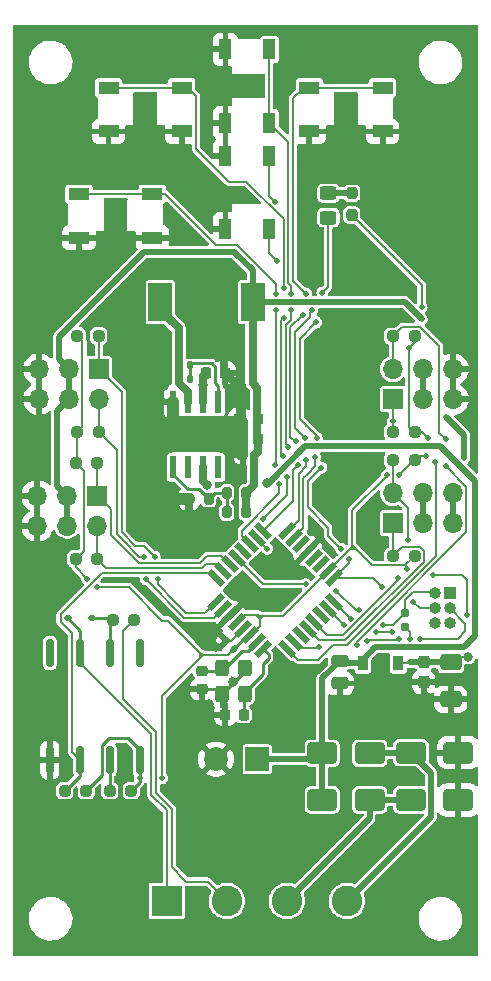
<source format=gbr>
%TF.GenerationSoftware,KiCad,Pcbnew,7.0.7*%
%TF.CreationDate,2023-11-13T21:03:18+01:00*%
%TF.ProjectId,OS-servoDriver,4f532d73-6572-4766-9f44-72697665722e,rev?*%
%TF.SameCoordinates,Original*%
%TF.FileFunction,Copper,L1,Top*%
%TF.FilePolarity,Positive*%
%FSLAX46Y46*%
G04 Gerber Fmt 4.6, Leading zero omitted, Abs format (unit mm)*
G04 Created by KiCad (PCBNEW 7.0.7) date 2023-11-13 21:03:18*
%MOMM*%
%LPD*%
G01*
G04 APERTURE LIST*
G04 Aperture macros list*
%AMRoundRect*
0 Rectangle with rounded corners*
0 $1 Rounding radius*
0 $2 $3 $4 $5 $6 $7 $8 $9 X,Y pos of 4 corners*
0 Add a 4 corners polygon primitive as box body*
4,1,4,$2,$3,$4,$5,$6,$7,$8,$9,$2,$3,0*
0 Add four circle primitives for the rounded corners*
1,1,$1+$1,$2,$3*
1,1,$1+$1,$4,$5*
1,1,$1+$1,$6,$7*
1,1,$1+$1,$8,$9*
0 Add four rect primitives between the rounded corners*
20,1,$1+$1,$2,$3,$4,$5,0*
20,1,$1+$1,$4,$5,$6,$7,0*
20,1,$1+$1,$6,$7,$8,$9,0*
20,1,$1+$1,$8,$9,$2,$3,0*%
%AMRotRect*
0 Rectangle, with rotation*
0 The origin of the aperture is its center*
0 $1 length*
0 $2 width*
0 $3 Rotation angle, in degrees counterclockwise*
0 Add horizontal line*
21,1,$1,$2,0,0,$3*%
%AMFreePoly0*
4,1,9,3.862500,-0.866500,0.737500,-0.866500,0.737500,-0.450000,-0.737500,-0.450000,-0.737500,0.450000,0.737500,0.450000,0.737500,0.866500,3.862500,0.866500,3.862500,-0.866500,3.862500,-0.866500,$1*%
G04 Aperture macros list end*
%TA.AperFunction,ComponentPad*%
%ADD10R,1.700000X1.700000*%
%TD*%
%TA.AperFunction,ComponentPad*%
%ADD11O,1.700000X1.700000*%
%TD*%
%TA.AperFunction,SMDPad,CuDef*%
%ADD12R,0.900000X1.300000*%
%TD*%
%TA.AperFunction,SMDPad,CuDef*%
%ADD13FreePoly0,270.000000*%
%TD*%
%TA.AperFunction,SMDPad,CuDef*%
%ADD14RoundRect,0.237500X0.250000X0.237500X-0.250000X0.237500X-0.250000X-0.237500X0.250000X-0.237500X0*%
%TD*%
%TA.AperFunction,SMDPad,CuDef*%
%ADD15R,0.610000X1.910000*%
%TD*%
%TA.AperFunction,SMDPad,CuDef*%
%ADD16R,1.550000X1.205000*%
%TD*%
%TA.AperFunction,SMDPad,CuDef*%
%ADD17RoundRect,0.225000X0.225000X0.250000X-0.225000X0.250000X-0.225000X-0.250000X0.225000X-0.250000X0*%
%TD*%
%TA.AperFunction,SMDPad,CuDef*%
%ADD18RoundRect,0.250000X0.450000X-0.325000X0.450000X0.325000X-0.450000X0.325000X-0.450000X-0.325000X0*%
%TD*%
%TA.AperFunction,SMDPad,CuDef*%
%ADD19R,1.100000X1.800000*%
%TD*%
%TA.AperFunction,SMDPad,CuDef*%
%ADD20RoundRect,0.140000X0.219203X0.021213X0.021213X0.219203X-0.219203X-0.021213X-0.021213X-0.219203X0*%
%TD*%
%TA.AperFunction,ComponentPad*%
%ADD21R,2.000000X2.000000*%
%TD*%
%TA.AperFunction,ComponentPad*%
%ADD22C,2.000000*%
%TD*%
%TA.AperFunction,SMDPad,CuDef*%
%ADD23R,1.800000X1.100000*%
%TD*%
%TA.AperFunction,SMDPad,CuDef*%
%ADD24RoundRect,0.200000X-0.200000X-0.275000X0.200000X-0.275000X0.200000X0.275000X-0.200000X0.275000X0*%
%TD*%
%TA.AperFunction,SMDPad,CuDef*%
%ADD25RoundRect,0.160000X0.160000X-0.197500X0.160000X0.197500X-0.160000X0.197500X-0.160000X-0.197500X0*%
%TD*%
%TA.AperFunction,SMDPad,CuDef*%
%ADD26RoundRect,0.250000X-0.475000X0.250000X-0.475000X-0.250000X0.475000X-0.250000X0.475000X0.250000X0*%
%TD*%
%TA.AperFunction,SMDPad,CuDef*%
%ADD27RoundRect,0.225000X0.250000X-0.225000X0.250000X0.225000X-0.250000X0.225000X-0.250000X-0.225000X0*%
%TD*%
%TA.AperFunction,SMDPad,CuDef*%
%ADD28RoundRect,0.162500X-0.162500X1.012500X-0.162500X-1.012500X0.162500X-1.012500X0.162500X1.012500X0*%
%TD*%
%TA.AperFunction,ComponentPad*%
%ADD29R,1.000000X1.000000*%
%TD*%
%TA.AperFunction,ComponentPad*%
%ADD30O,1.000000X1.000000*%
%TD*%
%TA.AperFunction,SMDPad,CuDef*%
%ADD31RoundRect,0.200000X0.200000X0.275000X-0.200000X0.275000X-0.200000X-0.275000X0.200000X-0.275000X0*%
%TD*%
%TA.AperFunction,SMDPad,CuDef*%
%ADD32RoundRect,0.237500X-0.250000X-0.237500X0.250000X-0.237500X0.250000X0.237500X-0.250000X0.237500X0*%
%TD*%
%TA.AperFunction,SMDPad,CuDef*%
%ADD33RoundRect,0.225000X-0.225000X-0.250000X0.225000X-0.250000X0.225000X0.250000X-0.225000X0.250000X0*%
%TD*%
%TA.AperFunction,SMDPad,CuDef*%
%ADD34RotRect,1.600000X0.550000X45.000000*%
%TD*%
%TA.AperFunction,SMDPad,CuDef*%
%ADD35RotRect,1.600000X0.550000X135.000000*%
%TD*%
%TA.AperFunction,SMDPad,CuDef*%
%ADD36RoundRect,0.250000X-1.000000X-0.650000X1.000000X-0.650000X1.000000X0.650000X-1.000000X0.650000X0*%
%TD*%
%TA.AperFunction,SMDPad,CuDef*%
%ADD37RoundRect,0.237500X-0.237500X0.300000X-0.237500X-0.300000X0.237500X-0.300000X0.237500X0.300000X0*%
%TD*%
%TA.AperFunction,SMDPad,CuDef*%
%ADD38RoundRect,0.300000X-0.300000X0.400000X-0.300000X-0.400000X0.300000X-0.400000X0.300000X0.400000X0*%
%TD*%
%TA.AperFunction,SMDPad,CuDef*%
%ADD39RoundRect,0.112500X0.187500X0.112500X-0.187500X0.112500X-0.187500X-0.112500X0.187500X-0.112500X0*%
%TD*%
%TA.AperFunction,ComponentPad*%
%ADD40R,2.600000X2.600000*%
%TD*%
%TA.AperFunction,ComponentPad*%
%ADD41C,2.600000*%
%TD*%
%TA.AperFunction,SMDPad,CuDef*%
%ADD42RoundRect,0.250000X-0.650000X0.412500X-0.650000X-0.412500X0.650000X-0.412500X0.650000X0.412500X0*%
%TD*%
%TA.AperFunction,SMDPad,CuDef*%
%ADD43RoundRect,0.140000X0.140000X0.170000X-0.140000X0.170000X-0.140000X-0.170000X0.140000X-0.170000X0*%
%TD*%
%TA.AperFunction,SMDPad,CuDef*%
%ADD44R,2.000000X3.200000*%
%TD*%
%TA.AperFunction,SMDPad,CuDef*%
%ADD45RoundRect,0.237500X0.237500X-0.250000X0.237500X0.250000X-0.237500X0.250000X-0.237500X-0.250000X0*%
%TD*%
%TA.AperFunction,ViaPad*%
%ADD46C,0.500000*%
%TD*%
%TA.AperFunction,ViaPad*%
%ADD47C,0.800000*%
%TD*%
%TA.AperFunction,Conductor*%
%ADD48C,1.000000*%
%TD*%
%TA.AperFunction,Conductor*%
%ADD49C,0.250000*%
%TD*%
%TA.AperFunction,Conductor*%
%ADD50C,0.700000*%
%TD*%
%TA.AperFunction,Conductor*%
%ADD51C,0.200000*%
%TD*%
%TA.AperFunction,Conductor*%
%ADD52C,0.500000*%
%TD*%
%TA.AperFunction,Conductor*%
%ADD53C,0.140000*%
%TD*%
G04 APERTURE END LIST*
D10*
%TO.P,J801,1,Pin_1*%
%TO.N,/atmega/bus2.pin1*%
X110080000Y-122460000D03*
D11*
%TO.P,J801,2,Pin_2*%
%TO.N,/atmega/bus2.pin2*%
X110080000Y-125000000D03*
%TO.P,J801,3,Pin_3*%
%TO.N,+5VA*%
X107540000Y-122460000D03*
%TO.P,J801,4,Pin_4*%
X107540000Y-125000000D03*
%TO.P,J801,5,Pin_5*%
%TO.N,GND*%
X105000000Y-122460000D03*
%TO.P,J801,6,Pin_6*%
X105000000Y-125000000D03*
%TD*%
D12*
%TO.P,U301,1,OUT*%
%TO.N,+5V*%
X135429000Y-147349000D03*
D13*
%TO.P,U301,2,GND*%
%TO.N,GND*%
X133929000Y-147436500D03*
D12*
%TO.P,U301,3,IN*%
%TO.N,VCC*%
X132429000Y-147349000D03*
%TD*%
D14*
%TO.P,R1002,1*%
%TO.N,+5V*%
X112824500Y-158180000D03*
%TO.P,R1002,2*%
%TO.N,Net-(U1001-EN)*%
X110999500Y-158180000D03*
%TD*%
D15*
%TO.P,U901,1,BS*%
%TO.N,Net-(U901-BS)*%
X120206500Y-125236500D03*
%TO.P,U901,2,Vin*%
%TO.N,VCC*%
X118936500Y-125236500D03*
%TO.P,U901,3,SW*%
%TO.N,Net-(U901-SW)*%
X117666500Y-125236500D03*
%TO.P,U901,4,GND*%
%TO.N,GND*%
X116396500Y-125236500D03*
%TO.P,U901,5,FB*%
%TO.N,Net-(U901-FB)*%
X116396500Y-130796500D03*
%TO.P,U901,6,NC*%
%TO.N,unconnected-(U901-NC-Pad6)*%
X117666500Y-130796500D03*
%TO.P,U901,7,EN*%
%TO.N,VCC*%
X118936500Y-130796500D03*
%TO.P,U901,8,NC*%
%TO.N,unconnected-(U901-NC-Pad8)*%
X120206500Y-130796500D03*
D16*
%TO.P,U901,9,GND*%
%TO.N,GND*%
X119076500Y-127414000D03*
X117526500Y-127414000D03*
X119076500Y-128619000D03*
X117526500Y-128619000D03*
%TD*%
D14*
%TO.P,R1001,1*%
%TO.N,/DCC/DCC_A*%
X113078500Y-143702000D03*
%TO.P,R1001,2*%
%TO.N,Net-(D1001-K)*%
X111253500Y-143702000D03*
%TD*%
D17*
%TO.P,C904,1*%
%TO.N,+5VA*%
X123521500Y-128380000D03*
%TO.P,C904,2*%
%TO.N,GND*%
X121971500Y-128380000D03*
%TD*%
D18*
%TO.P,D201,1,K*%
%TO.N,/atmega/LED*%
X129509000Y-109635500D03*
%TO.P,D201,2,A*%
%TO.N,Net-(D201-A)*%
X129509000Y-107585500D03*
%TD*%
D19*
%TO.P,SW602,1,A*%
%TO.N,GND*%
X120800000Y-110600000D03*
X120800000Y-104400000D03*
%TO.P,SW602,2,B*%
%TO.N,/atmega/sw2*%
X124500000Y-110600000D03*
X124500000Y-104400000D03*
%TD*%
D20*
%TO.P,C202,1*%
%TO.N,+5V*%
X121555305Y-146132000D03*
%TO.P,C202,2*%
%TO.N,GND*%
X120876483Y-145453178D03*
%TD*%
D14*
%TO.P,R702,1*%
%TO.N,/atmega/bus1.pin2*%
X109942500Y-138516500D03*
%TO.P,R702,2*%
%TO.N,+5V*%
X108117500Y-138516500D03*
%TD*%
D21*
%TO.P,C1101,1*%
%TO.N,VCC*%
X123500000Y-155500000D03*
D22*
%TO.P,C1101,2*%
%TO.N,GND*%
X120000000Y-155500000D03*
%TD*%
D10*
%TO.P,J1001,1,Pin_1*%
%TO.N,/atmega/bus4.pin1*%
X134975000Y-135500000D03*
D11*
%TO.P,J1001,2,Pin_2*%
%TO.N,/atmega/bus4.pin2*%
X134975000Y-132960000D03*
%TO.P,J1001,3,Pin_3*%
%TO.N,+5VA*%
X137515000Y-135500000D03*
%TO.P,J1001,4,Pin_4*%
X137515000Y-132960000D03*
%TO.P,J1001,5,Pin_5*%
%TO.N,GND*%
X140055000Y-135500000D03*
%TO.P,J1001,6,Pin_6*%
X140055000Y-132960000D03*
%TD*%
D10*
%TO.P,J701,1,Pin_1*%
%TO.N,/atmega/bus1.pin1*%
X109953000Y-133191000D03*
D11*
%TO.P,J701,2,Pin_2*%
%TO.N,/atmega/bus1.pin2*%
X109953000Y-135731000D03*
%TO.P,J701,3,Pin_3*%
%TO.N,+5VA*%
X107413000Y-133191000D03*
%TO.P,J701,4,Pin_4*%
X107413000Y-135731000D03*
%TO.P,J701,5,Pin_5*%
%TO.N,GND*%
X104873000Y-133191000D03*
%TO.P,J701,6,Pin_6*%
X104873000Y-135731000D03*
%TD*%
D23*
%TO.P,SW601,1,A*%
%TO.N,GND*%
X134100000Y-102350000D03*
X127900000Y-102350000D03*
%TO.P,SW601,2,B*%
%TO.N,/atmega/sw1*%
X134100000Y-98650000D03*
X127900000Y-98650000D03*
%TD*%
D24*
%TO.P,R903,1*%
%TO.N,Net-(U901-FB)*%
X120905500Y-132937000D03*
%TO.P,R903,2*%
%TO.N,+5VA*%
X122555500Y-132937000D03*
%TD*%
D25*
%TO.P,R202,1*%
%TO.N,+5V*%
X136000000Y-144327500D03*
%TO.P,R202,2*%
%TO.N,/atmega/reset*%
X136000000Y-143132500D03*
%TD*%
D26*
%TO.P,C301,1*%
%TO.N,VCC*%
X130476000Y-147187500D03*
%TO.P,C301,2*%
%TO.N,GND*%
X130476000Y-149087500D03*
%TD*%
D23*
%TO.P,SW605,1,A*%
%TO.N,GND*%
X114600000Y-111350000D03*
X108400000Y-111350000D03*
%TO.P,SW605,2,B*%
%TO.N,/atmega/sw5*%
X114600000Y-107650000D03*
X108400000Y-107650000D03*
%TD*%
D10*
%TO.P,J901,1,Pin_1*%
%TO.N,/atmega/bus3.pin1*%
X134975000Y-125000000D03*
D11*
%TO.P,J901,2,Pin_2*%
%TO.N,/atmega/bus3.pin2*%
X134975000Y-122460000D03*
%TO.P,J901,3,Pin_3*%
%TO.N,+5VA*%
X137515000Y-125000000D03*
%TO.P,J901,4,Pin_4*%
X137515000Y-122460000D03*
%TO.P,J901,5,Pin_5*%
%TO.N,GND*%
X140055000Y-125000000D03*
%TO.P,J901,6,Pin_6*%
X140055000Y-122460000D03*
%TD*%
D27*
%TO.P,C201,1*%
%TO.N,GND*%
X118793305Y-149574000D03*
%TO.P,C201,2*%
%TO.N,/atmega/X1*%
X118793305Y-148024000D03*
%TD*%
D28*
%TO.P,U1001,1,NC*%
%TO.N,unconnected-(U1001-NC-Pad1)*%
X113540000Y-146500000D03*
%TO.P,U1001,2,A*%
%TO.N,Net-(D1001-K)*%
X111000000Y-146500000D03*
%TO.P,U1001,3,C*%
%TO.N,/DCC/DCC_B*%
X108460000Y-146500000D03*
%TO.P,U1001,4*%
%TO.N,N/C*%
X105920000Y-146500000D03*
%TO.P,U1001,5,GND*%
%TO.N,GND*%
X105920000Y-155550000D03*
%TO.P,U1001,6,VO*%
%TO.N,/DCC/DCC_TTL*%
X108460000Y-155550000D03*
%TO.P,U1001,7,EN*%
%TO.N,Net-(U1001-EN)*%
X111000000Y-155550000D03*
%TO.P,U1001,8,VCC*%
%TO.N,+5V*%
X113540000Y-155550000D03*
%TD*%
D29*
%TO.P,U201,1*%
%TO.N,GND*%
X139770000Y-141460000D03*
D30*
%TO.P,U201,2*%
%TO.N,/atmega/reset*%
X138500000Y-141460000D03*
%TO.P,U201,3*%
%TO.N,/atmega/MOSI*%
X139770000Y-142730000D03*
%TO.P,U201,4*%
%TO.N,/atmega/LED*%
X138500000Y-142730000D03*
%TO.P,U201,5*%
%TO.N,+5V*%
X139770000Y-144000000D03*
%TO.P,U201,6*%
%TO.N,/atmega/MISO*%
X138500000Y-144000000D03*
%TD*%
D31*
%TO.P,R901,1*%
%TO.N,+5VA*%
X122555500Y-134588000D03*
%TO.P,R901,2*%
%TO.N,Net-(U901-FB)*%
X120905500Y-134588000D03*
%TD*%
D32*
%TO.P,R905,1*%
%TO.N,/atmega/bus3.pin2*%
X134985500Y-119674500D03*
%TO.P,R905,2*%
%TO.N,+5V*%
X136810500Y-119674500D03*
%TD*%
D14*
%TO.P,R1003,1*%
%TO.N,+5V*%
X109014500Y-158180000D03*
%TO.P,R1003,2*%
%TO.N,/DCC/DCC_TTL*%
X107189500Y-158180000D03*
%TD*%
D33*
%TO.P,C901,1*%
%TO.N,VCC*%
X119177500Y-122777000D03*
%TO.P,C901,2*%
%TO.N,GND*%
X120727500Y-122777000D03*
%TD*%
%TO.P,C203,1*%
%TO.N,GND*%
X120780305Y-151720000D03*
%TO.P,C203,2*%
%TO.N,/atmega/X2*%
X122330305Y-151720000D03*
%TD*%
D34*
%TO.P,U202,1,PD3*%
%TO.N,/atmega/bus2.pin1*%
X120040202Y-142194305D03*
%TO.P,U202,2,PD4*%
%TO.N,/atmega/bus2.pin2*%
X120605888Y-142759990D03*
%TO.P,U202,3,GND*%
%TO.N,GND*%
X121171573Y-143325676D03*
%TO.P,U202,4,VCC*%
%TO.N,+5V*%
X121737258Y-143891361D03*
%TO.P,U202,5,GND*%
%TO.N,GND*%
X122302944Y-144457047D03*
%TO.P,U202,6,VCC*%
%TO.N,+5V*%
X122868629Y-145022732D03*
%TO.P,U202,7,XTAL1/PB6*%
%TO.N,/atmega/X1*%
X123434315Y-145588417D03*
%TO.P,U202,8,XTAL2/PB7*%
%TO.N,/atmega/X2*%
X124000000Y-146154103D03*
D35*
%TO.P,U202,9,PD5*%
%TO.N,/atmega/bus3.pin1*%
X126050610Y-146154103D03*
%TO.P,U202,10,PD6*%
%TO.N,/atmega/bus3.pin2*%
X126616295Y-145588417D03*
%TO.P,U202,11,PD7*%
%TO.N,unconnected-(U202-PD7-Pad11)*%
X127181981Y-145022732D03*
%TO.P,U202,12,PB0*%
%TO.N,/atmega/bus4.pin1*%
X127747666Y-144457047D03*
%TO.P,U202,13,PB1*%
%TO.N,/atmega/bus4.pin2*%
X128313352Y-143891361D03*
%TO.P,U202,14,PB2*%
%TO.N,unconnected-(U202-PB2-Pad14)*%
X128879037Y-143325676D03*
%TO.P,U202,15,PB3*%
%TO.N,/atmega/MOSI*%
X129444722Y-142759990D03*
%TO.P,U202,16,PB4*%
%TO.N,/atmega/MISO*%
X130010408Y-142194305D03*
D34*
%TO.P,U202,17,PB5*%
%TO.N,/atmega/LED*%
X130010408Y-140143695D03*
%TO.P,U202,18,AVCC*%
%TO.N,+5V*%
X129444722Y-139578010D03*
%TO.P,U202,19,ADC6*%
%TO.N,unconnected-(U202-ADC6-Pad19)*%
X128879037Y-139012324D03*
%TO.P,U202,20,AREF*%
%TO.N,unconnected-(U202-AREF-Pad20)*%
X128313352Y-138446639D03*
%TO.P,U202,21,GND*%
%TO.N,GND*%
X127747666Y-137880953D03*
%TO.P,U202,22,ADC7*%
%TO.N,unconnected-(U202-ADC7-Pad22)*%
X127181981Y-137315268D03*
%TO.P,U202,23,PC0*%
%TO.N,/atmega/sw1*%
X126616295Y-136749583D03*
%TO.P,U202,24,PC1*%
%TO.N,/atmega/sw2*%
X126050610Y-136183897D03*
D35*
%TO.P,U202,25,PC2*%
%TO.N,/atmega/sw3*%
X124000000Y-136183897D03*
%TO.P,U202,26,PC3*%
%TO.N,/atmega/sw4*%
X123434315Y-136749583D03*
%TO.P,U202,27,PC4*%
%TO.N,/atmega/sw5*%
X122868629Y-137315268D03*
%TO.P,U202,28,PC5*%
%TO.N,unconnected-(U202-PC5-Pad28)*%
X122302944Y-137880953D03*
%TO.P,U202,29,~{RESET}/PC6*%
%TO.N,/atmega/reset*%
X121737258Y-138446639D03*
%TO.P,U202,30,PD0*%
%TO.N,/atmega/bus1.pin1*%
X121171573Y-139012324D03*
%TO.P,U202,31,PD1*%
%TO.N,/atmega/bus1.pin2*%
X120605888Y-139578010D03*
%TO.P,U202,32,PD2*%
%TO.N,/DCC/DCC_TTL*%
X120040202Y-140143695D03*
%TD*%
D36*
%TO.P,D1104,1,K*%
%TO.N,/D_bridge/AC_2*%
X136500000Y-158950000D03*
%TO.P,D1104,2,A*%
%TO.N,GND*%
X140500000Y-158950000D03*
%TD*%
%TO.P,D1101,1,K*%
%TO.N,VCC*%
X129000000Y-155000000D03*
%TO.P,D1101,2,A*%
%TO.N,/D_bridge/AC_1*%
X133000000Y-155000000D03*
%TD*%
D37*
%TO.P,C302,1*%
%TO.N,+5V*%
X137588000Y-147248500D03*
%TO.P,C302,2*%
%TO.N,GND*%
X137588000Y-148973500D03*
%TD*%
D17*
%TO.P,C905,1*%
%TO.N,+5VA*%
X123521500Y-126714000D03*
%TO.P,C905,2*%
%TO.N,GND*%
X121971500Y-126714000D03*
%TD*%
D32*
%TO.P,R904,1*%
%TO.N,/atmega/bus3.pin1*%
X134985500Y-127802500D03*
%TO.P,R904,2*%
%TO.N,+5V*%
X136810500Y-127802500D03*
%TD*%
D19*
%TO.P,SW603,1,A*%
%TO.N,GND*%
X120800000Y-101600000D03*
X120800000Y-95400000D03*
%TO.P,SW603,2,B*%
%TO.N,/atmega/sw3*%
X124500000Y-101600000D03*
X124500000Y-95400000D03*
%TD*%
D14*
%TO.P,R701,1*%
%TO.N,/atmega/bus1.pin1*%
X109942500Y-130388500D03*
%TO.P,R701,2*%
%TO.N,+5V*%
X108117500Y-130388500D03*
%TD*%
D38*
%TO.P,Y201,1,1*%
%TO.N,/atmega/X1*%
X120544305Y-147742000D03*
%TO.P,Y201,2,GND*%
%TO.N,GND*%
X120544305Y-149942000D03*
%TO.P,Y201,3,3*%
%TO.N,/atmega/X2*%
X122444305Y-149942000D03*
%TO.P,Y201,4,GND*%
%TO.N,GND*%
X122444305Y-147742000D03*
%TD*%
D39*
%TO.P,D1001,1,K*%
%TO.N,Net-(D1001-K)*%
X109533000Y-143575000D03*
%TO.P,D1001,2,A*%
%TO.N,/DCC/DCC_B*%
X107433000Y-143575000D03*
%TD*%
D36*
%TO.P,D1103,1,K*%
%TO.N,VCC*%
X129000000Y-158950000D03*
%TO.P,D1103,2,A*%
%TO.N,/D_bridge/AC_2*%
X133000000Y-158950000D03*
%TD*%
D14*
%TO.P,R802,1*%
%TO.N,/atmega/bus2.pin2*%
X110069500Y-127785500D03*
%TO.P,R802,2*%
%TO.N,+5V*%
X108244500Y-127785500D03*
%TD*%
D40*
%TO.P,J101,1,Pin_1*%
%TO.N,/DCC/DCC_B*%
X115840000Y-167500000D03*
D41*
%TO.P,J101,2,Pin_2*%
%TO.N,/DCC/DCC_A*%
X120920000Y-167500000D03*
%TO.P,J101,3,Pin_3*%
%TO.N,/D_bridge/AC_2*%
X126000000Y-167500000D03*
%TO.P,J101,4,Pin_4*%
%TO.N,/D_bridge/AC_1*%
X131080000Y-167500000D03*
%TD*%
D42*
%TO.P,C303,1*%
%TO.N,+5V*%
X139874000Y-147310500D03*
%TO.P,C303,2*%
%TO.N,GND*%
X139874000Y-150435500D03*
%TD*%
D32*
%TO.P,R1004,1*%
%TO.N,/atmega/bus4.pin1*%
X134985500Y-138302500D03*
%TO.P,R1004,2*%
%TO.N,+5V*%
X136810500Y-138302500D03*
%TD*%
D43*
%TO.P,C902,1*%
%TO.N,Net-(U901-BS)*%
X117793500Y-123285000D03*
%TO.P,C902,2*%
%TO.N,Net-(U901-SW)*%
X116833500Y-123285000D03*
%TD*%
%TO.P,C903,1*%
%TO.N,Net-(U901-BS)*%
X117793500Y-122142000D03*
%TO.P,C903,2*%
%TO.N,Net-(U901-SW)*%
X116833500Y-122142000D03*
%TD*%
D44*
%TO.P,L901,1,1*%
%TO.N,Net-(U901-SW)*%
X115290500Y-116808000D03*
%TO.P,L901,2,2*%
%TO.N,+5VA*%
X123090500Y-116808000D03*
%TD*%
D43*
%TO.P,C906,1*%
%TO.N,+5VA*%
X123224500Y-129762000D03*
%TO.P,C906,2*%
%TO.N,GND*%
X122264500Y-129762000D03*
%TD*%
D31*
%TO.P,R902,1*%
%TO.N,Net-(U901-FB)*%
X119380500Y-133445000D03*
%TO.P,R902,2*%
%TO.N,GND*%
X117730500Y-133445000D03*
%TD*%
D14*
%TO.P,R801,1*%
%TO.N,/atmega/bus2.pin1*%
X110069500Y-119657500D03*
%TO.P,R801,2*%
%TO.N,+5V*%
X108244500Y-119657500D03*
%TD*%
D36*
%TO.P,D1102,1,K*%
%TO.N,/D_bridge/AC_1*%
X136500000Y-154950000D03*
%TO.P,D1102,2,A*%
%TO.N,GND*%
X140500000Y-154950000D03*
%TD*%
D32*
%TO.P,R1005,1*%
%TO.N,/atmega/bus4.pin2*%
X134985500Y-130174500D03*
%TO.P,R1005,2*%
%TO.N,+5V*%
X136810500Y-130174500D03*
%TD*%
D45*
%TO.P,R201,1*%
%TO.N,+5V*%
X131500000Y-109412500D03*
%TO.P,R201,2*%
%TO.N,Net-(D201-A)*%
X131500000Y-107587500D03*
%TD*%
D23*
%TO.P,SW604,1,A*%
%TO.N,GND*%
X117100000Y-102350000D03*
X110900000Y-102350000D03*
%TO.P,SW604,2,B*%
%TO.N,/atmega/sw4*%
X117100000Y-98650000D03*
X110900000Y-98650000D03*
%TD*%
D46*
%TO.N,GND*%
X140081000Y-161036000D03*
D47*
X120714500Y-121507000D03*
D46*
X123444000Y-138938000D03*
X132715000Y-132080000D03*
X126365000Y-93980000D03*
D47*
X116142500Y-126968000D03*
D46*
X120777000Y-153162000D03*
X136525000Y-152400000D03*
X129032000Y-132588000D03*
X117475000Y-163576000D03*
X139065000Y-157099000D03*
X132842000Y-135255000D03*
X131699000Y-163830000D03*
X125349000Y-147701000D03*
X134874000Y-156845000D03*
X138430000Y-155067000D03*
X122301000Y-130937000D03*
X115824000Y-103759000D03*
X139065000Y-161163000D03*
X141859000Y-130556000D03*
D47*
X137842000Y-150270000D03*
D46*
X123698000Y-151892000D03*
X104013000Y-117602000D03*
X136398000Y-164592000D03*
X125603000Y-164973000D03*
X122301000Y-139954000D03*
X134747000Y-161798000D03*
X130937000Y-156972000D03*
X129794000Y-130937000D03*
X132334000Y-102489000D03*
X105664000Y-157734000D03*
X129667000Y-127889000D03*
X115951000Y-109728000D03*
X130429000Y-136398000D03*
X122555000Y-142113000D03*
X125603000Y-99822000D03*
X117983000Y-170942000D03*
X119253000Y-103632000D03*
X138430000Y-154178000D03*
X104394000Y-155575000D03*
X119761000Y-144526000D03*
X138938000Y-117856000D03*
X112776000Y-140335000D03*
X104394000Y-114300000D03*
X116713000Y-157861000D03*
X136652000Y-157099000D03*
D47*
X115634500Y-123920000D03*
D46*
X133604000Y-128016000D03*
X141097000Y-119888000D03*
X132715000Y-120904000D03*
X110871000Y-111633000D03*
X133223000Y-170561000D03*
X123317000Y-98425000D03*
X128524000Y-121412000D03*
X123317000Y-157607000D03*
X119126000Y-100457000D03*
X119126000Y-102362000D03*
X130429000Y-102489000D03*
X138303000Y-152781000D03*
X108458000Y-102362000D03*
X117348000Y-149606000D03*
D47*
X135937000Y-150397000D03*
D46*
X121285000Y-130683000D03*
X132969000Y-137033000D03*
X112903000Y-105791000D03*
X113030000Y-102616000D03*
X141478000Y-126746000D03*
D47*
X116523500Y-133445000D03*
D46*
X115316000Y-142748000D03*
X126365000Y-141605000D03*
X138557000Y-171577000D03*
X133350000Y-130556000D03*
X107823000Y-113157000D03*
X129413000Y-117856000D03*
X141097000Y-152781000D03*
X106426000Y-111252000D03*
X116459000Y-154813000D03*
X126238000Y-97028000D03*
X120269000Y-98933000D03*
X109728000Y-103759000D03*
X128778000Y-136779000D03*
D47*
X130349000Y-150397000D03*
D46*
X135382000Y-117856000D03*
X121539000Y-131445000D03*
D47*
X105816000Y-153354000D03*
D46*
X141478000Y-157099000D03*
X141605000Y-161036000D03*
X126492000Y-139065000D03*
X134493000Y-152273000D03*
D47*
X139874000Y-148873000D03*
X120587500Y-126968000D03*
D46*
X112395000Y-111633000D03*
X134493000Y-166243000D03*
X114046000Y-141224000D03*
D47*
X116142500Y-129000000D03*
D46*
X104521000Y-163068000D03*
X121920000Y-107696000D03*
X141732000Y-149098000D03*
D47*
X121603500Y-123539000D03*
D46*
X117856000Y-94615000D03*
X140335000Y-157099000D03*
X130937000Y-130556000D03*
X130302000Y-133985000D03*
X103886000Y-101473000D03*
D47*
X119396305Y-150831000D03*
D46*
X130302000Y-153289000D03*
X117221000Y-160147000D03*
X109474000Y-112649000D03*
X117856000Y-144399000D03*
X133223000Y-104775000D03*
X120015000Y-97536000D03*
X130429000Y-161036000D03*
X116459000Y-151130000D03*
D47*
X120031305Y-146005000D03*
D46*
X128905000Y-125857000D03*
X140589000Y-101727000D03*
X117983000Y-108077000D03*
D47*
X120587500Y-129000000D03*
D46*
X119253000Y-110109000D03*
X116713000Y-111252000D03*
X118618000Y-111506000D03*
X133096000Y-125349000D03*
X117348000Y-104521000D03*
D47*
X132000000Y-149000000D03*
D46*
X111125000Y-140335000D03*
X103378000Y-143129000D03*
X125476000Y-170815000D03*
X103759000Y-106045000D03*
X123571000Y-164338000D03*
X128143000Y-135509000D03*
D47*
X117666500Y-134842000D03*
D46*
X127635000Y-151765000D03*
X127889000Y-163576000D03*
X129921000Y-104140000D03*
X140208000Y-165100000D03*
X141732000Y-150495000D03*
X104267000Y-109728000D03*
X125730000Y-160274000D03*
D47*
X121428305Y-148926000D03*
D46*
X139827000Y-152781000D03*
D47*
X135937000Y-149000000D03*
X107213000Y-155513000D03*
D46*
X104648000Y-130937000D03*
D47*
X115380500Y-125190000D03*
D46*
X103378000Y-151384000D03*
X104902000Y-127127000D03*
D47*
X120587500Y-127984000D03*
D46*
X141478000Y-105791000D03*
X127762000Y-104140000D03*
X128651000Y-93980000D03*
X127889000Y-148209000D03*
X111379000Y-103886000D03*
X136017000Y-102870000D03*
X128905000Y-166624000D03*
X128016000Y-113538000D03*
X124968000Y-142621000D03*
X111506000Y-108712000D03*
X110871000Y-169672000D03*
X109982000Y-94361000D03*
D47*
X132000000Y-150651000D03*
D46*
X132842000Y-152146000D03*
D47*
X116142500Y-127984000D03*
D46*
X140462000Y-116078000D03*
X126238000Y-154305000D03*
X120269000Y-164846000D03*
X104648000Y-138176000D03*
%TO.N,+5V*%
X113540000Y-157099000D03*
X115449500Y-157099000D03*
X136365000Y-120650000D03*
X136204264Y-139379264D03*
X134455500Y-131445000D03*
X137922000Y-128270000D03*
X109926056Y-140914056D03*
X137795000Y-129794000D03*
X137400622Y-117234378D03*
X135494500Y-131445000D03*
X141224000Y-143256000D03*
X109085444Y-140200444D03*
X136398000Y-147310500D03*
X138372562Y-139896562D03*
D47*
X141351000Y-146812000D03*
D46*
X136398000Y-145300500D03*
D47*
%TO.N,VCC*%
X124333000Y-132080000D03*
X118936500Y-123793000D03*
X119260550Y-132300450D03*
D46*
%TO.N,+5VA*%
X137414000Y-118237000D03*
X141003622Y-130014378D03*
X139454500Y-126492000D03*
%TO.N,/atmega/LED*%
X136686905Y-142147905D03*
X131280422Y-138519422D03*
X128500000Y-118500000D03*
X129000000Y-116000000D03*
X128930094Y-130816273D03*
X130566810Y-137678810D03*
X134079921Y-140937921D03*
X128524000Y-128300500D03*
%TO.N,/atmega/reset*%
X134118062Y-144151062D03*
X130175000Y-141224000D03*
X132111421Y-142906421D03*
X127582310Y-140663310D03*
%TO.N,/atmega/sw1*%
X127508000Y-128270000D03*
X128143000Y-117507500D03*
X127599500Y-116078000D03*
X128397000Y-129921000D03*
%TO.N,/atmega/sw2*%
X125013056Y-108285944D03*
X127381000Y-117856000D03*
X126746000Y-128524000D03*
X127635000Y-130175000D03*
X125180500Y-113284000D03*
%TO.N,/atmega/sw3*%
X126365000Y-117507500D03*
X126365000Y-116108500D03*
X126111000Y-129032000D03*
X126923122Y-130606122D03*
%TO.N,/atmega/sw4*%
X124333000Y-137668000D03*
X125644500Y-129794000D03*
X125730000Y-115570000D03*
X123971710Y-135131008D03*
X125730000Y-118110000D03*
X125984000Y-131572000D03*
%TO.N,/atmega/sw5*%
X124981378Y-130569378D03*
X125095000Y-117507500D03*
X125095000Y-116108500D03*
X125335622Y-132193622D03*
%TO.N,/atmega/MOSI*%
X130841421Y-144176421D03*
X132802109Y-145467015D03*
X135509000Y-145288000D03*
X137287000Y-145288000D03*
%TO.N,/atmega/MISO*%
X134874000Y-144738500D03*
X131417961Y-143599882D03*
X133530252Y-144738872D03*
%TO.N,/atmega/bus2.pin1*%
X114808000Y-138350500D03*
X115062000Y-140249500D03*
%TO.N,/atmega/bus2.pin2*%
X113919000Y-138350500D03*
X114046000Y-140249500D03*
%TO.N,/atmega/bus3.pin1*%
X138557000Y-130302000D03*
X134975000Y-126873000D03*
%TO.N,/atmega/bus3.pin2*%
X131953000Y-145796000D03*
X139446000Y-130683000D03*
X128722028Y-145964500D03*
X139446000Y-128397000D03*
%TO.N,/atmega/bus4.pin2*%
X136271000Y-136978000D03*
X135442264Y-140141264D03*
%TD*%
D48*
%TO.N,GND*%
X116523500Y-133445000D02*
X116548500Y-133470000D01*
X120587500Y-126968000D02*
X121717500Y-126968000D01*
D49*
X120176305Y-149574000D02*
X120544305Y-149942000D01*
D48*
X116142500Y-126968000D02*
X120587500Y-126968000D01*
X121717500Y-126968000D02*
X121971500Y-126714000D01*
D49*
X121428305Y-148926000D02*
X121428305Y-149058000D01*
D48*
X116142500Y-129000000D02*
X120587500Y-129000000D01*
D49*
X121428305Y-149058000D02*
X120544305Y-149942000D01*
D50*
X120714500Y-122764000D02*
X120727500Y-122777000D01*
D48*
X122174500Y-129762000D02*
X121412500Y-129000000D01*
X116396500Y-125236500D02*
X116396500Y-126714000D01*
X120587500Y-127984000D02*
X121575500Y-127984000D01*
D51*
X122302944Y-144457047D02*
X121306813Y-145453178D01*
D49*
X118793305Y-149574000D02*
X120176305Y-149574000D01*
D50*
X117730500Y-134778000D02*
X117666500Y-134842000D01*
D48*
X121412500Y-129000000D02*
X120587500Y-129000000D01*
X120587500Y-127984000D02*
X116142500Y-127984000D01*
D49*
X120780305Y-151720000D02*
X120780305Y-150178000D01*
D48*
X122174500Y-127603000D02*
X122174500Y-129762000D01*
X121971500Y-126714000D02*
X122174500Y-126917000D01*
X121575500Y-127984000D02*
X121971500Y-128380000D01*
X122174500Y-126917000D02*
X122174500Y-127603000D01*
X116396500Y-126714000D02*
X116142500Y-126968000D01*
D49*
X122444305Y-147742000D02*
X122444305Y-148042000D01*
D51*
X121306813Y-145453178D02*
X120876483Y-145453178D01*
D50*
X122174500Y-124224000D02*
X122174500Y-127603000D01*
X120727500Y-122777000D02*
X122174500Y-124224000D01*
D49*
X121560305Y-148926000D02*
X121428305Y-148926000D01*
X122444305Y-148042000D02*
X121560305Y-148926000D01*
D50*
X117730500Y-133445000D02*
X117730500Y-134778000D01*
D49*
X120780305Y-150178000D02*
X120544305Y-149942000D01*
D48*
X116548500Y-133470000D02*
X117730500Y-133470000D01*
D50*
X120714500Y-121507000D02*
X120714500Y-122764000D01*
D52*
%TO.N,Net-(D201-A)*%
X131500000Y-107587500D02*
X129511000Y-107587500D01*
D49*
%TO.N,Net-(U901-BS)*%
X117958500Y-121977000D02*
X119630317Y-121977000D01*
X119630317Y-121977000D02*
X119952500Y-122299183D01*
X120206500Y-125236500D02*
X120206500Y-123920000D01*
X120206500Y-123920000D02*
X119952500Y-123666000D01*
X119952500Y-122299183D02*
X119952500Y-123666000D01*
X117793500Y-122142000D02*
X117793500Y-123285000D01*
X117793500Y-122142000D02*
X117958500Y-121977000D01*
D50*
%TO.N,Net-(U901-SW)*%
X116833500Y-123610807D02*
X116833500Y-123285000D01*
X115290500Y-117480000D02*
X115290500Y-116808000D01*
X116833500Y-122142000D02*
X116833500Y-119023000D01*
X116833500Y-119023000D02*
X115290500Y-117480000D01*
X117666500Y-124443807D02*
X116833500Y-123610807D01*
X117666500Y-125236500D02*
X117666500Y-124443807D01*
X116833500Y-123285000D02*
X116833500Y-122142000D01*
D49*
%TO.N,Net-(U901-FB)*%
X120905500Y-132937000D02*
X119888500Y-132937000D01*
X118580500Y-132645000D02*
X117628500Y-132645000D01*
X116396500Y-131413000D02*
X116396500Y-130796500D01*
X119888500Y-132937000D02*
X119380500Y-133445000D01*
X119380500Y-133445000D02*
X118580500Y-132645000D01*
X120905500Y-132937000D02*
X120905500Y-134588000D01*
X117628500Y-132645000D02*
X116396500Y-131413000D01*
%TO.N,Net-(D1001-K)*%
X111126500Y-143575000D02*
X111253500Y-143702000D01*
X111000000Y-143955500D02*
X111253500Y-143702000D01*
X109533000Y-143575000D02*
X111126500Y-143575000D01*
X111000000Y-146500000D02*
X111000000Y-143955500D01*
D51*
%TO.N,+5V*%
X138372562Y-139896562D02*
X140785562Y-139896562D01*
X136765000Y-130174500D02*
X135494500Y-131445000D01*
X108244500Y-127785500D02*
X108690000Y-127340000D01*
X137191000Y-129794000D02*
X136810500Y-130174500D01*
X108117500Y-138516500D02*
X108117500Y-139232500D01*
X123317000Y-143256000D02*
X123444000Y-143383000D01*
X136359500Y-147349000D02*
X136398000Y-147310500D01*
X136810500Y-138302500D02*
X136035500Y-139077500D01*
D49*
X113540000Y-155550000D02*
X113540000Y-154728000D01*
D51*
X118639422Y-146793422D02*
X118682922Y-146749922D01*
X136204264Y-139246264D02*
X136204264Y-139379264D01*
X131445000Y-137668000D02*
X131826000Y-137668000D01*
X123952000Y-143383000D02*
X125639732Y-143383000D01*
X131500000Y-137342000D02*
X131500000Y-134412500D01*
X136810500Y-127802500D02*
X137454500Y-127802500D01*
X108690000Y-127340000D02*
X108690000Y-120103000D01*
X123444000Y-143383000D02*
X123698000Y-143637000D01*
X108690000Y-120103000D02*
X108244500Y-119657500D01*
X118682922Y-146749922D02*
X118682922Y-146493078D01*
X123698000Y-143383000D02*
X123952000Y-143383000D01*
D49*
X110950571Y-153735000D02*
X110350000Y-154335571D01*
D51*
X123317000Y-143256000D02*
X123571000Y-143256000D01*
X112593056Y-140914056D02*
X115443000Y-143764000D01*
X136365000Y-127357000D02*
X136365000Y-120650000D01*
X134455500Y-131482500D02*
X131525500Y-134412500D01*
D49*
X112547000Y-153735000D02*
X110950571Y-153735000D01*
D51*
X123571000Y-143256000D02*
X123698000Y-143383000D01*
X109926056Y-140914056D02*
X112593056Y-140914056D01*
X115449500Y-150150343D02*
X115449500Y-157099000D01*
X137454500Y-127802500D02*
X137922000Y-128270000D01*
D49*
X122664573Y-145022732D02*
X121555305Y-146132000D01*
D51*
X108803000Y-137831000D02*
X108117500Y-138516500D01*
X125639732Y-143383000D02*
X129444722Y-139578010D01*
X131399866Y-137622866D02*
X131445000Y-137668000D01*
X136035500Y-139077500D02*
X133235500Y-139077500D01*
X120982305Y-146705000D02*
X118894843Y-146705000D01*
X123698000Y-143637000D02*
X123698000Y-144193361D01*
X136810500Y-127802500D02*
X136365000Y-127357000D01*
X131525500Y-134412500D02*
X131500000Y-134412500D01*
X140372500Y-146812000D02*
X139874000Y-147310500D01*
X129444722Y-139578010D02*
X131399866Y-137622866D01*
X115953843Y-143764000D02*
X118682922Y-146493078D01*
D49*
X113540000Y-157099000D02*
X113540000Y-157464500D01*
D51*
X131500000Y-137522732D02*
X131500000Y-134412500D01*
X108117500Y-130388500D02*
X108803000Y-131074000D01*
X136398000Y-145300500D02*
X136398000Y-144725500D01*
X108244500Y-130261500D02*
X108117500Y-130388500D01*
X137795000Y-129794000D02*
X137191000Y-129794000D01*
X136035500Y-139077500D02*
X136204264Y-139246264D01*
X136810500Y-120204500D02*
X136365000Y-120650000D01*
D49*
X113540000Y-155550000D02*
X113540000Y-157099000D01*
D51*
X108803000Y-131074000D02*
X108803000Y-137831000D01*
D49*
X113540000Y-154728000D02*
X112547000Y-153735000D01*
X110350000Y-154335571D02*
X110350000Y-156844500D01*
D51*
X140785562Y-139896562D02*
X141224000Y-140335000D01*
X123444000Y-143383000D02*
X123698000Y-143383000D01*
X123698000Y-143637000D02*
X123952000Y-143383000D01*
X136810500Y-119674500D02*
X136810500Y-120204500D01*
X136810500Y-130174500D02*
X136765000Y-130174500D01*
X118682922Y-146493078D02*
X118894843Y-146705000D01*
X136398000Y-144725500D02*
X136000000Y-144327500D01*
X141224000Y-143256000D02*
X141224000Y-140335000D01*
X141351000Y-146812000D02*
X140372500Y-146812000D01*
X118639422Y-146960422D02*
X115449500Y-150150343D01*
X118766422Y-146833422D02*
X118639422Y-146960422D01*
X137400622Y-117234378D02*
X137400622Y-115313122D01*
D52*
X139874000Y-147310500D02*
X136398000Y-147310500D01*
D51*
X135429000Y-147349000D02*
X136359500Y-147349000D01*
D49*
X113540000Y-157464500D02*
X112824500Y-158180000D01*
D51*
X118639422Y-146960422D02*
X118639422Y-146793422D01*
X118766422Y-146833422D02*
X118682922Y-146749922D01*
X108117500Y-139232500D02*
X109085444Y-140200444D01*
X131826000Y-137668000D02*
X131500000Y-137342000D01*
X137400622Y-115313122D02*
X131500000Y-109412500D01*
X134455500Y-131445000D02*
X134455500Y-131482500D01*
X115443000Y-143764000D02*
X115953843Y-143764000D01*
X133235500Y-139077500D02*
X131826000Y-137668000D01*
X108244500Y-127785500D02*
X108244500Y-130261500D01*
X122372619Y-143256000D02*
X123317000Y-143256000D01*
X121555305Y-146132000D02*
X120982305Y-146705000D01*
X123698000Y-144193361D02*
X122868629Y-145022732D01*
X121737258Y-143891361D02*
X122372619Y-143256000D01*
D49*
X122868629Y-145022732D02*
X122664573Y-145022732D01*
D51*
X131399866Y-137622866D02*
X131500000Y-137522732D01*
D49*
X110350000Y-156844500D02*
X109014500Y-158180000D01*
D51*
X118894843Y-146705000D02*
X118766422Y-146833422D01*
D49*
%TO.N,Net-(U1001-EN)*%
X110999500Y-158180000D02*
X110999500Y-155550500D01*
X110999500Y-155550500D02*
X111000000Y-155550000D01*
%TO.N,/atmega/X1*%
X120800905Y-147742000D02*
X120544305Y-147742000D01*
X120262305Y-148024000D02*
X120544305Y-147742000D01*
X122239508Y-146303397D02*
X120800905Y-147742000D01*
X122719335Y-146303397D02*
X122239508Y-146303397D01*
X118793305Y-148024000D02*
X120262305Y-148024000D01*
X123434315Y-145588417D02*
X122719335Y-146303397D01*
%TO.N,/atmega/X2*%
X124000000Y-147402000D02*
X124000000Y-148259305D01*
X124000000Y-148259305D02*
X122444305Y-149815000D01*
X124476305Y-146630408D02*
X124476305Y-146925695D01*
X124476305Y-146925695D02*
X124000000Y-147402000D01*
X122330305Y-150056000D02*
X122444305Y-149942000D01*
X122330305Y-151720000D02*
X122330305Y-150056000D01*
X124000000Y-146154103D02*
X124476305Y-146630408D01*
D52*
%TO.N,VCC*%
X132429000Y-147349000D02*
X130550000Y-147349000D01*
X124333000Y-132080000D02*
X124460000Y-132080000D01*
X129000000Y-155000000D02*
X128500000Y-155500000D01*
D50*
X118936500Y-131976400D02*
X118936500Y-130796500D01*
X118936500Y-123018000D02*
X119177500Y-122777000D01*
D52*
X128500000Y-155500000D02*
X123500000Y-155500000D01*
X124460000Y-132080000D02*
X127540000Y-129000000D01*
X127540000Y-129000000D02*
X139000000Y-129000000D01*
X141950000Y-145050000D02*
X141000000Y-146000000D01*
X132429000Y-147071000D02*
X132429000Y-147349000D01*
D50*
X118936500Y-125236500D02*
X118936500Y-123793000D01*
X118936500Y-123793000D02*
X118936500Y-123018000D01*
D52*
X141000000Y-146000000D02*
X133500000Y-146000000D01*
D50*
X119260550Y-132300450D02*
X118936500Y-131976400D01*
D52*
X133500000Y-146000000D02*
X132429000Y-147071000D01*
X130550000Y-147349000D02*
X130476000Y-147275000D01*
X129000000Y-148663500D02*
X130476000Y-147187500D01*
X141950000Y-131950000D02*
X141950000Y-145050000D01*
X129000000Y-155000000D02*
X129000000Y-148663500D01*
X129000000Y-158950000D02*
X129000000Y-155000000D01*
X139000000Y-129000000D02*
X141950000Y-131950000D01*
%TO.N,+5VA*%
X139454500Y-126492000D02*
X141003622Y-128041122D01*
X106563000Y-125977000D02*
X107540000Y-125000000D01*
X137515000Y-135500000D02*
X137515000Y-132960000D01*
X123090500Y-114073500D02*
X123090500Y-116808000D01*
X106690000Y-121610000D02*
X106690000Y-119751000D01*
D50*
X123224500Y-129762000D02*
X123224500Y-132268000D01*
D52*
X107540000Y-122460000D02*
X106690000Y-121610000D01*
D50*
X122555500Y-132937000D02*
X122555500Y-134588000D01*
D52*
X137414000Y-118237000D02*
X135985000Y-116808000D01*
X135985000Y-116808000D02*
X123090500Y-116808000D01*
D50*
X123224500Y-132268000D02*
X122555500Y-132937000D01*
D52*
X137515000Y-125000000D02*
X137515000Y-122460000D01*
X121539000Y-112522000D02*
X123090500Y-114073500D01*
D50*
X123090500Y-116808000D02*
X123090500Y-123629000D01*
D52*
X106690000Y-119751000D02*
X113919000Y-112522000D01*
X141003622Y-128041122D02*
X141003622Y-130014378D01*
X107413000Y-133191000D02*
X106563000Y-132341000D01*
X106563000Y-132341000D02*
X106563000Y-125977000D01*
X107413000Y-135731000D02*
X107413000Y-133191000D01*
D50*
X123521500Y-128380000D02*
X123521500Y-129465000D01*
X123508500Y-124047000D02*
X123508500Y-128367000D01*
X123508500Y-128367000D02*
X123521500Y-128380000D01*
D52*
X113919000Y-112522000D02*
X121539000Y-112522000D01*
X107540000Y-125000000D02*
X107540000Y-122460000D01*
D50*
X123521500Y-129465000D02*
X123224500Y-129762000D01*
X123090500Y-123629000D02*
X123508500Y-124047000D01*
D51*
%TO.N,/atmega/LED*%
X133285695Y-140143695D02*
X134079921Y-140937921D01*
X127095000Y-119905000D02*
X127095000Y-122174000D01*
X131280422Y-138519422D02*
X131280422Y-138873681D01*
X127800000Y-134181000D02*
X127800000Y-131915000D01*
X137269000Y-142730000D02*
X138500000Y-142730000D01*
X129509000Y-135890000D02*
X129509000Y-136621000D01*
X128500000Y-118500000D02*
X127095000Y-119905000D01*
X129509000Y-136621000D02*
X130566810Y-137678810D01*
X128898727Y-130816273D02*
X128930094Y-130816273D01*
X127095000Y-122174000D02*
X127095000Y-126714000D01*
X130010408Y-140143695D02*
X133285695Y-140143695D01*
X136686905Y-142147905D02*
X137269000Y-142730000D01*
X129509000Y-109635500D02*
X129509000Y-115491000D01*
X127508000Y-127127000D02*
X128524000Y-128143000D01*
X129509000Y-135890000D02*
X127800000Y-134181000D01*
X127800000Y-131915000D02*
X128898727Y-130816273D01*
X129509000Y-115491000D02*
X129000000Y-116000000D01*
X127508000Y-127127000D02*
X127635000Y-127254000D01*
X131280422Y-138873681D02*
X130010408Y-140143695D01*
X127095000Y-126714000D02*
X127508000Y-127127000D01*
X128524000Y-128143000D02*
X128524000Y-128300500D01*
%TO.N,/DCC/DCC_B*%
X114500000Y-153362000D02*
X108460000Y-147322000D01*
X114500000Y-158500000D02*
X114500000Y-153362000D01*
D49*
X108460000Y-144602000D02*
X107433000Y-143575000D01*
D51*
X115840000Y-159840000D02*
X114500000Y-158500000D01*
X115840000Y-167500000D02*
X115840000Y-159840000D01*
X108460000Y-147322000D02*
X108460000Y-146500000D01*
D49*
X108460000Y-146500000D02*
X108460000Y-144602000D01*
D52*
%TO.N,/D_bridge/AC_1*%
X136500000Y-154950000D02*
X133050000Y-154950000D01*
X138200000Y-156650000D02*
X136500000Y-154950000D01*
X131080000Y-167500000D02*
X138200000Y-160380000D01*
X133050000Y-154950000D02*
X133000000Y-155000000D01*
X138200000Y-160380000D02*
X138200000Y-156650000D01*
%TO.N,/D_bridge/AC_2*%
X126000000Y-167500000D02*
X133000000Y-160500000D01*
X136500000Y-158950000D02*
X133000000Y-158950000D01*
X133000000Y-160500000D02*
X133000000Y-158950000D01*
D51*
%TO.N,/DCC/DCC_A*%
X116240000Y-159674315D02*
X116240000Y-164627000D01*
X114900000Y-158334314D02*
X116240000Y-159674315D01*
X112141000Y-150437314D02*
X114900000Y-153196315D01*
X117475000Y-165862000D02*
X119282000Y-165862000D01*
X119282000Y-165862000D02*
X120920000Y-167500000D01*
X114900000Y-153196315D02*
X114900000Y-158334314D01*
X116240000Y-164627000D02*
X117475000Y-165862000D01*
X113078500Y-143702000D02*
X112141000Y-144639500D01*
X112141000Y-144639500D02*
X112141000Y-150437314D01*
%TO.N,/atmega/reset*%
X136000000Y-142057698D02*
X136000000Y-143132500D01*
X121737258Y-138446639D02*
X123953929Y-140663310D01*
X138500000Y-141460000D02*
X138391000Y-141351000D01*
X134981438Y-144151062D02*
X136000000Y-143132500D01*
X136706698Y-141351000D02*
X136000000Y-142057698D01*
X138391000Y-141351000D02*
X136706698Y-141351000D01*
X123953929Y-140663310D02*
X127582310Y-140663310D01*
X130175000Y-141224000D02*
X131857421Y-142906421D01*
X131857421Y-142906421D02*
X132111421Y-142906421D01*
X134118062Y-144151062D02*
X134981438Y-144151062D01*
%TO.N,/DCC/DCC_TTL*%
X110363000Y-139700000D02*
X106833000Y-143230000D01*
D49*
X108460000Y-156909500D02*
X107189500Y-158180000D01*
D51*
X106833000Y-143230000D02*
X106833000Y-143858363D01*
X119596507Y-139700000D02*
X110363000Y-139700000D01*
X107823000Y-144848363D02*
X107823000Y-154913000D01*
X106833000Y-143858363D02*
X107823000Y-144848363D01*
D49*
X108460000Y-155550000D02*
X108460000Y-156909500D01*
D51*
X120040202Y-140143695D02*
X119596507Y-139700000D01*
X107823000Y-154913000D02*
X108460000Y-155550000D01*
%TO.N,/atmega/sw1*%
X126530000Y-115008500D02*
X126530000Y-99528578D01*
X126530000Y-99528578D02*
X127408578Y-98650000D01*
X127900000Y-98650000D02*
X134100000Y-98650000D01*
X128143000Y-117507500D02*
X127931000Y-117719500D01*
X127408578Y-98650000D02*
X127900000Y-98650000D01*
X128397000Y-130683000D02*
X128397000Y-129921000D01*
X127400000Y-133858000D02*
X127400000Y-131680000D01*
X126695000Y-119319818D02*
X126695000Y-127457000D01*
X126616295Y-136749583D02*
X127400000Y-135965878D01*
X127400000Y-131680000D02*
X127762000Y-131318000D01*
X127931000Y-117719500D02*
X127931000Y-118083818D01*
X127762000Y-131318000D02*
X128397000Y-130683000D01*
X127931000Y-118083818D02*
X126695000Y-119319818D01*
X126695000Y-127457000D02*
X127508000Y-128270000D01*
X127400000Y-135965878D02*
X127400000Y-133858000D01*
X127599500Y-116078000D02*
X126530000Y-115008500D01*
%TO.N,/atmega/sw2*%
X127000000Y-131328938D02*
X127000000Y-135234507D01*
X124500000Y-112603500D02*
X124500000Y-110600000D01*
X126295000Y-128200000D02*
X126746000Y-128651000D01*
X127635000Y-130175000D02*
X127635000Y-130672062D01*
X124500000Y-107772888D02*
X124500000Y-104400000D01*
X127635000Y-130672062D02*
X126989062Y-131318000D01*
X127000000Y-135234507D02*
X126050610Y-136183897D01*
X126989062Y-131318000D02*
X127000000Y-131328938D01*
X125013056Y-108285944D02*
X124500000Y-107772888D01*
X127381000Y-117856000D02*
X126295000Y-118942000D01*
X126295000Y-118942000D02*
X126295000Y-128200000D01*
X125180500Y-113284000D02*
X124500000Y-112603500D01*
%TO.N,/atmega/sw3*%
X125895000Y-118745000D02*
X125895000Y-128816000D01*
X126534000Y-130995244D02*
X126534000Y-133649897D01*
X126923122Y-130606122D02*
X126534000Y-130995244D01*
X126365000Y-117507500D02*
X126365000Y-118275000D01*
X126365000Y-115427182D02*
X126130000Y-115192182D01*
X126534000Y-133649897D02*
X124000000Y-136183897D01*
X124500000Y-101600000D02*
X124500000Y-95400000D01*
X126130000Y-103230000D02*
X124500000Y-101600000D01*
X126130000Y-115192182D02*
X126130000Y-103230000D01*
X126365000Y-116108500D02*
X126365000Y-115427182D01*
X125895000Y-128816000D02*
X126111000Y-129032000D01*
X126365000Y-118275000D02*
X125895000Y-118745000D01*
%TO.N,/atmega/sw4*%
X125644500Y-129794000D02*
X125495000Y-129644500D01*
X118300000Y-99358578D02*
X117591422Y-98650000D01*
X122550000Y-106600000D02*
X121078000Y-106600000D01*
X123434315Y-136749583D02*
X123434315Y-136769315D01*
X123434315Y-136769315D02*
X124333000Y-137668000D01*
X118300000Y-103822000D02*
X118300000Y-99358578D01*
X125984000Y-133118718D02*
X125984000Y-131572000D01*
X125730000Y-109780000D02*
X122550000Y-106600000D01*
X121078000Y-106600000D02*
X118300000Y-103822000D01*
X110900000Y-98650000D02*
X117100000Y-98650000D01*
X123971710Y-135131008D02*
X125984000Y-133118718D01*
X125495000Y-118345000D02*
X125730000Y-118110000D01*
X125495000Y-129644500D02*
X125495000Y-127889000D01*
X125730000Y-115570000D02*
X125730000Y-109780000D01*
X117591422Y-98650000D02*
X117100000Y-98650000D01*
X125495000Y-127889000D02*
X125495000Y-118345000D01*
%TO.N,/atmega/sw5*%
X108400000Y-107650000D02*
X114600000Y-107650000D01*
X115700000Y-107650000D02*
X120022000Y-111972000D01*
X125335622Y-132989985D02*
X122174000Y-136151607D01*
X125095000Y-115300182D02*
X125095000Y-116108500D01*
X120022000Y-111972000D02*
X121766818Y-111972000D01*
X122174000Y-136151607D02*
X122174000Y-136620639D01*
X125095000Y-130455756D02*
X124981378Y-130569378D01*
X125335622Y-132193622D02*
X125335622Y-132989985D01*
X114600000Y-107650000D02*
X115700000Y-107650000D01*
X125095000Y-117507500D02*
X125095000Y-130455756D01*
X122174000Y-136620639D02*
X122868629Y-137315268D01*
X121766818Y-111972000D02*
X125095000Y-115300182D01*
%TO.N,/atmega/MOSI*%
X141097000Y-144653000D02*
X141097000Y-144057000D01*
X132854124Y-145415000D02*
X135382000Y-145415000D01*
X140462000Y-145288000D02*
X141097000Y-144653000D01*
X129444722Y-142779722D02*
X130841421Y-144176421D01*
X135382000Y-145415000D02*
X135509000Y-145288000D01*
X129444722Y-142759990D02*
X129444722Y-142779722D01*
X141097000Y-144057000D02*
X139770000Y-142730000D01*
X132802109Y-145467015D02*
X132854124Y-145415000D01*
X137287000Y-145288000D02*
X140462000Y-145288000D01*
%TO.N,/atmega/MISO*%
X131415985Y-143599882D02*
X130010408Y-142194305D01*
X131417961Y-143599882D02*
X131415985Y-143599882D01*
X133530624Y-144738500D02*
X133530252Y-144738872D01*
X134874000Y-144738500D02*
X133530624Y-144738500D01*
%TO.N,/atmega/bus2.pin1*%
X115062000Y-140699814D02*
X115062000Y-140249500D01*
X119018000Y-143110000D02*
X118237000Y-143110000D01*
X119933695Y-142194305D02*
X119126000Y-143002000D01*
X113877314Y-137419814D02*
X113151186Y-137419814D01*
X117472186Y-143110000D02*
X116530593Y-142168407D01*
X114808000Y-138350500D02*
X113877314Y-137419814D01*
X116530593Y-142168407D02*
X115062000Y-140699814D01*
D53*
X110080000Y-119668000D02*
X110069500Y-119657500D01*
D51*
X118237000Y-143110000D02*
X117472186Y-143110000D01*
X119126000Y-143002000D02*
X119018000Y-143110000D01*
X120040202Y-142194305D02*
X119933695Y-142194305D01*
X112033000Y-124413000D02*
X110080000Y-122460000D01*
X113151186Y-137419814D02*
X112033000Y-136301628D01*
X112033000Y-136301628D02*
X112033000Y-124413000D01*
D53*
X110080000Y-122460000D02*
X110080000Y-119668000D01*
D51*
%TO.N,/atmega/bus2.pin2*%
X112296843Y-137131157D02*
X113516186Y-138350500D01*
X110069500Y-127785500D02*
X111633000Y-129349000D01*
X117306500Y-143510000D02*
X119855878Y-143510000D01*
X111633000Y-136467314D02*
X112296843Y-137131157D01*
X111633000Y-129349000D02*
X111633000Y-135255000D01*
D53*
X110080000Y-127775000D02*
X110069500Y-127785500D01*
D51*
X111633000Y-135255000D02*
X111633000Y-136467314D01*
X119855878Y-143510000D02*
X120605888Y-142759990D01*
X114046000Y-140249500D02*
X117306500Y-143510000D01*
D53*
X110080000Y-125000000D02*
X110080000Y-127775000D01*
D51*
X113516186Y-138350500D02*
X113919000Y-138350500D01*
%TO.N,/atmega/bus3.pin1*%
X134985500Y-127802500D02*
X134985500Y-126883500D01*
D53*
X134975000Y-125000000D02*
X134975000Y-126873000D01*
D51*
X138665000Y-130410000D02*
X138665000Y-138261326D01*
X138557000Y-130302000D02*
X138665000Y-130410000D01*
X138665000Y-138261326D02*
X131111325Y-145815000D01*
X134985500Y-126883500D02*
X134975000Y-126873000D01*
X128651000Y-147066000D02*
X126962507Y-147066000D01*
X129902000Y-145815000D02*
X128651000Y-147066000D01*
X131111325Y-145815000D02*
X129902000Y-145815000D01*
X126962507Y-147066000D02*
X126050610Y-146154103D01*
D53*
%TO.N,/atmega/bus3.pin2*%
X134975000Y-119685000D02*
X134985500Y-119674500D01*
D51*
X127110750Y-146082872D02*
X128603656Y-146082872D01*
X128603656Y-146082872D02*
X128722028Y-145964500D01*
X138905000Y-120521360D02*
X137283140Y-118899500D01*
X135760500Y-118899500D02*
X134985500Y-119674500D01*
X131953000Y-145796000D02*
X131953000Y-145539011D01*
X141205000Y-136287012D02*
X141205000Y-132442000D01*
X141205000Y-132442000D02*
X139446000Y-130683000D01*
X138905000Y-127856000D02*
X138905000Y-120521360D01*
X126616295Y-145588417D02*
X127110750Y-146082872D01*
X139446000Y-128397000D02*
X138905000Y-127856000D01*
X131953000Y-145539011D02*
X132586506Y-144905506D01*
D53*
X134975000Y-122460000D02*
X134975000Y-119685000D01*
D51*
X137283140Y-118899500D02*
X135760500Y-118899500D01*
X132586506Y-144905506D02*
X141205000Y-136287012D01*
%TO.N,/atmega/bus4.pin1*%
X137598000Y-138762640D02*
X130945640Y-145415000D01*
X137598000Y-137842360D02*
X137598000Y-138762640D01*
D53*
X134975000Y-135500000D02*
X134975000Y-138292000D01*
X134975000Y-138292000D02*
X134985500Y-138302500D01*
D51*
X134985500Y-138302500D02*
X135760500Y-137527500D01*
X137283140Y-137527500D02*
X137598000Y-137842360D01*
X128705619Y-145415000D02*
X127747666Y-144457047D01*
X130945640Y-145415000D02*
X128705619Y-145415000D01*
X135760500Y-137527500D02*
X137283140Y-137527500D01*
%TO.N,/atmega/bus4.pin2*%
X136271000Y-134256000D02*
X134975000Y-132960000D01*
X135442264Y-140352690D02*
X130779954Y-145015000D01*
X135442264Y-140141264D02*
X135442264Y-140352690D01*
D53*
X134975000Y-132960000D02*
X134975000Y-130185000D01*
X134975000Y-130185000D02*
X134985500Y-130174500D01*
D51*
X130779954Y-145015000D02*
X129436991Y-145015000D01*
X136271000Y-136978000D02*
X136271000Y-134256000D01*
X129436991Y-145015000D02*
X128313352Y-143891361D01*
D53*
%TO.N,/atmega/bus1.pin1*%
X109953000Y-130399000D02*
X109942500Y-130388500D01*
X109953000Y-133191000D02*
X109953000Y-130399000D01*
D51*
X113500000Y-138900000D02*
X118616869Y-138900000D01*
X111103000Y-136503000D02*
X113500000Y-138900000D01*
X120462249Y-138303000D02*
X121171573Y-139012324D01*
X109953000Y-133191000D02*
X111103000Y-134341000D01*
X119213869Y-138303000D02*
X120462249Y-138303000D01*
X111103000Y-134341000D02*
X111103000Y-136503000D01*
X118616869Y-138900000D02*
X119213869Y-138303000D01*
%TO.N,/atmega/bus1.pin2*%
X118782555Y-139300000D02*
X119144555Y-138938000D01*
X109942500Y-138516500D02*
X110726000Y-139300000D01*
X119144555Y-138938000D02*
X119965878Y-138938000D01*
X110726000Y-139300000D02*
X118782555Y-139300000D01*
D53*
X109953000Y-138506000D02*
X109942500Y-138516500D01*
X109953000Y-135731000D02*
X109953000Y-138506000D01*
D51*
X119965878Y-138938000D02*
X120605888Y-139578010D01*
%TD*%
%TA.AperFunction,Conductor*%
%TO.N,GND*%
G36*
X142142539Y-93320185D02*
G01*
X142188294Y-93372989D01*
X142199500Y-93424500D01*
X142199500Y-131192323D01*
X142179815Y-131259362D01*
X142127011Y-131305117D01*
X142057853Y-131315061D01*
X141994297Y-131286036D01*
X141987819Y-131280004D01*
X141303286Y-130595472D01*
X141269801Y-130534149D01*
X141274785Y-130464458D01*
X141316656Y-130408524D01*
X141323931Y-130403474D01*
X141325064Y-130402745D01*
X141334750Y-130396521D01*
X141428999Y-130287751D01*
X141488787Y-130156835D01*
X141504122Y-130050177D01*
X141504122Y-130050176D01*
X141509269Y-130014378D01*
X141505384Y-129987355D01*
X141504122Y-129969709D01*
X141504122Y-128108265D01*
X141506956Y-128081907D01*
X141507981Y-128077195D01*
X141504280Y-128025451D01*
X141504122Y-128021026D01*
X141504122Y-128005323D01*
X141501886Y-127989779D01*
X141501413Y-127985376D01*
X141500412Y-127971381D01*
X141497713Y-127933639D01*
X141496029Y-127929124D01*
X141489472Y-127903434D01*
X141488787Y-127898665D01*
X141487798Y-127896500D01*
X141477330Y-127873579D01*
X141467234Y-127851473D01*
X141465554Y-127847417D01*
X141447418Y-127798791D01*
X141444527Y-127794929D01*
X141431001Y-127772132D01*
X141428999Y-127767749D01*
X141428997Y-127767747D01*
X141428997Y-127767746D01*
X141428996Y-127767745D01*
X141395025Y-127728540D01*
X141392247Y-127725092D01*
X141382846Y-127712534D01*
X141382844Y-127712532D01*
X141382842Y-127712529D01*
X141371739Y-127701426D01*
X141368722Y-127698185D01*
X141334750Y-127658979D01*
X141330693Y-127656372D01*
X141310049Y-127639736D01*
X140215878Y-126545565D01*
X140182393Y-126484242D01*
X140187377Y-126414550D01*
X140229249Y-126358617D01*
X140285291Y-126337208D01*
X140284992Y-126335508D01*
X140290326Y-126334567D01*
X140518483Y-126273433D01*
X140518492Y-126273429D01*
X140732578Y-126173600D01*
X140926082Y-126038105D01*
X141093105Y-125871082D01*
X141228600Y-125677578D01*
X141328429Y-125463492D01*
X141328432Y-125463486D01*
X141385636Y-125250000D01*
X140668347Y-125250000D01*
X140601308Y-125230315D01*
X140555553Y-125177511D01*
X140545609Y-125108353D01*
X140549369Y-125091067D01*
X140555000Y-125071888D01*
X140555000Y-124928111D01*
X140549369Y-124908933D01*
X140549370Y-124839064D01*
X140587145Y-124780286D01*
X140650701Y-124751262D01*
X140668347Y-124750000D01*
X141385636Y-124750000D01*
X141385635Y-124749999D01*
X141328432Y-124536513D01*
X141328429Y-124536507D01*
X141228600Y-124322422D01*
X141228599Y-124322420D01*
X141093113Y-124128926D01*
X141093108Y-124128920D01*
X140926082Y-123961894D01*
X140739968Y-123831575D01*
X140696344Y-123776998D01*
X140689151Y-123707499D01*
X140720673Y-123645145D01*
X140739968Y-123628425D01*
X140926082Y-123498105D01*
X141093105Y-123331082D01*
X141228600Y-123137578D01*
X141328429Y-122923492D01*
X141328432Y-122923486D01*
X141385636Y-122710000D01*
X140668347Y-122710000D01*
X140601308Y-122690315D01*
X140555553Y-122637511D01*
X140545609Y-122568353D01*
X140549369Y-122551067D01*
X140555000Y-122531888D01*
X140555000Y-122388111D01*
X140549369Y-122368933D01*
X140549370Y-122299064D01*
X140587145Y-122240286D01*
X140650701Y-122211262D01*
X140668347Y-122210000D01*
X141385636Y-122210000D01*
X141385635Y-122209999D01*
X141328432Y-121996513D01*
X141328429Y-121996507D01*
X141228600Y-121782422D01*
X141228599Y-121782420D01*
X141093113Y-121588926D01*
X141093108Y-121588920D01*
X140926082Y-121421894D01*
X140732578Y-121286399D01*
X140518492Y-121186570D01*
X140518486Y-121186567D01*
X140305000Y-121129364D01*
X140305000Y-121847698D01*
X140285315Y-121914737D01*
X140232511Y-121960492D01*
X140163355Y-121970436D01*
X140090766Y-121960000D01*
X140090763Y-121960000D01*
X140019237Y-121960000D01*
X140019233Y-121960000D01*
X139946645Y-121970436D01*
X139877487Y-121960492D01*
X139824684Y-121914736D01*
X139805000Y-121847698D01*
X139805000Y-121129364D01*
X139804999Y-121129364D01*
X139591513Y-121186567D01*
X139591507Y-121186570D01*
X139431905Y-121260994D01*
X139362827Y-121271486D01*
X139299043Y-121242966D01*
X139260804Y-121184490D01*
X139255500Y-121148612D01*
X139255500Y-120570566D01*
X139258139Y-120545120D01*
X139260042Y-120536045D01*
X139257782Y-120517921D01*
X139255977Y-120503428D01*
X139255500Y-120495751D01*
X139255500Y-120492323D01*
X139255498Y-120492310D01*
X139254899Y-120488722D01*
X139251910Y-120470809D01*
X139245573Y-120419967D01*
X139245572Y-120419964D01*
X139243518Y-120413064D01*
X139243475Y-120412939D01*
X139243437Y-120412813D01*
X139241092Y-120405978D01*
X139216704Y-120360915D01*
X139194199Y-120314878D01*
X139189919Y-120308884D01*
X139185419Y-120303103D01*
X139147724Y-120268401D01*
X137706173Y-118826851D01*
X137672688Y-118765528D01*
X137677672Y-118695836D01*
X137712285Y-118649599D01*
X137710750Y-118648064D01*
X137717021Y-118641791D01*
X137717023Y-118641791D01*
X137720429Y-118638383D01*
X137741070Y-118621750D01*
X137745128Y-118619143D01*
X137779116Y-118579916D01*
X137782098Y-118576714D01*
X137818791Y-118540023D01*
X137821099Y-118535795D01*
X137836225Y-118514010D01*
X137839377Y-118510373D01*
X137860935Y-118463165D01*
X137862896Y-118459248D01*
X137887766Y-118413706D01*
X137888789Y-118409001D01*
X137897164Y-118383837D01*
X137899165Y-118379457D01*
X137906548Y-118328100D01*
X137907331Y-118323763D01*
X137918359Y-118273075D01*
X137918015Y-118268267D01*
X137918962Y-118241762D01*
X137919647Y-118237000D01*
X137912261Y-118185635D01*
X137911791Y-118181262D01*
X137908091Y-118129517D01*
X137906407Y-118125002D01*
X137899850Y-118099312D01*
X137899165Y-118094543D01*
X137877612Y-118047351D01*
X137875932Y-118043295D01*
X137857796Y-117994669D01*
X137854905Y-117990807D01*
X137841379Y-117968010D01*
X137839377Y-117963627D01*
X137831856Y-117954947D01*
X137805411Y-117924427D01*
X137802633Y-117920979D01*
X137793229Y-117908417D01*
X137793224Y-117908412D01*
X137793221Y-117908407D01*
X137782097Y-117897283D01*
X137779103Y-117894067D01*
X137745128Y-117854857D01*
X137745125Y-117854854D01*
X137741066Y-117852246D01*
X137720428Y-117835614D01*
X137700286Y-117815472D01*
X137666801Y-117754149D01*
X137671785Y-117684457D01*
X137713657Y-117628524D01*
X137720931Y-117623474D01*
X137722064Y-117622745D01*
X137731750Y-117616521D01*
X137825999Y-117507751D01*
X137885787Y-117376835D01*
X137906269Y-117234378D01*
X137885787Y-117091921D01*
X137825999Y-116961005D01*
X137825996Y-116961001D01*
X137781408Y-116909542D01*
X137752384Y-116845986D01*
X137751122Y-116828341D01*
X137751122Y-115362333D01*
X137753761Y-115336886D01*
X137755665Y-115327807D01*
X137753892Y-115313585D01*
X137751599Y-115295183D01*
X137751122Y-115287507D01*
X137751122Y-115284082D01*
X137747534Y-115262580D01*
X137746407Y-115253544D01*
X137741195Y-115211729D01*
X137741193Y-115211725D01*
X137739124Y-115204775D01*
X137739092Y-115204681D01*
X137739068Y-115204600D01*
X137736714Y-115197744D01*
X137736714Y-115197741D01*
X137712324Y-115152672D01*
X137689820Y-115106639D01*
X137689819Y-115106638D01*
X137689819Y-115106637D01*
X137685548Y-115100656D01*
X137681039Y-115094863D01*
X137643334Y-115060152D01*
X132261819Y-109678637D01*
X132228334Y-109617314D01*
X132225500Y-109590956D01*
X132225500Y-109115826D01*
X132225499Y-109115809D01*
X132219251Y-109057700D01*
X132204665Y-109018594D01*
X132170212Y-108926222D01*
X132086116Y-108813884D01*
X131982107Y-108736023D01*
X131973780Y-108729789D01*
X131973778Y-108729788D01*
X131947144Y-108719854D01*
X131842299Y-108680748D01*
X131784190Y-108674500D01*
X131784174Y-108674500D01*
X131215826Y-108674500D01*
X131215809Y-108674500D01*
X131157700Y-108680748D01*
X131026219Y-108729789D01*
X130913884Y-108813884D01*
X130829789Y-108926219D01*
X130780748Y-109057700D01*
X130774500Y-109115809D01*
X130774500Y-109709190D01*
X130780748Y-109767299D01*
X130810171Y-109846182D01*
X130829788Y-109898778D01*
X130913884Y-110011116D01*
X131026222Y-110095212D01*
X131118594Y-110129665D01*
X131157700Y-110144251D01*
X131215809Y-110150499D01*
X131215826Y-110150500D01*
X131690956Y-110150500D01*
X131757995Y-110170185D01*
X131778637Y-110186819D01*
X137013803Y-115421985D01*
X137047288Y-115483308D01*
X137050122Y-115509666D01*
X137050122Y-116828341D01*
X137030437Y-116895380D01*
X137019834Y-116909545D01*
X137002376Y-116929692D01*
X136943597Y-116967466D01*
X136873727Y-116967465D01*
X136820983Y-116936169D01*
X136386385Y-116501571D01*
X136369750Y-116480928D01*
X136367145Y-116476874D01*
X136367142Y-116476871D01*
X136360147Y-116470810D01*
X136327932Y-116442896D01*
X136324700Y-116439886D01*
X136313596Y-116428782D01*
X136313588Y-116428775D01*
X136301013Y-116419362D01*
X136297583Y-116416598D01*
X136258373Y-116382623D01*
X136258371Y-116382622D01*
X136258367Y-116382619D01*
X136253983Y-116380617D01*
X136231194Y-116367096D01*
X136227331Y-116364204D01*
X136227329Y-116364203D01*
X136178716Y-116346071D01*
X136174642Y-116344383D01*
X136127457Y-116322835D01*
X136127455Y-116322834D01*
X136122682Y-116322148D01*
X136097000Y-116315593D01*
X136092485Y-116313909D01*
X136040740Y-116310207D01*
X136036343Y-116309734D01*
X136020799Y-116307500D01*
X136005094Y-116307500D01*
X136000671Y-116307342D01*
X135983083Y-116306084D01*
X135948929Y-116303641D01*
X135948925Y-116303641D01*
X135944215Y-116304666D01*
X135917857Y-116307500D01*
X129602348Y-116307500D01*
X129535309Y-116287815D01*
X129489554Y-116235011D01*
X129479610Y-116165853D01*
X129483373Y-116148559D01*
X129485165Y-116142456D01*
X129494432Y-116078000D01*
X129501447Y-116029208D01*
X129530470Y-115965656D01*
X129536489Y-115959191D01*
X129722046Y-115773634D01*
X129741902Y-115757511D01*
X129749669Y-115752437D01*
X129769873Y-115726477D01*
X129774941Y-115720739D01*
X129777376Y-115718306D01*
X129781162Y-115713002D01*
X129790048Y-115700558D01*
X129821513Y-115660131D01*
X129821512Y-115660131D01*
X129821517Y-115660126D01*
X129821519Y-115660119D01*
X129824982Y-115653718D01*
X129825021Y-115653640D01*
X129825063Y-115653561D01*
X129828235Y-115647072D01*
X129828240Y-115647066D01*
X129842861Y-115597954D01*
X129859500Y-115549488D01*
X129859500Y-115549479D01*
X129860706Y-115542258D01*
X129861617Y-115534951D01*
X129859500Y-115483758D01*
X129859500Y-110584999D01*
X129879185Y-110517960D01*
X129931989Y-110472205D01*
X129983500Y-110460999D01*
X130006871Y-110460999D01*
X130006872Y-110460999D01*
X130066483Y-110454591D01*
X130201331Y-110404296D01*
X130316546Y-110318046D01*
X130402796Y-110202831D01*
X130453091Y-110067983D01*
X130459500Y-110008373D01*
X130459499Y-109262628D01*
X130453091Y-109203017D01*
X130447786Y-109188794D01*
X130402797Y-109068171D01*
X130402793Y-109068164D01*
X130316547Y-108952955D01*
X130316544Y-108952952D01*
X130201335Y-108866706D01*
X130201328Y-108866702D01*
X130066482Y-108816408D01*
X130066483Y-108816408D01*
X130006883Y-108810001D01*
X130006881Y-108810000D01*
X130006873Y-108810000D01*
X130006864Y-108810000D01*
X129011129Y-108810000D01*
X129011123Y-108810001D01*
X128951516Y-108816408D01*
X128816671Y-108866702D01*
X128816664Y-108866706D01*
X128701455Y-108952952D01*
X128701452Y-108952955D01*
X128615206Y-109068164D01*
X128615202Y-109068171D01*
X128566034Y-109200000D01*
X128564909Y-109203017D01*
X128558500Y-109262627D01*
X128558500Y-109262634D01*
X128558500Y-109262635D01*
X128558500Y-110008370D01*
X128558501Y-110008376D01*
X128564908Y-110067983D01*
X128615202Y-110202828D01*
X128615206Y-110202835D01*
X128701452Y-110318044D01*
X128701455Y-110318047D01*
X128816664Y-110404293D01*
X128816671Y-110404297D01*
X128861618Y-110421060D01*
X128951517Y-110454591D01*
X129011127Y-110461000D01*
X129034497Y-110460999D01*
X129101536Y-110480681D01*
X129147292Y-110533483D01*
X129158500Y-110584999D01*
X129158499Y-115294456D01*
X129138814Y-115361495D01*
X129122180Y-115382136D01*
X129041135Y-115463182D01*
X128979815Y-115496666D01*
X128953456Y-115499500D01*
X128928036Y-115499500D01*
X128789949Y-115540045D01*
X128668873Y-115617856D01*
X128574623Y-115726626D01*
X128574622Y-115726628D01*
X128514834Y-115857543D01*
X128494353Y-116000000D01*
X128514834Y-116142456D01*
X128516627Y-116148559D01*
X128516631Y-116218429D01*
X128478859Y-116277209D01*
X128415305Y-116306237D01*
X128397652Y-116307500D01*
X128215254Y-116307500D01*
X128148215Y-116287815D01*
X128102460Y-116235011D01*
X128092516Y-116165854D01*
X128105147Y-116078000D01*
X128084665Y-115935543D01*
X128024877Y-115804628D01*
X128024876Y-115804626D01*
X127930628Y-115695857D01*
X127809553Y-115618047D01*
X127809551Y-115618046D01*
X127809549Y-115618045D01*
X127809550Y-115618045D01*
X127671463Y-115577500D01*
X127671461Y-115577500D01*
X127646044Y-115577500D01*
X127579005Y-115557815D01*
X127558363Y-115541181D01*
X126916819Y-114899636D01*
X126883334Y-114838313D01*
X126880500Y-114811955D01*
X126880500Y-107958370D01*
X128558500Y-107958370D01*
X128558501Y-107958376D01*
X128564908Y-108017983D01*
X128615202Y-108152828D01*
X128615206Y-108152835D01*
X128701452Y-108268044D01*
X128701455Y-108268047D01*
X128816664Y-108354293D01*
X128816671Y-108354297D01*
X128951517Y-108404591D01*
X128951516Y-108404591D01*
X128958444Y-108405335D01*
X129011127Y-108411000D01*
X130006872Y-108410999D01*
X130066483Y-108404591D01*
X130201331Y-108354296D01*
X130316546Y-108268046D01*
X130402796Y-108152831D01*
X130402798Y-108152823D01*
X130402935Y-108152576D01*
X130403145Y-108152365D01*
X130408112Y-108145731D01*
X130409065Y-108146444D01*
X130452339Y-108103169D01*
X130511769Y-108088000D01*
X130778365Y-108088000D01*
X130845404Y-108107685D01*
X130877631Y-108137689D01*
X130905842Y-108175374D01*
X130913884Y-108186116D01*
X131010428Y-108258388D01*
X131023328Y-108268046D01*
X131026222Y-108270212D01*
X131100025Y-108297739D01*
X131157700Y-108319251D01*
X131215809Y-108325499D01*
X131215826Y-108325500D01*
X131784174Y-108325500D01*
X131784190Y-108325499D01*
X131842299Y-108319251D01*
X131869855Y-108308973D01*
X131973778Y-108270212D01*
X132086116Y-108186116D01*
X132170212Y-108073778D01*
X132219251Y-107942299D01*
X132223390Y-107903800D01*
X132225499Y-107884190D01*
X132225500Y-107884173D01*
X132225500Y-107290826D01*
X132225499Y-107290809D01*
X132219251Y-107232700D01*
X132189529Y-107153013D01*
X132170212Y-107101222D01*
X132159565Y-107087000D01*
X132108040Y-107018171D01*
X132086116Y-106988884D01*
X131993082Y-106919239D01*
X131973780Y-106904789D01*
X131973778Y-106904788D01*
X131947144Y-106894854D01*
X131842299Y-106855748D01*
X131784190Y-106849500D01*
X131784174Y-106849500D01*
X131215826Y-106849500D01*
X131215809Y-106849500D01*
X131157700Y-106855748D01*
X131026219Y-106904789D01*
X130946184Y-106964704D01*
X130913884Y-106988884D01*
X130913883Y-106988885D01*
X130913882Y-106988886D01*
X130877631Y-107037311D01*
X130821698Y-107079182D01*
X130778365Y-107087000D01*
X130513954Y-107087000D01*
X130446915Y-107067315D01*
X130405124Y-107022431D01*
X130402795Y-107018167D01*
X130316547Y-106902955D01*
X130316544Y-106902952D01*
X130201335Y-106816706D01*
X130201328Y-106816702D01*
X130066482Y-106766408D01*
X130066483Y-106766408D01*
X130006883Y-106760001D01*
X130006881Y-106760000D01*
X130006873Y-106760000D01*
X130006864Y-106760000D01*
X129011129Y-106760000D01*
X129011123Y-106760001D01*
X128951516Y-106766408D01*
X128816671Y-106816702D01*
X128816664Y-106816706D01*
X128701455Y-106902952D01*
X128701452Y-106902955D01*
X128615206Y-107018164D01*
X128615202Y-107018171D01*
X128564910Y-107153013D01*
X128564909Y-107153017D01*
X128558500Y-107212627D01*
X128558500Y-107212634D01*
X128558500Y-107212635D01*
X128558500Y-107958370D01*
X126880500Y-107958370D01*
X126880500Y-103524000D01*
X126900185Y-103456961D01*
X126952989Y-103411206D01*
X127004500Y-103400000D01*
X127650000Y-103400000D01*
X127650000Y-102600000D01*
X128150000Y-102600000D01*
X128150000Y-103400000D01*
X128847828Y-103400000D01*
X128847844Y-103399999D01*
X128907372Y-103393598D01*
X128907379Y-103393596D01*
X129042086Y-103343354D01*
X129042093Y-103343350D01*
X129157187Y-103257190D01*
X129157190Y-103257187D01*
X129243350Y-103142093D01*
X129243354Y-103142086D01*
X129293596Y-103007379D01*
X129293598Y-103007372D01*
X129299999Y-102947844D01*
X129300000Y-102947827D01*
X129300000Y-102600000D01*
X132700000Y-102600000D01*
X132700000Y-102947844D01*
X132706401Y-103007372D01*
X132706403Y-103007379D01*
X132756645Y-103142086D01*
X132756649Y-103142093D01*
X132842809Y-103257187D01*
X132842812Y-103257190D01*
X132957906Y-103343350D01*
X132957913Y-103343354D01*
X133092620Y-103393596D01*
X133092627Y-103393598D01*
X133152155Y-103399999D01*
X133152172Y-103400000D01*
X133850000Y-103400000D01*
X133850000Y-102600000D01*
X134350000Y-102600000D01*
X134350000Y-103400000D01*
X135047828Y-103400000D01*
X135047844Y-103399999D01*
X135107372Y-103393598D01*
X135107379Y-103393596D01*
X135242086Y-103343354D01*
X135242093Y-103343350D01*
X135357187Y-103257190D01*
X135357190Y-103257187D01*
X135443350Y-103142093D01*
X135443354Y-103142086D01*
X135493596Y-103007379D01*
X135493598Y-103007372D01*
X135499999Y-102947844D01*
X135500000Y-102947827D01*
X135500000Y-102600000D01*
X134350000Y-102600000D01*
X133850000Y-102600000D01*
X132700000Y-102600000D01*
X129300000Y-102600000D01*
X128150000Y-102600000D01*
X127650000Y-102600000D01*
X127650000Y-102224000D01*
X127669685Y-102156961D01*
X127722489Y-102111206D01*
X127774000Y-102100000D01*
X129300000Y-102100000D01*
X129300000Y-101924000D01*
X129319685Y-101856961D01*
X129372489Y-101811206D01*
X129424000Y-101800000D01*
X130000000Y-101800000D01*
X130000000Y-99189873D01*
X129978696Y-99150858D01*
X129983680Y-99081166D01*
X130025552Y-99025233D01*
X130091016Y-99000816D01*
X130099862Y-99000500D01*
X131900138Y-99000500D01*
X131967177Y-99020185D01*
X132012932Y-99072989D01*
X132022876Y-99142147D01*
X131999999Y-99192238D01*
X132000000Y-101800000D01*
X132576000Y-101800000D01*
X132643039Y-101819685D01*
X132688794Y-101872489D01*
X132700000Y-101924000D01*
X132699999Y-102099999D01*
X132700000Y-102100000D01*
X135500000Y-102100000D01*
X135500000Y-101752172D01*
X135499999Y-101752155D01*
X135493598Y-101692627D01*
X135493596Y-101692620D01*
X135443354Y-101557913D01*
X135443350Y-101557906D01*
X135357190Y-101442812D01*
X135357187Y-101442809D01*
X135242093Y-101356649D01*
X135242086Y-101356645D01*
X135107379Y-101306403D01*
X135099832Y-101304620D01*
X135100343Y-101302456D01*
X135046192Y-101280025D01*
X135006345Y-101222632D01*
X135000000Y-101183475D01*
X135000000Y-99557172D01*
X135019685Y-99490133D01*
X135072489Y-99444378D01*
X135094924Y-99437132D01*
X135097738Y-99435966D01*
X135097740Y-99435966D01*
X135180601Y-99380601D01*
X135235966Y-99297740D01*
X135250500Y-99224674D01*
X135250500Y-98075326D01*
X135250500Y-98075323D01*
X135250499Y-98075321D01*
X135235967Y-98002264D01*
X135235966Y-98002260D01*
X135213463Y-97968582D01*
X135180601Y-97919399D01*
X135097740Y-97864034D01*
X135097739Y-97864033D01*
X135097735Y-97864032D01*
X135024677Y-97849500D01*
X135024674Y-97849500D01*
X133175326Y-97849500D01*
X133175323Y-97849500D01*
X133102264Y-97864032D01*
X133102260Y-97864033D01*
X133019399Y-97919399D01*
X132964033Y-98002260D01*
X132964032Y-98002264D01*
X132949500Y-98075321D01*
X132949500Y-98175500D01*
X132929815Y-98242539D01*
X132877011Y-98288294D01*
X132825500Y-98299500D01*
X129174500Y-98299500D01*
X129107461Y-98279815D01*
X129061706Y-98227011D01*
X129050500Y-98175500D01*
X129050500Y-98075323D01*
X129050499Y-98075321D01*
X129035967Y-98002264D01*
X129035966Y-98002260D01*
X129013463Y-97968582D01*
X128980601Y-97919399D01*
X128897740Y-97864034D01*
X128897739Y-97864033D01*
X128897735Y-97864032D01*
X128824677Y-97849500D01*
X128824674Y-97849500D01*
X126975326Y-97849500D01*
X126975323Y-97849500D01*
X126902264Y-97864032D01*
X126902260Y-97864033D01*
X126819399Y-97919399D01*
X126764033Y-98002260D01*
X126764032Y-98002264D01*
X126749500Y-98075321D01*
X126749499Y-98075323D01*
X126749499Y-98762033D01*
X126729814Y-98829073D01*
X126713180Y-98849714D01*
X126316955Y-99245939D01*
X126297106Y-99262060D01*
X126289331Y-99267140D01*
X126269143Y-99293076D01*
X126264067Y-99298826D01*
X126261634Y-99301259D01*
X126261623Y-99301272D01*
X126248954Y-99319016D01*
X126217483Y-99359450D01*
X126213975Y-99365931D01*
X126210760Y-99372510D01*
X126196138Y-99421623D01*
X126179498Y-99470094D01*
X126178294Y-99477311D01*
X126177382Y-99484624D01*
X126179500Y-99535808D01*
X126179500Y-102484456D01*
X126159815Y-102551495D01*
X126107011Y-102597250D01*
X126037853Y-102607194D01*
X125974297Y-102578169D01*
X125967819Y-102572137D01*
X125336819Y-101941137D01*
X125303334Y-101879814D01*
X125300500Y-101853456D01*
X125300500Y-100675323D01*
X125300499Y-100675321D01*
X125285967Y-100602264D01*
X125285966Y-100602260D01*
X125285965Y-100602259D01*
X125230601Y-100519399D01*
X125147740Y-100464034D01*
X125147739Y-100464033D01*
X125147735Y-100464032D01*
X125074677Y-100449500D01*
X125074674Y-100449500D01*
X124974500Y-100449500D01*
X124907461Y-100429815D01*
X124861706Y-100377011D01*
X124850500Y-100325500D01*
X124850500Y-96674500D01*
X124870185Y-96607461D01*
X124915999Y-96567763D01*
X137145787Y-96567763D01*
X137175413Y-96837013D01*
X137175415Y-96837024D01*
X137243926Y-97099082D01*
X137243928Y-97099088D01*
X137349870Y-97348390D01*
X137421998Y-97466575D01*
X137490979Y-97579605D01*
X137490986Y-97579615D01*
X137664253Y-97787819D01*
X137664259Y-97787824D01*
X137865998Y-97968582D01*
X138091910Y-98118044D01*
X138337176Y-98233020D01*
X138337183Y-98233022D01*
X138337185Y-98233023D01*
X138596557Y-98311057D01*
X138596564Y-98311058D01*
X138596569Y-98311060D01*
X138864561Y-98350500D01*
X138864566Y-98350500D01*
X139067636Y-98350500D01*
X139119133Y-98346730D01*
X139270156Y-98335677D01*
X139432560Y-98299500D01*
X139534546Y-98276782D01*
X139534548Y-98276781D01*
X139534553Y-98276780D01*
X139787558Y-98180014D01*
X140023777Y-98047441D01*
X140238177Y-97881888D01*
X140426186Y-97686881D01*
X140583799Y-97466579D01*
X140657787Y-97322669D01*
X140707649Y-97225690D01*
X140707651Y-97225684D01*
X140707656Y-97225675D01*
X140795118Y-96969305D01*
X140844319Y-96702933D01*
X140854212Y-96432235D01*
X140824586Y-96162982D01*
X140756072Y-95900912D01*
X140650130Y-95651610D01*
X140509018Y-95420390D01*
X140419747Y-95313119D01*
X140335746Y-95212180D01*
X140335740Y-95212175D01*
X140134002Y-95031418D01*
X139908092Y-94881957D01*
X139908090Y-94881956D01*
X139662824Y-94766980D01*
X139662819Y-94766978D01*
X139662814Y-94766976D01*
X139403442Y-94688942D01*
X139403428Y-94688939D01*
X139287791Y-94671921D01*
X139135439Y-94649500D01*
X138932369Y-94649500D01*
X138932364Y-94649500D01*
X138729844Y-94664323D01*
X138729831Y-94664325D01*
X138465453Y-94723217D01*
X138465446Y-94723220D01*
X138212439Y-94819987D01*
X137976226Y-94952557D01*
X137761822Y-95118112D01*
X137573822Y-95313109D01*
X137573816Y-95313116D01*
X137416202Y-95533419D01*
X137416199Y-95533424D01*
X137292350Y-95774309D01*
X137292343Y-95774327D01*
X137204884Y-96030685D01*
X137204881Y-96030699D01*
X137155681Y-96297068D01*
X137155680Y-96297075D01*
X137145787Y-96567763D01*
X124915999Y-96567763D01*
X124922989Y-96561706D01*
X124974500Y-96550500D01*
X125074676Y-96550500D01*
X125074677Y-96550499D01*
X125147740Y-96535966D01*
X125230601Y-96480601D01*
X125285966Y-96397740D01*
X125300500Y-96324674D01*
X125300500Y-94475326D01*
X125300500Y-94475323D01*
X125300499Y-94475321D01*
X125285967Y-94402264D01*
X125285966Y-94402260D01*
X125284442Y-94399979D01*
X125230601Y-94319399D01*
X125147740Y-94264034D01*
X125147739Y-94264033D01*
X125147735Y-94264032D01*
X125074677Y-94249500D01*
X125074674Y-94249500D01*
X123925326Y-94249500D01*
X123925323Y-94249500D01*
X123852264Y-94264032D01*
X123852260Y-94264033D01*
X123769399Y-94319399D01*
X123714033Y-94402260D01*
X123709360Y-94413544D01*
X123707798Y-94412897D01*
X123682062Y-94462100D01*
X123621347Y-94496676D01*
X123592828Y-94500000D01*
X121966525Y-94500000D01*
X121899486Y-94480315D01*
X121853731Y-94427511D01*
X121846177Y-94399979D01*
X121845380Y-94400168D01*
X121843596Y-94392620D01*
X121793354Y-94257913D01*
X121793350Y-94257906D01*
X121707190Y-94142812D01*
X121707187Y-94142809D01*
X121592093Y-94056649D01*
X121592086Y-94056645D01*
X121457379Y-94006403D01*
X121457372Y-94006401D01*
X121397844Y-94000000D01*
X121050000Y-94000000D01*
X121050000Y-96800000D01*
X121226000Y-96800000D01*
X121293039Y-96819685D01*
X121338794Y-96872489D01*
X121350000Y-96924000D01*
X121350000Y-97500000D01*
X123960127Y-97500000D01*
X123999142Y-97478696D01*
X124068834Y-97483680D01*
X124124767Y-97525552D01*
X124149184Y-97591016D01*
X124149500Y-97599862D01*
X124149500Y-99400137D01*
X124129815Y-99467176D01*
X124077011Y-99512931D01*
X124007853Y-99522875D01*
X123957764Y-99500000D01*
X123950000Y-99500000D01*
X121350000Y-99500000D01*
X121350000Y-100076000D01*
X121330315Y-100143039D01*
X121277511Y-100188794D01*
X121226000Y-100200000D01*
X121050000Y-100200000D01*
X121050000Y-104526000D01*
X121030315Y-104593039D01*
X120977511Y-104638794D01*
X120926000Y-104650000D01*
X119729613Y-104650000D01*
X119713199Y-104658963D01*
X119643507Y-104653979D01*
X119599160Y-104625478D01*
X118686819Y-103713137D01*
X118653334Y-103651814D01*
X118650500Y-103625456D01*
X118650500Y-101850000D01*
X119750000Y-101850000D01*
X119750000Y-102547844D01*
X119756401Y-102607372D01*
X119756403Y-102607379D01*
X119806645Y-102742086D01*
X119806649Y-102742093D01*
X119892809Y-102857187D01*
X119950979Y-102900734D01*
X119992849Y-102956668D01*
X119997833Y-103026360D01*
X119964347Y-103087683D01*
X119950979Y-103099266D01*
X119892809Y-103142812D01*
X119806649Y-103257906D01*
X119806645Y-103257913D01*
X119756403Y-103392620D01*
X119756401Y-103392627D01*
X119750000Y-103452155D01*
X119750000Y-104150000D01*
X120550000Y-104150000D01*
X120550000Y-101850000D01*
X119750000Y-101850000D01*
X118650500Y-101850000D01*
X118650500Y-101350000D01*
X119750000Y-101350000D01*
X120550000Y-101350000D01*
X120550000Y-100200000D01*
X120202155Y-100200000D01*
X120142627Y-100206401D01*
X120142620Y-100206403D01*
X120007913Y-100256645D01*
X120007906Y-100256649D01*
X119892812Y-100342809D01*
X119892809Y-100342812D01*
X119806649Y-100457906D01*
X119806645Y-100457913D01*
X119756403Y-100592620D01*
X119756401Y-100592627D01*
X119750000Y-100652155D01*
X119750000Y-101350000D01*
X118650500Y-101350000D01*
X118650500Y-99407789D01*
X118653139Y-99382342D01*
X118653504Y-99380600D01*
X118655043Y-99373263D01*
X118653270Y-99359041D01*
X118650977Y-99340639D01*
X118650500Y-99332963D01*
X118650500Y-99329540D01*
X118650499Y-99329529D01*
X118646911Y-99308037D01*
X118645763Y-99298826D01*
X118640573Y-99257186D01*
X118640569Y-99257179D01*
X118638486Y-99250181D01*
X118638476Y-99250150D01*
X118638466Y-99250118D01*
X118636092Y-99243202D01*
X118636092Y-99243197D01*
X118626068Y-99224674D01*
X118611699Y-99198123D01*
X118600699Y-99175621D01*
X118589198Y-99152095D01*
X118589197Y-99152094D01*
X118584928Y-99146116D01*
X118580420Y-99140325D01*
X118580418Y-99140320D01*
X118563191Y-99124461D01*
X118542713Y-99105609D01*
X118286818Y-98849714D01*
X118253333Y-98788391D01*
X118250499Y-98762033D01*
X118250500Y-98075326D01*
X118235966Y-98002260D01*
X118180601Y-97919399D01*
X118097740Y-97864034D01*
X118097739Y-97864033D01*
X118097735Y-97864032D01*
X118024677Y-97849500D01*
X118024674Y-97849500D01*
X116175326Y-97849500D01*
X116175323Y-97849500D01*
X116102264Y-97864032D01*
X116102260Y-97864033D01*
X116019399Y-97919399D01*
X115964033Y-98002260D01*
X115964032Y-98002264D01*
X115949500Y-98075321D01*
X115949500Y-98175500D01*
X115929815Y-98242539D01*
X115877011Y-98288294D01*
X115825500Y-98299500D01*
X112174500Y-98299500D01*
X112107461Y-98279815D01*
X112061706Y-98227011D01*
X112050500Y-98175500D01*
X112050500Y-98075323D01*
X112050499Y-98075321D01*
X112035967Y-98002264D01*
X112035966Y-98002260D01*
X112013463Y-97968582D01*
X111980601Y-97919399D01*
X111897740Y-97864034D01*
X111897739Y-97864033D01*
X111897735Y-97864032D01*
X111824677Y-97849500D01*
X111824674Y-97849500D01*
X109975326Y-97849500D01*
X109975323Y-97849500D01*
X109902264Y-97864032D01*
X109902260Y-97864033D01*
X109819399Y-97919399D01*
X109764033Y-98002260D01*
X109764032Y-98002264D01*
X109749500Y-98075321D01*
X109749500Y-99224678D01*
X109764032Y-99297735D01*
X109764033Y-99297739D01*
X109766385Y-99301259D01*
X109819399Y-99380601D01*
X109880794Y-99421623D01*
X109902260Y-99435966D01*
X109913544Y-99440640D01*
X109912897Y-99442201D01*
X109962100Y-99467938D01*
X109996676Y-99528653D01*
X110000000Y-99557172D01*
X110000000Y-101183475D01*
X109980315Y-101250514D01*
X109927511Y-101296269D01*
X109899979Y-101303822D01*
X109900168Y-101304620D01*
X109892620Y-101306403D01*
X109757913Y-101356645D01*
X109757906Y-101356649D01*
X109642812Y-101442809D01*
X109642809Y-101442812D01*
X109556649Y-101557906D01*
X109556645Y-101557913D01*
X109506403Y-101692620D01*
X109506401Y-101692627D01*
X109500000Y-101752155D01*
X109500000Y-102100000D01*
X112299999Y-102100000D01*
X112300000Y-101924000D01*
X112319685Y-101856961D01*
X112372489Y-101811206D01*
X112424000Y-101800000D01*
X113000000Y-101800000D01*
X113000000Y-99189873D01*
X112978696Y-99150858D01*
X112983680Y-99081166D01*
X113025552Y-99025233D01*
X113091016Y-99000816D01*
X113099862Y-99000500D01*
X114900138Y-99000500D01*
X114967177Y-99020185D01*
X115012932Y-99072989D01*
X115022876Y-99142147D01*
X115000000Y-99192238D01*
X115000000Y-99200000D01*
X115000000Y-101800000D01*
X115576000Y-101800000D01*
X115643039Y-101819685D01*
X115688794Y-101872489D01*
X115700000Y-101924000D01*
X115700000Y-102100000D01*
X117226000Y-102100000D01*
X117293039Y-102119685D01*
X117338794Y-102172489D01*
X117350000Y-102224000D01*
X117350000Y-103400000D01*
X117825499Y-103400000D01*
X117892538Y-103419685D01*
X117938293Y-103472489D01*
X117949499Y-103524000D01*
X117949499Y-103772790D01*
X117946861Y-103798232D01*
X117944956Y-103807315D01*
X117949023Y-103839937D01*
X117949500Y-103847614D01*
X117949500Y-103851038D01*
X117953087Y-103872541D01*
X117959427Y-103923393D01*
X117961520Y-103930426D01*
X117963908Y-103937381D01*
X117988295Y-103982444D01*
X118010801Y-104028483D01*
X118015065Y-104034455D01*
X118019580Y-104040256D01*
X118057275Y-104074958D01*
X120795362Y-106813044D01*
X120811486Y-106832899D01*
X120816563Y-106840669D01*
X120842508Y-106860862D01*
X120848260Y-106865942D01*
X120850693Y-106868375D01*
X120868434Y-106881041D01*
X120908874Y-106912517D01*
X120908876Y-106912517D01*
X120915248Y-106915966D01*
X120915305Y-106915994D01*
X120915378Y-106916033D01*
X120921929Y-106919235D01*
X120921934Y-106919239D01*
X120971033Y-106933856D01*
X121019512Y-106950500D01*
X121019520Y-106950500D01*
X121026705Y-106951699D01*
X121026738Y-106951704D01*
X121026792Y-106951713D01*
X121034046Y-106952617D01*
X121085231Y-106950500D01*
X122353456Y-106950500D01*
X122420495Y-106970185D01*
X122441137Y-106986819D01*
X123742637Y-108288319D01*
X123776122Y-108349642D01*
X123771138Y-108419334D01*
X123729266Y-108475267D01*
X123663802Y-108499684D01*
X123654956Y-108500000D01*
X121350000Y-108500000D01*
X121350000Y-109076000D01*
X121330315Y-109143039D01*
X121277511Y-109188794D01*
X121226000Y-109200000D01*
X121050000Y-109200000D01*
X121050000Y-110726000D01*
X121030315Y-110793039D01*
X120977511Y-110838794D01*
X120926000Y-110850000D01*
X119750000Y-110850000D01*
X119750000Y-110904956D01*
X119730315Y-110971995D01*
X119677511Y-111017750D01*
X119608353Y-111027694D01*
X119544797Y-110998669D01*
X119538319Y-110992637D01*
X118895682Y-110350000D01*
X119750000Y-110350000D01*
X120550000Y-110350000D01*
X120550000Y-109200000D01*
X120202155Y-109200000D01*
X120142627Y-109206401D01*
X120142620Y-109206403D01*
X120007913Y-109256645D01*
X120007906Y-109256649D01*
X119892812Y-109342809D01*
X119892809Y-109342812D01*
X119806649Y-109457906D01*
X119806645Y-109457913D01*
X119756403Y-109592620D01*
X119756401Y-109592627D01*
X119750000Y-109652155D01*
X119750000Y-110350000D01*
X118895682Y-110350000D01*
X115982637Y-107436955D01*
X115966511Y-107417098D01*
X115961437Y-107409331D01*
X115935487Y-107389133D01*
X115929741Y-107384059D01*
X115927307Y-107381625D01*
X115927306Y-107381624D01*
X115927305Y-107381623D01*
X115920848Y-107377013D01*
X115909561Y-107368955D01*
X115869126Y-107337483D01*
X115869122Y-107337481D01*
X115862648Y-107333977D01*
X115856066Y-107330759D01*
X115839116Y-107325713D01*
X115780481Y-107287717D01*
X115751696Y-107224053D01*
X115750500Y-107206869D01*
X115750500Y-107075323D01*
X115750499Y-107075321D01*
X115735967Y-107002264D01*
X115735966Y-107002260D01*
X115727030Y-106988886D01*
X115680601Y-106919399D01*
X115623193Y-106881041D01*
X115597739Y-106864033D01*
X115597735Y-106864032D01*
X115524677Y-106849500D01*
X115524674Y-106849500D01*
X113675326Y-106849500D01*
X113675323Y-106849500D01*
X113602264Y-106864032D01*
X113602260Y-106864033D01*
X113519399Y-106919399D01*
X113464033Y-107002260D01*
X113464032Y-107002264D01*
X113449500Y-107075321D01*
X113449500Y-107175500D01*
X113429815Y-107242539D01*
X113377011Y-107288294D01*
X113325500Y-107299500D01*
X109674500Y-107299500D01*
X109607461Y-107279815D01*
X109561706Y-107227011D01*
X109550500Y-107175500D01*
X109550500Y-107075323D01*
X109550499Y-107075321D01*
X109535967Y-107002264D01*
X109535966Y-107002260D01*
X109527030Y-106988886D01*
X109480601Y-106919399D01*
X109423193Y-106881041D01*
X109397739Y-106864033D01*
X109397735Y-106864032D01*
X109324677Y-106849500D01*
X109324674Y-106849500D01*
X107475326Y-106849500D01*
X107475323Y-106849500D01*
X107402264Y-106864032D01*
X107402260Y-106864033D01*
X107319399Y-106919399D01*
X107264033Y-107002260D01*
X107264032Y-107002264D01*
X107249500Y-107075321D01*
X107249500Y-108224678D01*
X107264032Y-108297735D01*
X107264033Y-108297739D01*
X107278407Y-108319251D01*
X107319399Y-108380601D01*
X107390938Y-108428401D01*
X107402260Y-108435966D01*
X107413544Y-108440640D01*
X107412897Y-108442201D01*
X107462100Y-108467938D01*
X107496676Y-108528653D01*
X107500000Y-108557172D01*
X107499999Y-110183475D01*
X107480314Y-110250515D01*
X107427510Y-110296269D01*
X107399979Y-110303822D01*
X107400168Y-110304620D01*
X107392620Y-110306403D01*
X107257913Y-110356645D01*
X107257906Y-110356649D01*
X107142812Y-110442809D01*
X107142809Y-110442812D01*
X107056649Y-110557906D01*
X107056645Y-110557913D01*
X107006403Y-110692620D01*
X107006401Y-110692627D01*
X107000000Y-110752155D01*
X107000000Y-111100000D01*
X109800000Y-111100000D01*
X109800000Y-110924000D01*
X109819685Y-110856961D01*
X109872489Y-110811206D01*
X109924000Y-110800000D01*
X110500000Y-110800000D01*
X110500000Y-108189873D01*
X110478696Y-108150858D01*
X110483680Y-108081166D01*
X110525552Y-108025233D01*
X110591016Y-108000816D01*
X110599862Y-108000500D01*
X112400138Y-108000500D01*
X112467177Y-108020185D01*
X112512932Y-108072989D01*
X112522876Y-108142147D01*
X112500000Y-108192238D01*
X112499999Y-110799999D01*
X112500000Y-110800000D01*
X113076000Y-110800000D01*
X113143039Y-110819685D01*
X113188794Y-110872489D01*
X113200000Y-110924000D01*
X113200000Y-111100000D01*
X116000000Y-111100000D01*
X116000000Y-110752172D01*
X115999999Y-110752155D01*
X115993598Y-110692627D01*
X115993596Y-110692620D01*
X115943354Y-110557913D01*
X115943350Y-110557906D01*
X115857190Y-110442812D01*
X115857187Y-110442809D01*
X115742093Y-110356649D01*
X115742086Y-110356645D01*
X115607379Y-110306403D01*
X115599832Y-110304620D01*
X115600343Y-110302456D01*
X115546192Y-110280025D01*
X115506345Y-110222632D01*
X115500000Y-110183475D01*
X115500000Y-108557172D01*
X115519685Y-108490133D01*
X115572489Y-108444378D01*
X115594924Y-108437132D01*
X115597738Y-108435966D01*
X115597740Y-108435966D01*
X115680601Y-108380601D01*
X115698523Y-108353777D01*
X115752134Y-108308973D01*
X115821459Y-108300266D01*
X115884487Y-108330420D01*
X115889306Y-108334988D01*
X119364137Y-111809819D01*
X119397622Y-111871142D01*
X119392638Y-111940834D01*
X119350766Y-111996767D01*
X119285302Y-112021184D01*
X119276456Y-112021500D01*
X116124000Y-112021500D01*
X116056961Y-112001815D01*
X116011206Y-111949011D01*
X116000000Y-111897500D01*
X116000000Y-111600000D01*
X113200000Y-111600000D01*
X113200000Y-111947844D01*
X113206401Y-112007372D01*
X113206403Y-112007379D01*
X113256645Y-112142086D01*
X113256649Y-112142093D01*
X113335437Y-112247339D01*
X113359855Y-112312803D01*
X113345004Y-112381076D01*
X113323852Y-112409331D01*
X106383568Y-119349616D01*
X106362938Y-119366243D01*
X106358876Y-119368854D01*
X106358867Y-119368861D01*
X106324905Y-119408055D01*
X106321892Y-119411291D01*
X106310781Y-119422402D01*
X106301354Y-119434996D01*
X106298587Y-119438428D01*
X106285375Y-119453676D01*
X106264623Y-119477626D01*
X106264617Y-119477636D01*
X106262615Y-119482020D01*
X106249100Y-119504799D01*
X106246206Y-119508664D01*
X106246200Y-119508675D01*
X106228078Y-119557264D01*
X106226385Y-119561353D01*
X106204835Y-119608543D01*
X106204833Y-119608550D01*
X106204146Y-119613327D01*
X106197598Y-119638986D01*
X106195910Y-119643513D01*
X106195909Y-119643517D01*
X106192207Y-119695260D01*
X106191734Y-119699656D01*
X106189500Y-119715199D01*
X106189500Y-119730904D01*
X106189342Y-119735329D01*
X106185641Y-119787069D01*
X106185641Y-119787073D01*
X106186666Y-119791785D01*
X106189500Y-119818143D01*
X106189500Y-121440950D01*
X106169815Y-121507989D01*
X106117011Y-121553744D01*
X106047853Y-121563688D01*
X105984297Y-121534663D01*
X105977819Y-121528631D01*
X105871082Y-121421894D01*
X105677578Y-121286399D01*
X105463492Y-121186570D01*
X105463486Y-121186567D01*
X105250000Y-121129364D01*
X105250000Y-121847698D01*
X105230315Y-121914737D01*
X105177511Y-121960492D01*
X105108355Y-121970436D01*
X105035766Y-121960000D01*
X105035763Y-121960000D01*
X104964237Y-121960000D01*
X104964233Y-121960000D01*
X104891645Y-121970436D01*
X104822487Y-121960492D01*
X104769684Y-121914736D01*
X104750000Y-121847698D01*
X104750000Y-121129364D01*
X104749999Y-121129364D01*
X104536513Y-121186567D01*
X104536507Y-121186570D01*
X104322422Y-121286399D01*
X104322420Y-121286400D01*
X104128926Y-121421886D01*
X104128920Y-121421891D01*
X103961891Y-121588920D01*
X103961886Y-121588926D01*
X103826400Y-121782420D01*
X103826399Y-121782422D01*
X103726570Y-121996507D01*
X103726567Y-121996513D01*
X103669364Y-122209999D01*
X103669364Y-122210000D01*
X104386653Y-122210000D01*
X104453692Y-122229685D01*
X104499447Y-122282489D01*
X104509391Y-122351647D01*
X104505631Y-122368933D01*
X104500000Y-122388111D01*
X104500000Y-122531888D01*
X104505631Y-122551067D01*
X104505630Y-122620936D01*
X104467855Y-122679714D01*
X104404299Y-122708738D01*
X104386653Y-122710000D01*
X103669364Y-122710000D01*
X103726567Y-122923486D01*
X103726570Y-122923492D01*
X103826399Y-123137578D01*
X103961894Y-123331082D01*
X104128917Y-123498105D01*
X104315031Y-123628425D01*
X104358656Y-123683003D01*
X104365848Y-123752501D01*
X104334326Y-123814856D01*
X104315031Y-123831575D01*
X104128922Y-123961890D01*
X104128920Y-123961891D01*
X103961891Y-124128920D01*
X103961886Y-124128926D01*
X103826400Y-124322420D01*
X103826399Y-124322422D01*
X103726570Y-124536507D01*
X103726567Y-124536513D01*
X103669364Y-124749999D01*
X103669364Y-124750000D01*
X104386653Y-124750000D01*
X104453692Y-124769685D01*
X104499447Y-124822489D01*
X104509391Y-124891647D01*
X104505631Y-124908933D01*
X104500000Y-124928111D01*
X104500000Y-125071888D01*
X104505631Y-125091067D01*
X104505630Y-125160936D01*
X104467855Y-125219714D01*
X104404299Y-125248738D01*
X104386653Y-125250000D01*
X103669364Y-125250000D01*
X103726567Y-125463486D01*
X103726570Y-125463492D01*
X103826399Y-125677578D01*
X103961894Y-125871082D01*
X104128917Y-126038105D01*
X104322421Y-126173600D01*
X104536507Y-126273429D01*
X104536516Y-126273433D01*
X104750000Y-126330634D01*
X104750000Y-125612301D01*
X104769685Y-125545262D01*
X104822489Y-125499507D01*
X104891647Y-125489563D01*
X104964237Y-125500000D01*
X104964238Y-125500000D01*
X105035762Y-125500000D01*
X105035763Y-125500000D01*
X105108353Y-125489563D01*
X105177512Y-125499507D01*
X105230315Y-125545262D01*
X105250000Y-125612301D01*
X105250000Y-126330633D01*
X105463483Y-126273433D01*
X105463492Y-126273429D01*
X105677579Y-126173599D01*
X105677585Y-126173595D01*
X105867376Y-126040701D01*
X105933582Y-126018373D01*
X106001349Y-126035383D01*
X106049162Y-126086330D01*
X106062500Y-126142275D01*
X106062500Y-132171950D01*
X106042815Y-132238989D01*
X105990011Y-132284744D01*
X105920853Y-132294688D01*
X105857297Y-132265663D01*
X105850819Y-132259631D01*
X105744082Y-132152894D01*
X105550578Y-132017399D01*
X105336492Y-131917570D01*
X105336486Y-131917567D01*
X105122999Y-131860364D01*
X105122999Y-132578698D01*
X105103314Y-132645737D01*
X105050510Y-132691492D01*
X104981353Y-132701436D01*
X104908764Y-132691000D01*
X104908763Y-132691000D01*
X104837237Y-132691000D01*
X104837233Y-132691000D01*
X104764645Y-132701436D01*
X104695487Y-132691492D01*
X104642684Y-132645736D01*
X104623000Y-132578698D01*
X104623000Y-131860364D01*
X104622999Y-131860364D01*
X104409513Y-131917567D01*
X104409507Y-131917570D01*
X104195422Y-132017399D01*
X104195420Y-132017400D01*
X104001926Y-132152886D01*
X104001920Y-132152891D01*
X103834891Y-132319920D01*
X103834886Y-132319926D01*
X103699400Y-132513420D01*
X103699399Y-132513422D01*
X103599570Y-132727507D01*
X103599567Y-132727513D01*
X103542364Y-132940999D01*
X103542364Y-132941000D01*
X104259653Y-132941000D01*
X104326692Y-132960685D01*
X104372447Y-133013489D01*
X104382391Y-133082647D01*
X104378631Y-133099933D01*
X104373000Y-133119111D01*
X104373000Y-133262889D01*
X104374351Y-133267489D01*
X104378631Y-133282067D01*
X104378630Y-133351936D01*
X104340855Y-133410714D01*
X104277299Y-133439738D01*
X104259653Y-133441000D01*
X103542364Y-133441000D01*
X103599567Y-133654486D01*
X103599570Y-133654492D01*
X103699399Y-133868578D01*
X103834894Y-134062082D01*
X104001917Y-134229105D01*
X104188031Y-134359425D01*
X104231656Y-134414003D01*
X104238848Y-134483501D01*
X104207326Y-134545856D01*
X104188031Y-134562575D01*
X104001922Y-134692890D01*
X104001920Y-134692891D01*
X103834891Y-134859920D01*
X103834886Y-134859926D01*
X103699400Y-135053420D01*
X103699399Y-135053422D01*
X103599570Y-135267507D01*
X103599567Y-135267513D01*
X103542364Y-135480999D01*
X103542364Y-135481000D01*
X104259653Y-135481000D01*
X104326692Y-135500685D01*
X104372447Y-135553489D01*
X104382391Y-135622647D01*
X104378631Y-135639933D01*
X104373000Y-135659111D01*
X104373000Y-135802888D01*
X104378631Y-135822067D01*
X104378630Y-135891936D01*
X104340855Y-135950714D01*
X104277299Y-135979738D01*
X104259653Y-135981000D01*
X103542364Y-135981000D01*
X103599567Y-136194486D01*
X103599570Y-136194492D01*
X103699399Y-136408578D01*
X103834894Y-136602082D01*
X104001917Y-136769105D01*
X104195421Y-136904600D01*
X104409507Y-137004429D01*
X104409516Y-137004433D01*
X104623000Y-137061634D01*
X104623000Y-136343301D01*
X104642685Y-136276262D01*
X104695489Y-136230507D01*
X104764647Y-136220563D01*
X104837237Y-136231000D01*
X104837238Y-136231000D01*
X104908762Y-136231000D01*
X104908763Y-136231000D01*
X104981352Y-136220563D01*
X105050510Y-136230507D01*
X105103314Y-136276261D01*
X105122999Y-136343301D01*
X105122999Y-137061633D01*
X105336483Y-137004433D01*
X105336492Y-137004429D01*
X105550578Y-136904600D01*
X105744082Y-136769105D01*
X105911105Y-136602082D01*
X106046600Y-136408578D01*
X106146429Y-136194492D01*
X106146431Y-136194489D01*
X106155406Y-136160992D01*
X106191770Y-136101331D01*
X106254616Y-136070800D01*
X106323992Y-136079094D01*
X106377871Y-136123578D01*
X106386182Y-136137811D01*
X106473327Y-136312821D01*
X106596237Y-136475581D01*
X106746958Y-136612980D01*
X106746960Y-136612982D01*
X106840952Y-136671179D01*
X106920363Y-136720348D01*
X107110544Y-136794024D01*
X107311024Y-136831500D01*
X107311026Y-136831500D01*
X107514974Y-136831500D01*
X107514976Y-136831500D01*
X107715456Y-136794024D01*
X107905637Y-136720348D01*
X108079041Y-136612981D01*
X108229764Y-136475579D01*
X108229764Y-136475578D01*
X108233625Y-136471344D01*
X108234531Y-136472170D01*
X108285648Y-136434234D01*
X108355360Y-136429538D01*
X108416544Y-136463277D01*
X108449774Y-136524738D01*
X108452500Y-136550594D01*
X108452500Y-137634456D01*
X108432815Y-137701495D01*
X108416181Y-137722137D01*
X108383637Y-137754681D01*
X108322314Y-137788166D01*
X108295956Y-137791000D01*
X107820809Y-137791000D01*
X107762700Y-137797248D01*
X107631219Y-137846289D01*
X107518884Y-137930384D01*
X107434789Y-138042719D01*
X107385748Y-138174200D01*
X107379500Y-138232309D01*
X107379500Y-138800690D01*
X107385748Y-138858799D01*
X107424854Y-138963644D01*
X107434788Y-138990278D01*
X107518884Y-139102616D01*
X107631222Y-139186712D01*
X107694373Y-139210266D01*
X107750305Y-139252137D01*
X107774085Y-139311102D01*
X107776927Y-139333893D01*
X107779020Y-139340926D01*
X107781408Y-139347881D01*
X107805795Y-139392944D01*
X107828301Y-139438983D01*
X107832565Y-139444955D01*
X107837080Y-139450756D01*
X107874775Y-139485458D01*
X108548939Y-140159621D01*
X108582424Y-140220944D01*
X108583996Y-140229654D01*
X108600278Y-140342900D01*
X108627721Y-140402991D01*
X108660067Y-140473817D01*
X108754316Y-140582587D01*
X108754318Y-140582588D01*
X108754317Y-140582588D01*
X108765139Y-140589543D01*
X108810892Y-140642348D01*
X108820835Y-140711506D01*
X108791808Y-140775062D01*
X108785778Y-140781538D01*
X106619955Y-142947361D01*
X106600106Y-142963482D01*
X106592331Y-142968562D01*
X106572143Y-142994498D01*
X106567067Y-143000248D01*
X106564634Y-143002681D01*
X106564623Y-143002694D01*
X106551954Y-143020438D01*
X106520483Y-143060872D01*
X106516975Y-143067353D01*
X106513760Y-143073932D01*
X106499138Y-143123045D01*
X106482498Y-143171516D01*
X106481294Y-143178733D01*
X106480382Y-143186046D01*
X106482500Y-143237230D01*
X106482500Y-143809151D01*
X106479861Y-143834595D01*
X106477957Y-143843674D01*
X106477957Y-143843680D01*
X106482023Y-143876300D01*
X106482500Y-143883977D01*
X106482500Y-143887401D01*
X106486087Y-143908904D01*
X106492427Y-143959756D01*
X106494520Y-143966789D01*
X106496908Y-143973744D01*
X106521295Y-144018807D01*
X106543801Y-144064846D01*
X106548065Y-144070818D01*
X106552580Y-144076619D01*
X106590275Y-144111321D01*
X107436181Y-144957226D01*
X107469666Y-145018549D01*
X107472500Y-145044907D01*
X107472500Y-154863788D01*
X107469861Y-154889232D01*
X107467957Y-154898311D01*
X107467957Y-154898317D01*
X107472023Y-154930937D01*
X107472500Y-154938614D01*
X107472500Y-154942040D01*
X107473603Y-154948653D01*
X107476087Y-154963541D01*
X107482427Y-155014393D01*
X107484520Y-155021426D01*
X107486908Y-155028381D01*
X107511295Y-155073444D01*
X107533801Y-155119483D01*
X107538065Y-155125455D01*
X107542580Y-155131256D01*
X107580275Y-155165958D01*
X107848181Y-155433863D01*
X107881666Y-155495186D01*
X107884500Y-155521544D01*
X107884500Y-156595007D01*
X107899817Y-156691713D01*
X107899817Y-156691714D01*
X107899818Y-156691715D01*
X107942266Y-156775025D01*
X107955162Y-156843692D01*
X107928886Y-156908432D01*
X107919462Y-156918999D01*
X107420281Y-157418181D01*
X107358958Y-157451666D01*
X107332600Y-157454500D01*
X106892809Y-157454500D01*
X106834700Y-157460748D01*
X106703219Y-157509789D01*
X106590884Y-157593884D01*
X106506789Y-157706219D01*
X106457748Y-157837700D01*
X106451500Y-157895809D01*
X106451500Y-158464190D01*
X106457748Y-158522299D01*
X106492467Y-158615381D01*
X106506788Y-158653778D01*
X106590884Y-158766116D01*
X106703222Y-158850212D01*
X106795594Y-158884665D01*
X106834700Y-158899251D01*
X106892809Y-158905499D01*
X106892826Y-158905500D01*
X107486174Y-158905500D01*
X107486190Y-158905499D01*
X107544299Y-158899251D01*
X107544299Y-158899250D01*
X107675778Y-158850212D01*
X107788116Y-158766116D01*
X107872212Y-158653778D01*
X107921251Y-158522299D01*
X107925227Y-158485317D01*
X107927499Y-158464190D01*
X107927500Y-158464173D01*
X107927500Y-158024398D01*
X107947185Y-157957359D01*
X107963813Y-157936722D01*
X108064822Y-157835713D01*
X108126141Y-157802231D01*
X108195833Y-157807215D01*
X108251767Y-157849086D01*
X108276184Y-157914550D01*
X108276500Y-157923397D01*
X108276500Y-158464190D01*
X108282748Y-158522299D01*
X108317467Y-158615381D01*
X108331788Y-158653778D01*
X108415884Y-158766116D01*
X108528222Y-158850212D01*
X108620594Y-158884665D01*
X108659700Y-158899251D01*
X108717809Y-158905499D01*
X108717826Y-158905500D01*
X109311174Y-158905500D01*
X109311190Y-158905499D01*
X109369299Y-158899251D01*
X109369299Y-158899250D01*
X109500778Y-158850212D01*
X109613116Y-158766116D01*
X109697212Y-158653778D01*
X109746251Y-158522299D01*
X109750227Y-158485317D01*
X109752499Y-158464190D01*
X109752500Y-158464173D01*
X109752500Y-158024398D01*
X109772185Y-157957359D01*
X109788815Y-157936721D01*
X110090678Y-157634858D01*
X110151998Y-157601375D01*
X110221689Y-157606359D01*
X110277623Y-157648230D01*
X110302040Y-157713695D01*
X110294538Y-157765874D01*
X110267749Y-157837698D01*
X110267749Y-157837699D01*
X110261500Y-157895809D01*
X110261500Y-158464190D01*
X110267748Y-158522299D01*
X110302467Y-158615381D01*
X110316788Y-158653778D01*
X110400884Y-158766116D01*
X110513222Y-158850212D01*
X110605594Y-158884665D01*
X110644700Y-158899251D01*
X110702809Y-158905499D01*
X110702826Y-158905500D01*
X111296174Y-158905500D01*
X111296190Y-158905499D01*
X111354299Y-158899251D01*
X111354299Y-158899250D01*
X111485778Y-158850212D01*
X111598116Y-158766116D01*
X111682212Y-158653778D01*
X111731251Y-158522299D01*
X111735227Y-158485317D01*
X111737499Y-158464190D01*
X111737500Y-158464173D01*
X111737500Y-157895826D01*
X111737499Y-157895809D01*
X111731251Y-157837700D01*
X111703096Y-157762215D01*
X111682212Y-157706222D01*
X111598116Y-157593884D01*
X111485778Y-157509788D01*
X111455665Y-157498556D01*
X111399732Y-157456684D01*
X111375316Y-157391219D01*
X111375000Y-157382375D01*
X111375000Y-156985432D01*
X111394685Y-156918393D01*
X111411314Y-156897755D01*
X111500789Y-156808281D01*
X111560182Y-156691715D01*
X111560330Y-156690785D01*
X111569972Y-156629904D01*
X111575500Y-156595003D01*
X111575499Y-154504998D01*
X111575499Y-154504992D01*
X111560182Y-154408286D01*
X111560182Y-154408285D01*
X111518001Y-154325500D01*
X111500789Y-154291719D01*
X111500788Y-154291718D01*
X111500318Y-154290795D01*
X111487422Y-154222126D01*
X111513698Y-154157385D01*
X111570805Y-154117128D01*
X111610803Y-154110500D01*
X112340101Y-154110500D01*
X112407140Y-154130185D01*
X112427782Y-154146819D01*
X112928181Y-154647218D01*
X112961666Y-154708541D01*
X112964500Y-154734899D01*
X112964500Y-156595007D01*
X112979817Y-156691713D01*
X112979817Y-156691714D01*
X112989444Y-156710608D01*
X113039211Y-156808281D01*
X113039214Y-156808284D01*
X113044950Y-156816180D01*
X113042735Y-156817788D01*
X113069024Y-156865933D01*
X113064040Y-156935625D01*
X113060654Y-156943799D01*
X113054836Y-156956539D01*
X113054834Y-156956543D01*
X113034353Y-157099000D01*
X113054834Y-157241456D01*
X113071975Y-157278988D01*
X113081919Y-157348147D01*
X113052894Y-157411703D01*
X112994116Y-157449477D01*
X112959181Y-157454500D01*
X112527809Y-157454500D01*
X112469700Y-157460748D01*
X112338219Y-157509789D01*
X112225884Y-157593884D01*
X112141789Y-157706219D01*
X112092748Y-157837700D01*
X112086500Y-157895809D01*
X112086500Y-158464190D01*
X112092748Y-158522299D01*
X112127467Y-158615381D01*
X112141788Y-158653778D01*
X112225884Y-158766116D01*
X112338222Y-158850212D01*
X112430594Y-158884665D01*
X112469700Y-158899251D01*
X112527809Y-158905499D01*
X112527826Y-158905500D01*
X113121174Y-158905500D01*
X113121190Y-158905499D01*
X113179299Y-158899251D01*
X113179298Y-158899250D01*
X113310778Y-158850212D01*
X113423116Y-158766116D01*
X113507212Y-158653778D01*
X113556251Y-158522299D01*
X113560227Y-158485317D01*
X113562499Y-158464190D01*
X113562500Y-158464173D01*
X113562500Y-158024398D01*
X113582185Y-157957359D01*
X113598814Y-157936722D01*
X113768892Y-157766644D01*
X113788741Y-157750525D01*
X113797836Y-157744584D01*
X113819644Y-157716562D01*
X113824721Y-157710816D01*
X113827520Y-157708018D01*
X113841094Y-157689004D01*
X113874809Y-157645689D01*
X113874809Y-157645687D01*
X113878547Y-157638780D01*
X113882003Y-157631707D01*
X113882010Y-157631699D01*
X113897670Y-157579096D01*
X113908218Y-157548368D01*
X113948603Y-157491354D01*
X114013402Y-157465223D01*
X114082042Y-157478273D01*
X114132731Y-157526361D01*
X114149500Y-157588631D01*
X114149500Y-158450788D01*
X114146861Y-158476232D01*
X114144957Y-158485311D01*
X114144957Y-158485317D01*
X114149023Y-158517937D01*
X114149500Y-158525614D01*
X114149500Y-158529038D01*
X114153087Y-158550541D01*
X114159427Y-158601393D01*
X114161520Y-158608426D01*
X114163908Y-158615381D01*
X114188295Y-158660444D01*
X114210801Y-158706483D01*
X114215065Y-158712455D01*
X114219580Y-158718256D01*
X114257275Y-158752958D01*
X115453181Y-159948863D01*
X115486666Y-160010186D01*
X115489500Y-160036544D01*
X115489500Y-165825500D01*
X115469815Y-165892539D01*
X115417011Y-165938294D01*
X115365500Y-165949500D01*
X114515323Y-165949500D01*
X114442264Y-165964032D01*
X114442260Y-165964033D01*
X114359399Y-166019399D01*
X114304033Y-166102260D01*
X114304032Y-166102264D01*
X114289500Y-166175321D01*
X114289499Y-166175323D01*
X114289499Y-168824676D01*
X114289500Y-168824678D01*
X114304032Y-168897735D01*
X114304033Y-168897739D01*
X114304034Y-168897740D01*
X114359399Y-168980601D01*
X114442259Y-169035965D01*
X114442260Y-169035966D01*
X114442264Y-169035967D01*
X114515321Y-169050499D01*
X114515324Y-169050500D01*
X114515326Y-169050500D01*
X117164676Y-169050500D01*
X117164677Y-169050499D01*
X117237740Y-169035966D01*
X117320601Y-168980601D01*
X117375966Y-168897740D01*
X117390500Y-168824674D01*
X117390500Y-166336500D01*
X117410185Y-166269461D01*
X117462989Y-166223706D01*
X117514500Y-166212500D01*
X119085456Y-166212500D01*
X119152495Y-166232185D01*
X119173137Y-166248819D01*
X119535016Y-166610697D01*
X119568501Y-166672020D01*
X119563517Y-166741711D01*
X119553063Y-166763167D01*
X119534222Y-166793912D01*
X119534219Y-166793918D01*
X119440830Y-167019380D01*
X119383853Y-167256702D01*
X119364706Y-167500000D01*
X119383853Y-167743297D01*
X119383853Y-167743300D01*
X119383854Y-167743302D01*
X119426368Y-167920384D01*
X119440830Y-167980619D01*
X119534222Y-168206089D01*
X119661737Y-168414173D01*
X119661738Y-168414176D01*
X119661741Y-168414179D01*
X119820241Y-168599759D01*
X119963897Y-168722453D01*
X120005823Y-168758261D01*
X120005826Y-168758262D01*
X120213910Y-168885777D01*
X120439381Y-168979169D01*
X120439378Y-168979169D01*
X120439384Y-168979170D01*
X120439388Y-168979172D01*
X120676698Y-169036146D01*
X120920000Y-169055294D01*
X121163302Y-169036146D01*
X121400612Y-168979172D01*
X121626089Y-168885777D01*
X121834179Y-168758259D01*
X122019759Y-168599759D01*
X122178259Y-168414179D01*
X122305777Y-168206089D01*
X122399172Y-167980612D01*
X122456146Y-167743302D01*
X122475294Y-167500000D01*
X124444706Y-167500000D01*
X124463853Y-167743297D01*
X124463853Y-167743300D01*
X124463854Y-167743302D01*
X124506368Y-167920384D01*
X124520830Y-167980619D01*
X124614222Y-168206089D01*
X124741737Y-168414173D01*
X124741738Y-168414176D01*
X124741741Y-168414179D01*
X124900241Y-168599759D01*
X125043897Y-168722453D01*
X125085823Y-168758261D01*
X125085826Y-168758262D01*
X125293910Y-168885777D01*
X125519381Y-168979169D01*
X125519378Y-168979169D01*
X125519384Y-168979170D01*
X125519388Y-168979172D01*
X125756698Y-169036146D01*
X126000000Y-169055294D01*
X126243302Y-169036146D01*
X126480612Y-168979172D01*
X126706089Y-168885777D01*
X126914179Y-168758259D01*
X127099759Y-168599759D01*
X127258259Y-168414179D01*
X127385777Y-168206089D01*
X127479172Y-167980612D01*
X127536146Y-167743302D01*
X127555294Y-167500000D01*
X127536146Y-167256698D01*
X127479172Y-167019388D01*
X127425719Y-166890343D01*
X127418251Y-166820877D01*
X127449526Y-166758398D01*
X127452572Y-166755240D01*
X133306431Y-160901381D01*
X133327068Y-160884751D01*
X133331128Y-160882143D01*
X133365109Y-160842925D01*
X133368092Y-160839720D01*
X133379221Y-160828593D01*
X133388637Y-160816014D01*
X133391417Y-160812564D01*
X133425377Y-160773373D01*
X133427375Y-160768995D01*
X133440907Y-160746189D01*
X133443796Y-160742331D01*
X133461922Y-160693728D01*
X133463614Y-160689645D01*
X133485165Y-160642457D01*
X133485850Y-160637685D01*
X133492409Y-160611992D01*
X133494091Y-160607483D01*
X133497791Y-160555740D01*
X133498265Y-160551340D01*
X133500500Y-160535799D01*
X133500500Y-160520094D01*
X133500658Y-160515669D01*
X133501458Y-160504488D01*
X133504359Y-160463927D01*
X133503332Y-160459206D01*
X133500500Y-160432858D01*
X133500500Y-160224499D01*
X133520185Y-160157460D01*
X133572989Y-160111705D01*
X133624500Y-160100499D01*
X134047871Y-160100499D01*
X134047872Y-160100499D01*
X134107483Y-160094091D01*
X134242331Y-160043796D01*
X134357546Y-159957546D01*
X134443796Y-159842331D01*
X134494091Y-159707483D01*
X134500500Y-159647873D01*
X134500500Y-159574500D01*
X134520185Y-159507461D01*
X134572989Y-159461706D01*
X134624500Y-159450500D01*
X134875501Y-159450500D01*
X134942540Y-159470185D01*
X134988295Y-159522989D01*
X134999501Y-159574500D01*
X134999501Y-159647876D01*
X135005908Y-159707483D01*
X135056202Y-159842328D01*
X135056206Y-159842335D01*
X135142452Y-159957544D01*
X135142455Y-159957547D01*
X135257664Y-160043793D01*
X135257671Y-160043797D01*
X135392517Y-160094091D01*
X135392516Y-160094091D01*
X135399444Y-160094835D01*
X135452127Y-160100500D01*
X137472324Y-160100499D01*
X137539363Y-160120184D01*
X137585118Y-160172987D01*
X137595062Y-160242146D01*
X137566037Y-160305702D01*
X137560005Y-160312180D01*
X131824786Y-166047398D01*
X131763463Y-166080883D01*
X131693771Y-166075899D01*
X131689653Y-166074278D01*
X131560616Y-166020829D01*
X131554660Y-166019399D01*
X131323302Y-165963854D01*
X131323300Y-165963853D01*
X131323297Y-165963853D01*
X131080000Y-165944706D01*
X130836702Y-165963853D01*
X130599380Y-166020830D01*
X130373910Y-166114222D01*
X130165826Y-166241737D01*
X130165823Y-166241738D01*
X129980241Y-166400241D01*
X129821738Y-166585823D01*
X129821737Y-166585826D01*
X129694222Y-166793910D01*
X129600830Y-167019380D01*
X129543853Y-167256702D01*
X129524706Y-167500000D01*
X129543853Y-167743297D01*
X129543853Y-167743300D01*
X129543854Y-167743302D01*
X129586368Y-167920384D01*
X129600830Y-167980619D01*
X129694222Y-168206089D01*
X129821737Y-168414173D01*
X129821738Y-168414176D01*
X129821741Y-168414179D01*
X129980241Y-168599759D01*
X130123897Y-168722453D01*
X130165823Y-168758261D01*
X130165826Y-168758262D01*
X130373910Y-168885777D01*
X130599381Y-168979169D01*
X130599378Y-168979169D01*
X130599384Y-168979170D01*
X130599388Y-168979172D01*
X130836698Y-169036146D01*
X131080000Y-169055294D01*
X131323302Y-169036146D01*
X131560612Y-168979172D01*
X131786089Y-168885777D01*
X131994179Y-168758259D01*
X132179759Y-168599759D01*
X132338259Y-168414179D01*
X132465777Y-168206089D01*
X132559172Y-167980612D01*
X132616146Y-167743302D01*
X132635294Y-167500000D01*
X132616146Y-167256698D01*
X132559172Y-167019388D01*
X132505719Y-166890343D01*
X132498251Y-166820877D01*
X132529526Y-166758398D01*
X132532572Y-166755240D01*
X138506431Y-160781381D01*
X138527068Y-160764751D01*
X138531128Y-160762143D01*
X138565109Y-160722925D01*
X138568092Y-160719720D01*
X138579221Y-160708593D01*
X138588637Y-160696014D01*
X138591417Y-160692564D01*
X138593946Y-160689645D01*
X138625377Y-160653373D01*
X138627375Y-160648995D01*
X138640907Y-160626189D01*
X138643796Y-160622331D01*
X138661922Y-160573728D01*
X138663614Y-160569645D01*
X138671974Y-160551340D01*
X138685165Y-160522457D01*
X138685850Y-160517685D01*
X138692409Y-160491992D01*
X138694091Y-160487483D01*
X138697791Y-160435740D01*
X138698265Y-160431340D01*
X138700500Y-160415799D01*
X138700500Y-160400094D01*
X138700658Y-160395669D01*
X138704359Y-160343927D01*
X138703332Y-160339206D01*
X138700500Y-160312858D01*
X138700500Y-160160522D01*
X138720185Y-160093483D01*
X138772989Y-160047728D01*
X138842147Y-160037784D01*
X138905703Y-160066809D01*
X138912182Y-160072841D01*
X139031657Y-160192317D01*
X139180875Y-160284356D01*
X139180880Y-160284358D01*
X139347302Y-160339505D01*
X139347309Y-160339506D01*
X139450019Y-160349999D01*
X140249999Y-160349999D01*
X140250000Y-160349998D01*
X140250000Y-157550000D01*
X139450028Y-157550000D01*
X139450012Y-157550001D01*
X139347302Y-157560494D01*
X139180880Y-157615641D01*
X139180875Y-157615643D01*
X139031654Y-157707684D01*
X138912181Y-157827158D01*
X138850858Y-157860643D01*
X138781166Y-157855659D01*
X138725233Y-157813787D01*
X138700816Y-157748323D01*
X138700500Y-157739477D01*
X138700500Y-156717143D01*
X138703334Y-156690785D01*
X138704359Y-156686073D01*
X138700658Y-156634329D01*
X138700500Y-156629904D01*
X138700500Y-156614201D01*
X138698264Y-156598657D01*
X138697791Y-156594254D01*
X138694091Y-156542517D01*
X138692407Y-156538002D01*
X138685850Y-156512312D01*
X138685165Y-156507543D01*
X138663612Y-156460351D01*
X138661932Y-156456295D01*
X138643796Y-156407669D01*
X138640905Y-156403807D01*
X138627379Y-156381010D01*
X138625377Y-156376627D01*
X138593212Y-156339506D01*
X138591411Y-156337427D01*
X138588633Y-156333979D01*
X138579229Y-156321417D01*
X138579224Y-156321412D01*
X138579221Y-156321407D01*
X138568097Y-156310283D01*
X138565103Y-156307067D01*
X138531128Y-156267857D01*
X138531125Y-156267854D01*
X138527066Y-156265246D01*
X138506428Y-156248614D01*
X138033245Y-155775431D01*
X137999760Y-155714108D01*
X137997637Y-155674498D01*
X138000500Y-155647873D01*
X138000500Y-155200000D01*
X138750001Y-155200000D01*
X138750001Y-155649986D01*
X138760494Y-155752697D01*
X138815641Y-155919119D01*
X138815643Y-155919124D01*
X138907684Y-156068345D01*
X139031654Y-156192315D01*
X139180875Y-156284356D01*
X139180880Y-156284358D01*
X139347302Y-156339505D01*
X139347309Y-156339506D01*
X139450019Y-156349999D01*
X140249999Y-156349999D01*
X140250000Y-156349998D01*
X140250000Y-155200000D01*
X138750001Y-155200000D01*
X138000500Y-155200000D01*
X138000499Y-154700000D01*
X138750000Y-154700000D01*
X140250000Y-154700000D01*
X140250000Y-153550000D01*
X139450028Y-153550000D01*
X139450012Y-153550001D01*
X139347302Y-153560494D01*
X139180880Y-153615641D01*
X139180875Y-153615643D01*
X139031654Y-153707684D01*
X138907684Y-153831654D01*
X138815643Y-153980875D01*
X138815641Y-153980880D01*
X138760494Y-154147302D01*
X138760493Y-154147309D01*
X138750000Y-154250013D01*
X138750000Y-154700000D01*
X138000499Y-154700000D01*
X138000499Y-154252128D01*
X137994811Y-154199211D01*
X137994091Y-154192516D01*
X137943797Y-154057671D01*
X137943793Y-154057664D01*
X137857547Y-153942455D01*
X137857544Y-153942452D01*
X137742335Y-153856206D01*
X137742328Y-153856202D01*
X137607482Y-153805908D01*
X137607483Y-153805908D01*
X137547883Y-153799501D01*
X137547881Y-153799500D01*
X137547873Y-153799500D01*
X137547864Y-153799500D01*
X135452129Y-153799500D01*
X135452123Y-153799501D01*
X135392516Y-153805908D01*
X135257671Y-153856202D01*
X135257664Y-153856206D01*
X135142455Y-153942452D01*
X135142452Y-153942455D01*
X135056206Y-154057664D01*
X135056202Y-154057671D01*
X135005908Y-154192517D01*
X135002440Y-154224779D01*
X134999501Y-154252123D01*
X134999500Y-154252135D01*
X134999500Y-154325500D01*
X134979815Y-154392539D01*
X134927011Y-154438294D01*
X134875500Y-154449500D01*
X134624499Y-154449500D01*
X134557460Y-154429815D01*
X134511705Y-154377011D01*
X134500499Y-154325500D01*
X134500499Y-154302129D01*
X134500498Y-154302123D01*
X134500497Y-154302116D01*
X134494091Y-154242517D01*
X134493133Y-154239949D01*
X134443797Y-154107671D01*
X134443793Y-154107664D01*
X134357547Y-153992455D01*
X134357544Y-153992452D01*
X134242335Y-153906206D01*
X134242328Y-153906202D01*
X134107482Y-153855908D01*
X134107483Y-153855908D01*
X134047883Y-153849501D01*
X134047881Y-153849500D01*
X134047873Y-153849500D01*
X134047864Y-153849500D01*
X131952129Y-153849500D01*
X131952123Y-153849501D01*
X131892516Y-153855908D01*
X131757671Y-153906202D01*
X131757664Y-153906206D01*
X131642455Y-153992452D01*
X131642452Y-153992455D01*
X131556206Y-154107664D01*
X131556202Y-154107671D01*
X131505908Y-154242517D01*
X131500619Y-154291718D01*
X131499501Y-154302123D01*
X131499500Y-154302135D01*
X131499500Y-155697870D01*
X131499501Y-155697876D01*
X131505908Y-155757483D01*
X131556202Y-155892328D01*
X131556206Y-155892335D01*
X131642452Y-156007544D01*
X131642455Y-156007547D01*
X131757664Y-156093793D01*
X131757671Y-156093797D01*
X131892517Y-156144091D01*
X131892516Y-156144091D01*
X131894842Y-156144341D01*
X131952127Y-156150500D01*
X134047872Y-156150499D01*
X134107483Y-156144091D01*
X134242331Y-156093796D01*
X134357546Y-156007546D01*
X134443796Y-155892331D01*
X134494091Y-155757483D01*
X134500500Y-155697873D01*
X134500500Y-155574500D01*
X134520185Y-155507461D01*
X134572989Y-155461706D01*
X134624500Y-155450500D01*
X134875501Y-155450500D01*
X134942540Y-155470185D01*
X134988295Y-155522989D01*
X134999501Y-155574500D01*
X134999501Y-155647876D01*
X135005908Y-155707483D01*
X135056202Y-155842328D01*
X135056206Y-155842335D01*
X135142452Y-155957544D01*
X135142455Y-155957547D01*
X135257664Y-156043793D01*
X135257671Y-156043797D01*
X135392517Y-156094091D01*
X135392516Y-156094091D01*
X135399444Y-156094835D01*
X135452127Y-156100500D01*
X136891323Y-156100499D01*
X136958362Y-156120184D01*
X136979004Y-156136818D01*
X137663181Y-156820995D01*
X137696666Y-156882318D01*
X137699500Y-156908676D01*
X137699500Y-157677756D01*
X137679815Y-157744795D01*
X137627011Y-157790550D01*
X137562247Y-157801045D01*
X137547873Y-157799500D01*
X137547864Y-157799500D01*
X135452129Y-157799500D01*
X135452123Y-157799501D01*
X135392516Y-157805908D01*
X135257671Y-157856202D01*
X135257664Y-157856206D01*
X135142455Y-157942452D01*
X135142452Y-157942455D01*
X135056206Y-158057664D01*
X135056202Y-158057671D01*
X135005908Y-158192517D01*
X135002368Y-158225451D01*
X134999501Y-158252123D01*
X134999500Y-158252135D01*
X134999500Y-158325500D01*
X134979815Y-158392539D01*
X134927011Y-158438294D01*
X134875500Y-158449500D01*
X134624499Y-158449500D01*
X134557460Y-158429815D01*
X134511705Y-158377011D01*
X134500499Y-158325500D01*
X134500499Y-158252129D01*
X134500498Y-158252123D01*
X134500497Y-158252116D01*
X134494091Y-158192517D01*
X134492828Y-158189132D01*
X134443797Y-158057671D01*
X134443793Y-158057664D01*
X134357547Y-157942455D01*
X134357544Y-157942452D01*
X134242335Y-157856206D01*
X134242328Y-157856202D01*
X134107482Y-157805908D01*
X134107483Y-157805908D01*
X134047883Y-157799501D01*
X134047881Y-157799500D01*
X134047873Y-157799500D01*
X134047864Y-157799500D01*
X131952129Y-157799500D01*
X131952123Y-157799501D01*
X131892516Y-157805908D01*
X131757671Y-157856202D01*
X131757664Y-157856206D01*
X131642455Y-157942452D01*
X131642452Y-157942455D01*
X131556206Y-158057664D01*
X131556202Y-158057671D01*
X131505908Y-158192517D01*
X131502368Y-158225451D01*
X131499501Y-158252123D01*
X131499500Y-158252135D01*
X131499500Y-159647870D01*
X131499501Y-159647876D01*
X131505908Y-159707483D01*
X131556202Y-159842328D01*
X131556206Y-159842335D01*
X131642452Y-159957544D01*
X131642455Y-159957547D01*
X131757664Y-160043793D01*
X131757671Y-160043797D01*
X131768211Y-160047728D01*
X131892517Y-160094091D01*
X131952127Y-160100500D01*
X132375500Y-160100499D01*
X132442539Y-160120183D01*
X132488294Y-160172987D01*
X132499500Y-160224506D01*
X132499499Y-160241330D01*
X132479810Y-160308369D01*
X132463180Y-160329004D01*
X126744786Y-166047398D01*
X126683463Y-166080883D01*
X126613771Y-166075899D01*
X126609653Y-166074278D01*
X126480616Y-166020829D01*
X126474660Y-166019399D01*
X126243302Y-165963854D01*
X126243300Y-165963853D01*
X126243297Y-165963853D01*
X126000000Y-165944706D01*
X125756702Y-165963853D01*
X125519380Y-166020830D01*
X125293910Y-166114222D01*
X125085826Y-166241737D01*
X125085823Y-166241738D01*
X124900241Y-166400241D01*
X124741738Y-166585823D01*
X124741737Y-166585826D01*
X124614222Y-166793910D01*
X124520830Y-167019380D01*
X124463853Y-167256702D01*
X124444706Y-167500000D01*
X122475294Y-167500000D01*
X122456146Y-167256698D01*
X122399172Y-167019388D01*
X122399169Y-167019380D01*
X122305777Y-166793910D01*
X122178262Y-166585826D01*
X122178261Y-166585823D01*
X122142453Y-166543897D01*
X122019759Y-166400241D01*
X121866635Y-166269461D01*
X121834176Y-166241738D01*
X121834173Y-166241737D01*
X121626089Y-166114222D01*
X121400618Y-166020830D01*
X121400621Y-166020830D01*
X121294992Y-165995470D01*
X121163302Y-165963854D01*
X121163300Y-165963853D01*
X121163297Y-165963853D01*
X120920000Y-165944706D01*
X120676702Y-165963853D01*
X120439380Y-166020830D01*
X120213914Y-166114221D01*
X120183166Y-166133063D01*
X120115720Y-166151306D01*
X120049118Y-166130188D01*
X120030697Y-166115015D01*
X119564637Y-165648955D01*
X119548511Y-165629098D01*
X119543437Y-165621331D01*
X119517487Y-165601133D01*
X119511741Y-165596059D01*
X119509307Y-165593625D01*
X119509306Y-165593624D01*
X119509305Y-165593623D01*
X119502848Y-165589013D01*
X119491561Y-165580955D01*
X119451126Y-165549483D01*
X119451122Y-165549481D01*
X119444648Y-165545977D01*
X119438069Y-165542760D01*
X119388954Y-165528138D01*
X119340486Y-165511498D01*
X119333269Y-165510294D01*
X119325953Y-165509382D01*
X119276725Y-165511419D01*
X119274769Y-165511500D01*
X117671543Y-165511500D01*
X117604504Y-165491815D01*
X117583862Y-165475181D01*
X117181862Y-165073181D01*
X116626816Y-164518134D01*
X116593333Y-164456814D01*
X116590499Y-164430465D01*
X116590499Y-159723526D01*
X116593139Y-159698076D01*
X116595043Y-159689000D01*
X116593087Y-159673309D01*
X116590977Y-159656376D01*
X116590500Y-159648700D01*
X116590500Y-159645275D01*
X116586912Y-159623773D01*
X116586121Y-159617433D01*
X116580573Y-159572922D01*
X116580571Y-159572918D01*
X116578502Y-159565968D01*
X116578470Y-159565874D01*
X116578446Y-159565793D01*
X116576092Y-159558937D01*
X116576092Y-159558934D01*
X116551702Y-159513865D01*
X116529198Y-159467832D01*
X116529197Y-159467831D01*
X116529197Y-159467830D01*
X116524926Y-159461849D01*
X116520417Y-159456056D01*
X116482713Y-159421346D01*
X115579304Y-158517937D01*
X115286816Y-158225448D01*
X115253333Y-158164128D01*
X115250500Y-158137779D01*
X115250500Y-157723500D01*
X115270185Y-157656460D01*
X115322989Y-157610706D01*
X115374500Y-157599500D01*
X115521462Y-157599500D01*
X115521462Y-157599499D01*
X115628621Y-157568035D01*
X115659550Y-157558954D01*
X115659550Y-157558953D01*
X115659553Y-157558953D01*
X115780628Y-157481143D01*
X115874877Y-157372373D01*
X115934665Y-157241457D01*
X115955147Y-157099000D01*
X115934665Y-156956543D01*
X115874877Y-156825627D01*
X115874874Y-156825623D01*
X115830286Y-156774164D01*
X115801262Y-156710608D01*
X115800000Y-156692963D01*
X115800000Y-155500005D01*
X118494858Y-155500005D01*
X118515385Y-155747729D01*
X118515387Y-155747738D01*
X118576412Y-155988717D01*
X118676266Y-156216364D01*
X118776564Y-156369882D01*
X119391050Y-155755395D01*
X119452373Y-155721910D01*
X119522064Y-155726894D01*
X119577998Y-155768765D01*
X119583039Y-155776025D01*
X119618239Y-155830798D01*
X119720168Y-155919119D01*
X119733602Y-155930759D01*
X119731293Y-155933422D01*
X119766006Y-155973499D01*
X119775935Y-156042660D01*
X119746898Y-156106210D01*
X119740882Y-156112669D01*
X119129942Y-156723609D01*
X119176768Y-156760055D01*
X119176770Y-156760056D01*
X119395385Y-156878364D01*
X119395396Y-156878369D01*
X119630506Y-156959083D01*
X119875707Y-157000000D01*
X120124293Y-157000000D01*
X120369493Y-156959083D01*
X120604603Y-156878369D01*
X120604614Y-156878364D01*
X120823228Y-156760057D01*
X120823231Y-156760055D01*
X120870056Y-156723609D01*
X120259116Y-156112669D01*
X120225631Y-156051346D01*
X120230615Y-155981654D01*
X120267641Y-155932193D01*
X120266398Y-155930759D01*
X120279826Y-155919124D01*
X120381761Y-155830798D01*
X120416954Y-155776037D01*
X120469755Y-155730283D01*
X120538914Y-155720339D01*
X120602470Y-155749363D01*
X120608949Y-155755396D01*
X121223434Y-156369882D01*
X121323731Y-156216369D01*
X121423587Y-155988717D01*
X121484612Y-155747738D01*
X121484614Y-155747729D01*
X121505141Y-155500005D01*
X121505141Y-155499994D01*
X121484614Y-155252270D01*
X121484612Y-155252261D01*
X121423587Y-155011282D01*
X121323731Y-154783630D01*
X121223434Y-154630116D01*
X120608949Y-155244602D01*
X120547626Y-155278087D01*
X120477934Y-155273103D01*
X120422001Y-155231231D01*
X120416953Y-155223961D01*
X120381761Y-155169202D01*
X120337968Y-155131256D01*
X120273100Y-155075048D01*
X120273099Y-155075047D01*
X120266398Y-155069241D01*
X120268698Y-155066585D01*
X120233960Y-155026428D01*
X120224074Y-154957261D01*
X120253152Y-154893729D01*
X120259116Y-154887329D01*
X120870056Y-154276389D01*
X120823229Y-154239943D01*
X120604614Y-154121635D01*
X120604603Y-154121630D01*
X120369493Y-154040916D01*
X120124293Y-154000000D01*
X119875707Y-154000000D01*
X119630506Y-154040916D01*
X119395396Y-154121630D01*
X119395390Y-154121632D01*
X119176761Y-154239949D01*
X119129942Y-154276388D01*
X119129942Y-154276390D01*
X119740883Y-154887330D01*
X119774368Y-154948653D01*
X119769384Y-155018344D01*
X119732358Y-155067805D01*
X119733602Y-155069241D01*
X119618238Y-155169202D01*
X119583046Y-155223962D01*
X119530242Y-155269717D01*
X119461083Y-155279660D01*
X119397528Y-155250634D01*
X119391050Y-155244603D01*
X118776564Y-154630116D01*
X118676267Y-154783632D01*
X118576412Y-155011282D01*
X118515387Y-155252261D01*
X118515385Y-155252270D01*
X118494858Y-155499994D01*
X118494858Y-155500005D01*
X115800000Y-155500005D01*
X115800000Y-151970000D01*
X119830306Y-151970000D01*
X119830306Y-152018322D01*
X119840449Y-152117607D01*
X119893757Y-152278481D01*
X119893762Y-152278492D01*
X119982729Y-152422728D01*
X119982732Y-152422732D01*
X120102572Y-152542572D01*
X120102576Y-152542575D01*
X120246812Y-152631542D01*
X120246823Y-152631547D01*
X120407698Y-152684855D01*
X120506988Y-152694999D01*
X120530305Y-152694998D01*
X120530305Y-151970000D01*
X119830306Y-151970000D01*
X115800000Y-151970000D01*
X115800000Y-150346887D01*
X115819685Y-150279848D01*
X115836319Y-150259206D01*
X116271525Y-149824000D01*
X117818306Y-149824000D01*
X117818306Y-149847322D01*
X117828449Y-149946607D01*
X117881757Y-150107481D01*
X117881762Y-150107492D01*
X117970729Y-150251728D01*
X117970732Y-150251732D01*
X118090572Y-150371572D01*
X118090576Y-150371575D01*
X118234812Y-150460542D01*
X118234823Y-150460547D01*
X118395698Y-150513855D01*
X118494988Y-150523999D01*
X118543304Y-150523998D01*
X118543305Y-150523998D01*
X118543305Y-149824000D01*
X117818306Y-149824000D01*
X116271525Y-149824000D01*
X116825867Y-149269658D01*
X117858645Y-148236879D01*
X117919966Y-148203396D01*
X117989658Y-148208380D01*
X118045591Y-148250252D01*
X118069614Y-148311309D01*
X118073892Y-148351114D01*
X118110244Y-148448574D01*
X118118924Y-148471846D01*
X118121678Y-148479228D01*
X118182743Y-148560802D01*
X118207160Y-148626266D01*
X118192308Y-148694539D01*
X118148575Y-148740649D01*
X118090575Y-148776424D01*
X117970732Y-148896267D01*
X117970729Y-148896271D01*
X117881762Y-149040507D01*
X117881757Y-149040518D01*
X117828449Y-149201393D01*
X117818305Y-149300677D01*
X117818305Y-149324000D01*
X118919305Y-149324000D01*
X118986344Y-149343685D01*
X119032099Y-149396489D01*
X119043305Y-149448000D01*
X119043305Y-150523999D01*
X119091613Y-150523999D01*
X119091627Y-150523998D01*
X119190910Y-150513856D01*
X119313475Y-150473241D01*
X119383303Y-150470839D01*
X119443346Y-150506570D01*
X119469521Y-150549992D01*
X119518967Y-150691299D01*
X119614882Y-150843948D01*
X119742356Y-150971422D01*
X119837490Y-151031199D01*
X119883781Y-151083534D01*
X119894429Y-151152587D01*
X119889224Y-151175196D01*
X119840449Y-151322390D01*
X119840449Y-151322391D01*
X119830305Y-151421677D01*
X119830305Y-151470000D01*
X120530305Y-151470000D01*
X120530305Y-151182000D01*
X120418305Y-151182000D01*
X120351266Y-151162315D01*
X120305511Y-151109511D01*
X120294305Y-151058000D01*
X120294305Y-149816000D01*
X120313990Y-149748961D01*
X120366794Y-149703206D01*
X120418305Y-149692000D01*
X120670305Y-149692000D01*
X120737344Y-149711685D01*
X120783099Y-149764489D01*
X120794305Y-149816000D01*
X120794305Y-150705000D01*
X120906305Y-150705000D01*
X120973344Y-150724685D01*
X121019099Y-150777489D01*
X121030305Y-150829000D01*
X121030305Y-152694999D01*
X121053613Y-152694999D01*
X121053627Y-152694998D01*
X121152912Y-152684855D01*
X121313786Y-152631547D01*
X121313797Y-152631542D01*
X121458033Y-152542575D01*
X121458037Y-152542572D01*
X121577878Y-152422731D01*
X121613653Y-152364731D01*
X121665601Y-152318006D01*
X121734563Y-152306783D01*
X121793499Y-152330558D01*
X121875079Y-152391628D01*
X122003191Y-152439412D01*
X122059820Y-152445500D01*
X122600789Y-152445499D01*
X122657419Y-152439412D01*
X122785531Y-152391628D01*
X122894992Y-152309687D01*
X122976933Y-152200226D01*
X123024717Y-152072114D01*
X123026992Y-152050944D01*
X123030804Y-152015501D01*
X123030804Y-152015494D01*
X123030805Y-152015485D01*
X123030804Y-151424516D01*
X123024717Y-151367886D01*
X122976933Y-151239774D01*
X122894992Y-151130313D01*
X122894990Y-151130312D01*
X122894990Y-151130311D01*
X122848864Y-151095782D01*
X122806992Y-151039849D01*
X122802008Y-150970157D01*
X122835493Y-150908834D01*
X122877681Y-150881162D01*
X123016647Y-150826361D01*
X123137227Y-150734922D01*
X123228666Y-150614342D01*
X123284182Y-150473564D01*
X123294805Y-150385102D01*
X123294805Y-149546897D01*
X123314490Y-149479859D01*
X123331124Y-149459217D01*
X123750290Y-149040051D01*
X124228892Y-148561449D01*
X124248741Y-148545330D01*
X124257836Y-148539389D01*
X124279644Y-148511367D01*
X124284721Y-148505621D01*
X124287520Y-148502823D01*
X124301094Y-148483809D01*
X124304660Y-148479228D01*
X124334807Y-148440497D01*
X124338547Y-148433585D01*
X124342003Y-148426512D01*
X124342010Y-148426504D01*
X124357670Y-148373901D01*
X124375500Y-148321965D01*
X124375500Y-148321960D01*
X124376790Y-148314229D01*
X124377768Y-148306390D01*
X124375500Y-148251549D01*
X124375500Y-147608899D01*
X124395185Y-147541860D01*
X124411819Y-147521218D01*
X124557748Y-147375289D01*
X124705197Y-147227839D01*
X124725046Y-147211720D01*
X124734141Y-147205779D01*
X124755949Y-147177757D01*
X124761026Y-147172011D01*
X124763825Y-147169213D01*
X124777399Y-147150199D01*
X124787198Y-147137610D01*
X124811112Y-147106887D01*
X124814852Y-147099975D01*
X124818308Y-147092902D01*
X124818315Y-147092894D01*
X124833975Y-147040291D01*
X124851805Y-146988355D01*
X124851805Y-146988350D01*
X124853096Y-146980617D01*
X124854073Y-146972780D01*
X124851805Y-146917929D01*
X124851805Y-146682212D01*
X124854444Y-146656767D01*
X124855090Y-146653683D01*
X124856672Y-146646140D01*
X124853797Y-146623075D01*
X124852282Y-146610914D01*
X124851805Y-146603238D01*
X124851805Y-146599297D01*
X124851803Y-146599284D01*
X124847962Y-146576267D01*
X124843045Y-146536819D01*
X124841171Y-146521782D01*
X124841169Y-146521778D01*
X124838927Y-146514248D01*
X124836370Y-146506800D01*
X124836370Y-146506798D01*
X124810249Y-146458530D01*
X124786131Y-146409197D01*
X124786129Y-146409195D01*
X124786129Y-146409194D01*
X124781581Y-146402824D01*
X124776725Y-146396584D01*
X124776724Y-146396582D01*
X124736334Y-146359400D01*
X124724782Y-146347848D01*
X124691298Y-146286526D01*
X124696282Y-146216834D01*
X124724780Y-146172490D01*
X124937625Y-145959646D01*
X124998946Y-145926163D01*
X125068638Y-145931147D01*
X125112985Y-145959648D01*
X126262155Y-147108818D01*
X126262158Y-147108820D01*
X126324101Y-147150209D01*
X126324103Y-147150209D01*
X126324105Y-147150210D01*
X126421839Y-147169651D01*
X126421841Y-147169651D01*
X126421842Y-147169651D01*
X126449506Y-147164148D01*
X126480810Y-147157921D01*
X126550400Y-147164148D01*
X126592682Y-147191857D01*
X126679869Y-147279044D01*
X126695993Y-147298898D01*
X126701070Y-147306669D01*
X126727015Y-147326862D01*
X126732767Y-147331942D01*
X126735200Y-147334375D01*
X126752945Y-147347044D01*
X126793381Y-147378517D01*
X126793383Y-147378517D01*
X126799817Y-147381999D01*
X126799851Y-147382016D01*
X126799897Y-147382041D01*
X126806439Y-147385239D01*
X126806440Y-147385239D01*
X126806441Y-147385240D01*
X126820585Y-147389451D01*
X126855552Y-147399862D01*
X126904016Y-147416499D01*
X126904019Y-147416500D01*
X126904022Y-147416500D01*
X126911132Y-147417687D01*
X126911238Y-147417700D01*
X126911362Y-147417720D01*
X126918553Y-147418617D01*
X126969738Y-147416500D01*
X128601789Y-147416500D01*
X128627234Y-147419138D01*
X128636315Y-147421043D01*
X128652005Y-147419087D01*
X128668939Y-147416977D01*
X128676615Y-147416500D01*
X128680035Y-147416500D01*
X128680040Y-147416500D01*
X128683608Y-147415904D01*
X128701539Y-147412913D01*
X128728958Y-147409494D01*
X128752393Y-147406573D01*
X128752402Y-147406568D01*
X128759451Y-147404470D01*
X128766377Y-147402092D01*
X128766381Y-147402092D01*
X128811444Y-147377704D01*
X128857484Y-147355198D01*
X128857487Y-147355194D01*
X128863453Y-147350935D01*
X128869254Y-147346419D01*
X128869258Y-147346418D01*
X128903957Y-147308724D01*
X129288819Y-146923861D01*
X129350142Y-146890377D01*
X129419834Y-146895361D01*
X129475767Y-146937233D01*
X129500184Y-147002697D01*
X129500500Y-147011543D01*
X129500500Y-147403823D01*
X129480815Y-147470862D01*
X129464181Y-147491504D01*
X128693568Y-148262116D01*
X128672938Y-148278743D01*
X128668876Y-148281354D01*
X128668867Y-148281361D01*
X128634905Y-148320555D01*
X128631892Y-148323791D01*
X128620781Y-148334902D01*
X128611354Y-148347496D01*
X128608587Y-148350928D01*
X128608427Y-148351114D01*
X128574623Y-148390126D01*
X128574617Y-148390136D01*
X128572615Y-148394520D01*
X128559100Y-148417299D01*
X128556206Y-148421164D01*
X128556200Y-148421175D01*
X128538078Y-148469764D01*
X128536385Y-148473853D01*
X128514835Y-148521043D01*
X128514833Y-148521050D01*
X128514146Y-148525827D01*
X128507598Y-148551486D01*
X128505910Y-148556013D01*
X128505909Y-148556017D01*
X128502207Y-148607760D01*
X128501734Y-148612156D01*
X128499500Y-148627699D01*
X128499500Y-148643404D01*
X128499342Y-148647829D01*
X128495641Y-148699569D01*
X128495641Y-148699573D01*
X128496666Y-148704285D01*
X128499500Y-148730643D01*
X128499500Y-153725500D01*
X128479815Y-153792539D01*
X128427011Y-153838294D01*
X128375500Y-153849500D01*
X127952129Y-153849500D01*
X127952123Y-153849501D01*
X127892516Y-153855908D01*
X127757671Y-153906202D01*
X127757664Y-153906206D01*
X127642455Y-153992452D01*
X127642452Y-153992455D01*
X127556206Y-154107664D01*
X127556202Y-154107671D01*
X127505908Y-154242517D01*
X127500619Y-154291718D01*
X127499501Y-154302123D01*
X127499500Y-154302135D01*
X127499500Y-154875500D01*
X127479815Y-154942539D01*
X127427011Y-154988294D01*
X127375500Y-154999500D01*
X124874500Y-154999500D01*
X124807461Y-154979815D01*
X124761706Y-154927011D01*
X124750500Y-154875500D01*
X124750500Y-154475323D01*
X124750499Y-154475321D01*
X124735967Y-154402264D01*
X124735966Y-154402260D01*
X124684677Y-154325500D01*
X124680601Y-154319399D01*
X124622928Y-154280864D01*
X124597739Y-154264033D01*
X124597735Y-154264032D01*
X124524677Y-154249500D01*
X124524674Y-154249500D01*
X122475326Y-154249500D01*
X122475323Y-154249500D01*
X122402264Y-154264032D01*
X122402260Y-154264033D01*
X122319399Y-154319399D01*
X122264033Y-154402260D01*
X122264032Y-154402264D01*
X122249500Y-154475321D01*
X122249499Y-154475323D01*
X122249499Y-156524676D01*
X122249500Y-156524678D01*
X122264032Y-156597735D01*
X122264033Y-156597739D01*
X122264034Y-156597740D01*
X122319399Y-156680601D01*
X122402259Y-156735965D01*
X122402260Y-156735966D01*
X122402264Y-156735967D01*
X122475321Y-156750499D01*
X122475324Y-156750500D01*
X122475326Y-156750500D01*
X124524676Y-156750500D01*
X124524677Y-156750499D01*
X124597740Y-156735966D01*
X124680601Y-156680601D01*
X124735966Y-156597740D01*
X124750500Y-156524674D01*
X124750500Y-156124500D01*
X124770185Y-156057461D01*
X124822989Y-156011706D01*
X124874500Y-156000500D01*
X127591769Y-156000500D01*
X127658808Y-156020185D01*
X127666080Y-156025233D01*
X127757668Y-156093795D01*
X127757671Y-156093797D01*
X127775643Y-156100500D01*
X127892517Y-156144091D01*
X127952127Y-156150500D01*
X128375500Y-156150499D01*
X128442539Y-156170183D01*
X128488294Y-156222987D01*
X128499500Y-156274499D01*
X128499500Y-157675500D01*
X128479815Y-157742539D01*
X128427011Y-157788294D01*
X128375500Y-157799500D01*
X127952129Y-157799500D01*
X127952123Y-157799501D01*
X127892516Y-157805908D01*
X127757671Y-157856202D01*
X127757664Y-157856206D01*
X127642455Y-157942452D01*
X127642452Y-157942455D01*
X127556206Y-158057664D01*
X127556202Y-158057671D01*
X127505908Y-158192517D01*
X127502368Y-158225451D01*
X127499501Y-158252123D01*
X127499500Y-158252135D01*
X127499500Y-159647870D01*
X127499501Y-159647876D01*
X127505908Y-159707483D01*
X127556202Y-159842328D01*
X127556206Y-159842335D01*
X127642452Y-159957544D01*
X127642455Y-159957547D01*
X127757664Y-160043793D01*
X127757671Y-160043797D01*
X127892517Y-160094091D01*
X127892516Y-160094091D01*
X127899444Y-160094835D01*
X127952127Y-160100500D01*
X130047872Y-160100499D01*
X130107483Y-160094091D01*
X130242331Y-160043796D01*
X130357546Y-159957546D01*
X130443796Y-159842331D01*
X130494091Y-159707483D01*
X130500500Y-159647873D01*
X130500499Y-158252128D01*
X130494091Y-158192517D01*
X130492828Y-158189132D01*
X130443797Y-158057671D01*
X130443793Y-158057664D01*
X130357547Y-157942455D01*
X130357544Y-157942452D01*
X130242335Y-157856206D01*
X130242328Y-157856202D01*
X130107482Y-157805908D01*
X130107483Y-157805908D01*
X130047883Y-157799501D01*
X130047881Y-157799500D01*
X130047873Y-157799500D01*
X130047865Y-157799500D01*
X129624500Y-157799500D01*
X129557461Y-157779815D01*
X129511706Y-157727011D01*
X129500500Y-157675500D01*
X129500500Y-156274499D01*
X129520185Y-156207460D01*
X129572989Y-156161705D01*
X129624500Y-156150499D01*
X130047871Y-156150499D01*
X130047872Y-156150499D01*
X130107483Y-156144091D01*
X130242331Y-156093796D01*
X130357546Y-156007546D01*
X130443796Y-155892331D01*
X130494091Y-155757483D01*
X130500500Y-155697873D01*
X130500499Y-154302128D01*
X130494091Y-154242517D01*
X130493133Y-154239949D01*
X130443797Y-154107671D01*
X130443793Y-154107664D01*
X130357547Y-153992455D01*
X130357544Y-153992452D01*
X130242335Y-153906206D01*
X130242328Y-153906202D01*
X130107482Y-153855908D01*
X130107483Y-153855908D01*
X130047883Y-153849501D01*
X130047881Y-153849500D01*
X130047873Y-153849500D01*
X130047865Y-153849500D01*
X129624500Y-153849500D01*
X129557461Y-153829815D01*
X129511706Y-153777011D01*
X129500500Y-153725500D01*
X129500500Y-150685500D01*
X138474001Y-150685500D01*
X138474001Y-150897986D01*
X138484494Y-151000697D01*
X138539641Y-151167119D01*
X138539643Y-151167124D01*
X138631684Y-151316345D01*
X138755654Y-151440315D01*
X138904875Y-151532356D01*
X138904880Y-151532358D01*
X139071302Y-151587505D01*
X139071309Y-151587506D01*
X139174019Y-151597999D01*
X139623999Y-151597999D01*
X139624000Y-151597998D01*
X139624000Y-150685500D01*
X140124000Y-150685500D01*
X140124000Y-151597999D01*
X140573972Y-151597999D01*
X140573986Y-151597998D01*
X140676697Y-151587505D01*
X140843119Y-151532358D01*
X140843124Y-151532356D01*
X140992345Y-151440315D01*
X141116315Y-151316345D01*
X141208356Y-151167124D01*
X141208358Y-151167119D01*
X141263505Y-151000697D01*
X141263506Y-151000690D01*
X141273999Y-150897986D01*
X141274000Y-150897973D01*
X141274000Y-150685500D01*
X140124000Y-150685500D01*
X139624000Y-150685500D01*
X138474001Y-150685500D01*
X129500500Y-150685500D01*
X129500500Y-150131920D01*
X129520185Y-150064881D01*
X129572989Y-150019126D01*
X129642147Y-150009182D01*
X129676909Y-150019540D01*
X129681879Y-150021857D01*
X129848302Y-150077005D01*
X129848309Y-150077006D01*
X129951019Y-150087499D01*
X130225999Y-150087499D01*
X130226000Y-150087498D01*
X130226000Y-149337500D01*
X130726000Y-149337500D01*
X130726000Y-150087499D01*
X131000972Y-150087499D01*
X131000986Y-150087498D01*
X131103697Y-150077005D01*
X131270119Y-150021858D01*
X131270124Y-150021856D01*
X131419345Y-149929815D01*
X131543315Y-149805845D01*
X131635356Y-149656624D01*
X131635358Y-149656619D01*
X131690505Y-149490197D01*
X131690506Y-149490190D01*
X131700999Y-149387486D01*
X131701000Y-149387473D01*
X131701000Y-149337500D01*
X130726000Y-149337500D01*
X130226000Y-149337500D01*
X130226000Y-149223500D01*
X136613001Y-149223500D01*
X136613001Y-149322654D01*
X136623319Y-149423652D01*
X136677546Y-149587300D01*
X136677551Y-149587311D01*
X136768052Y-149734034D01*
X136768055Y-149734038D01*
X136889961Y-149855944D01*
X136889965Y-149855947D01*
X137036688Y-149946448D01*
X137036699Y-149946453D01*
X137200347Y-150000680D01*
X137301352Y-150010999D01*
X137338000Y-150010999D01*
X137338000Y-149223500D01*
X137838000Y-149223500D01*
X137838000Y-150010999D01*
X137874640Y-150010999D01*
X137874654Y-150010998D01*
X137975652Y-150000680D01*
X138139300Y-149946453D01*
X138139307Y-149946450D01*
X138285394Y-149856341D01*
X138352786Y-149837900D01*
X138419450Y-149858822D01*
X138464220Y-149912463D01*
X138473136Y-149969811D01*
X138474161Y-149969864D01*
X138474000Y-149973026D01*
X138474000Y-150185500D01*
X139624000Y-150185500D01*
X139624000Y-149273000D01*
X140124000Y-149273000D01*
X140124000Y-150185500D01*
X141273999Y-150185500D01*
X141273999Y-149973028D01*
X141273998Y-149973013D01*
X141263505Y-149870302D01*
X141208358Y-149703880D01*
X141208356Y-149703875D01*
X141116315Y-149554654D01*
X140992345Y-149430684D01*
X140843124Y-149338643D01*
X140843119Y-149338641D01*
X140676697Y-149283494D01*
X140676690Y-149283493D01*
X140573986Y-149273000D01*
X140124000Y-149273000D01*
X139624000Y-149273000D01*
X139174028Y-149273000D01*
X139174012Y-149273001D01*
X139071302Y-149283494D01*
X138904880Y-149338641D01*
X138904875Y-149338643D01*
X138752016Y-149432928D01*
X138684623Y-149451368D01*
X138617960Y-149430445D01*
X138573190Y-149376803D01*
X138563941Y-149325804D01*
X138563000Y-149325804D01*
X138563000Y-149223500D01*
X137838000Y-149223500D01*
X137338000Y-149223500D01*
X136613001Y-149223500D01*
X130226000Y-149223500D01*
X130226000Y-148961500D01*
X130245685Y-148894461D01*
X130298489Y-148848706D01*
X130350000Y-148837500D01*
X131700999Y-148837500D01*
X131700999Y-148787528D01*
X131700998Y-148787513D01*
X131690505Y-148684802D01*
X131635358Y-148518380D01*
X131635356Y-148518375D01*
X131543315Y-148369154D01*
X131419345Y-148245184D01*
X131270124Y-148153143D01*
X131270119Y-148153141D01*
X131177859Y-148122569D01*
X131120414Y-148082796D01*
X131093591Y-148018280D01*
X131105906Y-147949504D01*
X131153449Y-147898304D01*
X131173533Y-147888680D01*
X131193328Y-147881297D01*
X131193327Y-147881297D01*
X131193331Y-147881296D01*
X131202765Y-147874233D01*
X131268231Y-147849816D01*
X131277077Y-147849500D01*
X131604500Y-147849500D01*
X131671539Y-147869185D01*
X131717294Y-147921989D01*
X131728500Y-147973500D01*
X131728500Y-148023678D01*
X131743032Y-148096735D01*
X131743033Y-148096739D01*
X131743034Y-148096740D01*
X131798399Y-148179601D01*
X131841471Y-148208380D01*
X131881260Y-148234966D01*
X131881264Y-148234967D01*
X131954321Y-148249499D01*
X131954324Y-148249500D01*
X131954326Y-148249500D01*
X132903676Y-148249500D01*
X132903677Y-148249499D01*
X132976740Y-148234966D01*
X133059601Y-148179601D01*
X133114966Y-148096740D01*
X133129500Y-148023674D01*
X133129499Y-147129675D01*
X133149183Y-147062637D01*
X133165818Y-147041995D01*
X133670995Y-146536819D01*
X133732318Y-146503334D01*
X133758676Y-146500500D01*
X134611981Y-146500500D01*
X134679020Y-146520185D01*
X134724775Y-146572989D01*
X134734719Y-146642147D01*
X134733599Y-146648690D01*
X134728500Y-146674326D01*
X134728500Y-148023678D01*
X134743032Y-148096735D01*
X134743033Y-148096739D01*
X134743034Y-148096740D01*
X134798399Y-148179601D01*
X134841471Y-148208380D01*
X134881260Y-148234966D01*
X134881264Y-148234967D01*
X134954321Y-148249499D01*
X134954324Y-148249500D01*
X134954326Y-148249500D01*
X135903676Y-148249500D01*
X135903677Y-148249499D01*
X135976740Y-148234966D01*
X136059601Y-148179601D01*
X136114966Y-148096740D01*
X136129500Y-148023674D01*
X136129500Y-147920646D01*
X136149185Y-147853607D01*
X136201989Y-147807852D01*
X136271145Y-147797908D01*
X136274675Y-147798415D01*
X136282569Y-147799551D01*
X136299846Y-147803309D01*
X136326039Y-147811000D01*
X136362201Y-147811000D01*
X136875348Y-147811000D01*
X136942387Y-147830685D01*
X136974611Y-147860685D01*
X136984537Y-147873944D01*
X137008956Y-147939406D01*
X136994106Y-148007679D01*
X136950370Y-148053794D01*
X136889962Y-148091054D01*
X136768055Y-148212961D01*
X136768052Y-148212965D01*
X136677551Y-148359688D01*
X136677546Y-148359699D01*
X136623319Y-148523347D01*
X136613000Y-148624345D01*
X136613000Y-148723500D01*
X138562999Y-148723500D01*
X138562999Y-148624360D01*
X138562998Y-148624345D01*
X138552680Y-148523347D01*
X138498453Y-148359699D01*
X138498448Y-148359688D01*
X138407947Y-148212965D01*
X138407944Y-148212961D01*
X138286038Y-148091055D01*
X138286034Y-148091052D01*
X138225630Y-148053794D01*
X138178905Y-148001846D01*
X138167684Y-147932884D01*
X138191464Y-147873941D01*
X138201391Y-147860680D01*
X138257328Y-147818815D01*
X138300652Y-147811000D01*
X138636547Y-147811000D01*
X138703586Y-147830685D01*
X138749341Y-147883489D01*
X138752729Y-147891667D01*
X138780202Y-147965328D01*
X138780206Y-147965335D01*
X138866452Y-148080544D01*
X138866455Y-148080547D01*
X138981664Y-148166793D01*
X138981671Y-148166797D01*
X139116517Y-148217091D01*
X139116516Y-148217091D01*
X139123444Y-148217835D01*
X139176127Y-148223500D01*
X140571872Y-148223499D01*
X140631483Y-148217091D01*
X140766331Y-148166796D01*
X140881546Y-148080546D01*
X140967796Y-147965331D01*
X141018091Y-147830483D01*
X141024500Y-147770873D01*
X141024499Y-147559766D01*
X141044183Y-147492728D01*
X141096987Y-147446973D01*
X141166145Y-147437029D01*
X141178159Y-147439367D01*
X141272015Y-147462500D01*
X141429985Y-147462500D01*
X141583365Y-147424696D01*
X141596656Y-147417720D01*
X141723240Y-147351283D01*
X141841483Y-147246530D01*
X141931220Y-147116523D01*
X141959558Y-147041800D01*
X142001736Y-146986098D01*
X142067333Y-146962041D01*
X142135524Y-146977268D01*
X142184657Y-147026944D01*
X142199500Y-147085772D01*
X142199500Y-153639477D01*
X142179815Y-153706516D01*
X142127011Y-153752271D01*
X142057853Y-153762215D01*
X141994297Y-153733190D01*
X141987819Y-153727158D01*
X141968345Y-153707684D01*
X141819124Y-153615643D01*
X141819119Y-153615641D01*
X141652697Y-153560494D01*
X141652690Y-153560493D01*
X141549986Y-153550000D01*
X140750000Y-153550000D01*
X140750000Y-156349999D01*
X141549972Y-156349999D01*
X141549986Y-156349998D01*
X141652697Y-156339505D01*
X141819119Y-156284358D01*
X141819124Y-156284356D01*
X141968345Y-156192315D01*
X141987819Y-156172842D01*
X142049142Y-156139357D01*
X142118834Y-156144341D01*
X142174767Y-156186213D01*
X142199184Y-156251677D01*
X142199500Y-156260523D01*
X142199500Y-157639477D01*
X142179815Y-157706516D01*
X142127011Y-157752271D01*
X142057853Y-157762215D01*
X141994297Y-157733190D01*
X141987819Y-157727158D01*
X141968345Y-157707684D01*
X141819124Y-157615643D01*
X141819119Y-157615641D01*
X141652697Y-157560494D01*
X141652690Y-157560493D01*
X141549986Y-157550000D01*
X140750000Y-157550000D01*
X140750000Y-160349999D01*
X141549972Y-160349999D01*
X141549986Y-160349998D01*
X141652697Y-160339505D01*
X141819119Y-160284358D01*
X141819124Y-160284356D01*
X141968345Y-160192315D01*
X141987819Y-160172842D01*
X142049142Y-160139357D01*
X142118834Y-160144341D01*
X142174767Y-160186213D01*
X142199184Y-160251677D01*
X142199500Y-160260523D01*
X142199500Y-172075500D01*
X142179815Y-172142539D01*
X142127011Y-172188294D01*
X142075500Y-172199500D01*
X102924500Y-172199500D01*
X102857461Y-172179815D01*
X102811706Y-172127011D01*
X102800500Y-172075500D01*
X102800500Y-169067763D01*
X104145787Y-169067763D01*
X104175413Y-169337013D01*
X104175415Y-169337024D01*
X104243926Y-169599082D01*
X104243928Y-169599088D01*
X104349870Y-169848390D01*
X104421998Y-169966575D01*
X104490979Y-170079605D01*
X104490986Y-170079615D01*
X104664253Y-170287819D01*
X104664259Y-170287824D01*
X104865998Y-170468582D01*
X105091910Y-170618044D01*
X105337176Y-170733020D01*
X105337183Y-170733022D01*
X105337185Y-170733023D01*
X105596557Y-170811057D01*
X105596564Y-170811058D01*
X105596569Y-170811060D01*
X105864561Y-170850500D01*
X105864566Y-170850500D01*
X106067636Y-170850500D01*
X106119133Y-170846730D01*
X106270156Y-170835677D01*
X106382758Y-170810593D01*
X106534546Y-170776782D01*
X106534548Y-170776781D01*
X106534553Y-170776780D01*
X106787558Y-170680014D01*
X107023777Y-170547441D01*
X107238177Y-170381888D01*
X107426186Y-170186881D01*
X107583799Y-169966579D01*
X107657787Y-169822669D01*
X107707649Y-169725690D01*
X107707651Y-169725684D01*
X107707656Y-169725675D01*
X107795118Y-169469305D01*
X107844319Y-169202933D01*
X107849259Y-169067763D01*
X137145787Y-169067763D01*
X137175413Y-169337013D01*
X137175415Y-169337024D01*
X137243926Y-169599082D01*
X137243928Y-169599088D01*
X137349870Y-169848390D01*
X137421998Y-169966575D01*
X137490979Y-170079605D01*
X137490986Y-170079615D01*
X137664253Y-170287819D01*
X137664259Y-170287824D01*
X137865998Y-170468582D01*
X138091910Y-170618044D01*
X138337176Y-170733020D01*
X138337183Y-170733022D01*
X138337185Y-170733023D01*
X138596557Y-170811057D01*
X138596564Y-170811058D01*
X138596569Y-170811060D01*
X138864561Y-170850500D01*
X138864566Y-170850500D01*
X139067636Y-170850500D01*
X139119133Y-170846730D01*
X139270156Y-170835677D01*
X139382758Y-170810593D01*
X139534546Y-170776782D01*
X139534548Y-170776781D01*
X139534553Y-170776780D01*
X139787558Y-170680014D01*
X140023777Y-170547441D01*
X140238177Y-170381888D01*
X140426186Y-170186881D01*
X140583799Y-169966579D01*
X140657787Y-169822669D01*
X140707649Y-169725690D01*
X140707651Y-169725684D01*
X140707656Y-169725675D01*
X140795118Y-169469305D01*
X140844319Y-169202933D01*
X140854212Y-168932235D01*
X140824586Y-168662982D01*
X140756072Y-168400912D01*
X140650130Y-168151610D01*
X140509018Y-167920390D01*
X140419747Y-167813119D01*
X140335746Y-167712180D01*
X140335740Y-167712175D01*
X140134002Y-167531418D01*
X139908092Y-167381957D01*
X139908090Y-167381956D01*
X139662824Y-167266980D01*
X139662819Y-167266978D01*
X139662814Y-167266976D01*
X139403442Y-167188942D01*
X139403428Y-167188939D01*
X139287791Y-167171921D01*
X139135439Y-167149500D01*
X138932369Y-167149500D01*
X138932364Y-167149500D01*
X138729844Y-167164323D01*
X138729831Y-167164325D01*
X138465453Y-167223217D01*
X138465446Y-167223220D01*
X138212439Y-167319987D01*
X137976226Y-167452557D01*
X137761822Y-167618112D01*
X137573822Y-167813109D01*
X137573816Y-167813116D01*
X137416202Y-168033419D01*
X137416199Y-168033424D01*
X137292350Y-168274309D01*
X137292343Y-168274327D01*
X137204884Y-168530685D01*
X137204881Y-168530699D01*
X137155681Y-168797068D01*
X137155680Y-168797075D01*
X137145787Y-169067763D01*
X107849259Y-169067763D01*
X107854212Y-168932235D01*
X107824586Y-168662982D01*
X107756072Y-168400912D01*
X107650130Y-168151610D01*
X107509018Y-167920390D01*
X107419747Y-167813119D01*
X107335746Y-167712180D01*
X107335740Y-167712175D01*
X107134002Y-167531418D01*
X106908092Y-167381957D01*
X106908090Y-167381956D01*
X106662824Y-167266980D01*
X106662819Y-167266978D01*
X106662814Y-167266976D01*
X106403442Y-167188942D01*
X106403428Y-167188939D01*
X106287791Y-167171921D01*
X106135439Y-167149500D01*
X105932369Y-167149500D01*
X105932364Y-167149500D01*
X105729844Y-167164323D01*
X105729831Y-167164325D01*
X105465453Y-167223217D01*
X105465446Y-167223220D01*
X105212439Y-167319987D01*
X104976226Y-167452557D01*
X104761822Y-167618112D01*
X104573822Y-167813109D01*
X104573816Y-167813116D01*
X104416202Y-168033419D01*
X104416199Y-168033424D01*
X104292350Y-168274309D01*
X104292343Y-168274327D01*
X104204884Y-168530685D01*
X104204881Y-168530699D01*
X104155681Y-168797068D01*
X104155680Y-168797075D01*
X104145787Y-169067763D01*
X102800500Y-169067763D01*
X102800500Y-155800000D01*
X105095000Y-155800000D01*
X105095000Y-156616043D01*
X105101065Y-156682792D01*
X105148929Y-156836396D01*
X105232163Y-156974080D01*
X105345919Y-157087836D01*
X105483607Y-157171072D01*
X105483606Y-157171072D01*
X105637197Y-157218932D01*
X105637207Y-157218935D01*
X105669999Y-157221914D01*
X105670000Y-157221914D01*
X105670000Y-155800000D01*
X106170000Y-155800000D01*
X106170000Y-157221914D01*
X106202792Y-157218935D01*
X106202802Y-157218932D01*
X106356392Y-157171072D01*
X106494080Y-157087836D01*
X106607836Y-156974080D01*
X106691070Y-156836396D01*
X106738934Y-156682792D01*
X106745000Y-156616043D01*
X106745000Y-155800000D01*
X106170000Y-155800000D01*
X105670000Y-155800000D01*
X105095000Y-155800000D01*
X102800500Y-155800000D01*
X102800500Y-155300000D01*
X105095000Y-155300000D01*
X105670000Y-155300000D01*
X105670000Y-153878085D01*
X106170000Y-153878085D01*
X106170000Y-155300000D01*
X106745000Y-155300000D01*
X106745000Y-154483956D01*
X106738934Y-154417207D01*
X106691070Y-154263603D01*
X106607836Y-154125919D01*
X106494080Y-154012163D01*
X106356396Y-153928929D01*
X106202794Y-153881066D01*
X106170000Y-153878085D01*
X105670000Y-153878085D01*
X105669999Y-153878085D01*
X105637205Y-153881066D01*
X105483603Y-153928929D01*
X105345919Y-154012163D01*
X105232163Y-154125919D01*
X105148929Y-154263603D01*
X105101065Y-154417207D01*
X105095000Y-154483956D01*
X105095000Y-155300000D01*
X102800500Y-155300000D01*
X102800500Y-147545007D01*
X105344500Y-147545007D01*
X105359817Y-147641713D01*
X105359817Y-147641714D01*
X105359818Y-147641715D01*
X105419211Y-147758281D01*
X105419213Y-147758283D01*
X105419215Y-147758286D01*
X105511713Y-147850784D01*
X105511716Y-147850786D01*
X105511719Y-147850789D01*
X105628285Y-147910182D01*
X105628286Y-147910182D01*
X105628288Y-147910183D01*
X105628287Y-147910183D01*
X105671618Y-147917045D01*
X105724997Y-147925500D01*
X106115002Y-147925499D01*
X106115007Y-147925499D01*
X106115007Y-147925498D01*
X106211715Y-147910182D01*
X106328281Y-147850789D01*
X106420789Y-147758281D01*
X106480182Y-147641715D01*
X106495500Y-147545003D01*
X106495499Y-145454998D01*
X106495499Y-145454996D01*
X106495499Y-145454992D01*
X106480182Y-145358286D01*
X106480182Y-145358285D01*
X106476015Y-145350106D01*
X106420789Y-145241719D01*
X106420785Y-145241715D01*
X106420784Y-145241713D01*
X106328286Y-145149215D01*
X106328282Y-145149212D01*
X106328281Y-145149211D01*
X106211715Y-145089818D01*
X106211714Y-145089817D01*
X106211711Y-145089816D01*
X106211712Y-145089816D01*
X106115003Y-145074500D01*
X105724992Y-145074500D01*
X105724992Y-145074501D01*
X105628286Y-145089817D01*
X105628285Y-145089817D01*
X105550077Y-145129666D01*
X105511719Y-145149211D01*
X105511718Y-145149212D01*
X105511713Y-145149215D01*
X105419215Y-145241713D01*
X105419210Y-145241720D01*
X105359816Y-145358288D01*
X105344500Y-145454996D01*
X105344500Y-147545007D01*
X102800500Y-147545007D01*
X102800500Y-111600000D01*
X107000000Y-111600000D01*
X107000000Y-111947844D01*
X107006401Y-112007372D01*
X107006403Y-112007379D01*
X107056645Y-112142086D01*
X107056649Y-112142093D01*
X107142809Y-112257187D01*
X107142812Y-112257190D01*
X107257906Y-112343350D01*
X107257913Y-112343354D01*
X107392620Y-112393596D01*
X107392627Y-112393598D01*
X107452155Y-112399999D01*
X107452172Y-112400000D01*
X108150000Y-112400000D01*
X108150000Y-111600000D01*
X108650000Y-111600000D01*
X108650000Y-112400000D01*
X109347828Y-112400000D01*
X109347844Y-112399999D01*
X109407372Y-112393598D01*
X109407379Y-112393596D01*
X109542086Y-112343354D01*
X109542093Y-112343350D01*
X109657187Y-112257190D01*
X109657190Y-112257187D01*
X109743350Y-112142093D01*
X109743354Y-112142086D01*
X109793596Y-112007379D01*
X109793598Y-112007372D01*
X109799999Y-111947844D01*
X109800000Y-111947827D01*
X109800000Y-111600000D01*
X108650000Y-111600000D01*
X108150000Y-111600000D01*
X107000000Y-111600000D01*
X102800500Y-111600000D01*
X102800500Y-102600000D01*
X109500000Y-102600000D01*
X109500000Y-102947844D01*
X109506401Y-103007372D01*
X109506403Y-103007379D01*
X109556645Y-103142086D01*
X109556649Y-103142093D01*
X109642809Y-103257187D01*
X109642812Y-103257190D01*
X109757906Y-103343350D01*
X109757913Y-103343354D01*
X109892620Y-103393596D01*
X109892627Y-103393598D01*
X109952155Y-103399999D01*
X109952172Y-103400000D01*
X110650000Y-103400000D01*
X110650000Y-102600000D01*
X111150000Y-102600000D01*
X111150000Y-103400000D01*
X111847828Y-103400000D01*
X111847844Y-103399999D01*
X111907372Y-103393598D01*
X111907379Y-103393596D01*
X112042086Y-103343354D01*
X112042093Y-103343350D01*
X112157187Y-103257190D01*
X112157190Y-103257187D01*
X112243350Y-103142093D01*
X112243354Y-103142086D01*
X112293596Y-103007379D01*
X112293598Y-103007372D01*
X112299999Y-102947844D01*
X112300000Y-102947827D01*
X112300000Y-102600000D01*
X115700000Y-102600000D01*
X115700000Y-102947844D01*
X115706401Y-103007372D01*
X115706403Y-103007379D01*
X115756645Y-103142086D01*
X115756649Y-103142093D01*
X115842809Y-103257187D01*
X115842812Y-103257190D01*
X115957906Y-103343350D01*
X115957913Y-103343354D01*
X116092620Y-103393596D01*
X116092627Y-103393598D01*
X116152155Y-103399999D01*
X116152172Y-103400000D01*
X116850000Y-103400000D01*
X116850000Y-102600000D01*
X115700000Y-102600000D01*
X112300000Y-102600000D01*
X111150000Y-102600000D01*
X110650000Y-102600000D01*
X109500000Y-102600000D01*
X102800500Y-102600000D01*
X102800500Y-96567763D01*
X104145787Y-96567763D01*
X104175413Y-96837013D01*
X104175415Y-96837024D01*
X104243926Y-97099082D01*
X104243928Y-97099088D01*
X104349870Y-97348390D01*
X104421998Y-97466575D01*
X104490979Y-97579605D01*
X104490986Y-97579615D01*
X104664253Y-97787819D01*
X104664259Y-97787824D01*
X104865998Y-97968582D01*
X105091910Y-98118044D01*
X105337176Y-98233020D01*
X105337183Y-98233022D01*
X105337185Y-98233023D01*
X105596557Y-98311057D01*
X105596564Y-98311058D01*
X105596569Y-98311060D01*
X105864561Y-98350500D01*
X105864566Y-98350500D01*
X106067636Y-98350500D01*
X106119133Y-98346730D01*
X106270156Y-98335677D01*
X106432560Y-98299500D01*
X106534546Y-98276782D01*
X106534548Y-98276781D01*
X106534553Y-98276780D01*
X106787558Y-98180014D01*
X107023777Y-98047441D01*
X107238177Y-97881888D01*
X107426186Y-97686881D01*
X107583799Y-97466579D01*
X107657787Y-97322669D01*
X107707649Y-97225690D01*
X107707651Y-97225684D01*
X107707656Y-97225675D01*
X107795118Y-96969305D01*
X107844319Y-96702933D01*
X107854212Y-96432235D01*
X107824586Y-96162982D01*
X107756072Y-95900912D01*
X107650130Y-95651610D01*
X107649147Y-95650000D01*
X119750000Y-95650000D01*
X119750000Y-96347844D01*
X119756401Y-96407372D01*
X119756403Y-96407379D01*
X119806645Y-96542086D01*
X119806649Y-96542093D01*
X119892809Y-96657187D01*
X119892812Y-96657190D01*
X120007906Y-96743350D01*
X120007913Y-96743354D01*
X120142620Y-96793596D01*
X120142627Y-96793598D01*
X120202155Y-96799999D01*
X120202172Y-96800000D01*
X120550000Y-96800000D01*
X120550000Y-95650000D01*
X119750000Y-95650000D01*
X107649147Y-95650000D01*
X107509018Y-95420390D01*
X107419747Y-95313119D01*
X107335746Y-95212180D01*
X107335740Y-95212175D01*
X107266348Y-95150000D01*
X119750000Y-95150000D01*
X120550000Y-95150000D01*
X120550000Y-94000000D01*
X120202155Y-94000000D01*
X120142627Y-94006401D01*
X120142620Y-94006403D01*
X120007913Y-94056645D01*
X120007906Y-94056649D01*
X119892812Y-94142809D01*
X119892809Y-94142812D01*
X119806649Y-94257906D01*
X119806645Y-94257913D01*
X119756403Y-94392620D01*
X119756401Y-94392627D01*
X119750000Y-94452155D01*
X119750000Y-95150000D01*
X107266348Y-95150000D01*
X107134002Y-95031418D01*
X106908092Y-94881957D01*
X106908090Y-94881956D01*
X106662824Y-94766980D01*
X106662819Y-94766978D01*
X106662814Y-94766976D01*
X106403442Y-94688942D01*
X106403428Y-94688939D01*
X106287791Y-94671921D01*
X106135439Y-94649500D01*
X105932369Y-94649500D01*
X105932364Y-94649500D01*
X105729844Y-94664323D01*
X105729831Y-94664325D01*
X105465453Y-94723217D01*
X105465446Y-94723220D01*
X105212439Y-94819987D01*
X104976226Y-94952557D01*
X104761822Y-95118112D01*
X104573822Y-95313109D01*
X104573816Y-95313116D01*
X104416202Y-95533419D01*
X104416199Y-95533424D01*
X104292350Y-95774309D01*
X104292343Y-95774327D01*
X104204884Y-96030685D01*
X104204881Y-96030699D01*
X104155681Y-96297068D01*
X104155680Y-96297075D01*
X104145787Y-96567763D01*
X102800500Y-96567763D01*
X102800500Y-93424500D01*
X102820185Y-93357461D01*
X102872989Y-93311706D01*
X102924500Y-93300500D01*
X142075500Y-93300500D01*
X142142539Y-93320185D01*
G37*
%TD.AperFunction*%
%TA.AperFunction,Conductor*%
G36*
X121430256Y-148514794D02*
G01*
X121447028Y-148535959D01*
X121514882Y-148643948D01*
X121642356Y-148771422D01*
X121795005Y-148867337D01*
X121801370Y-148869565D01*
X121858146Y-148910287D01*
X121883893Y-148975240D01*
X121870436Y-149043801D01*
X121835341Y-149085409D01*
X121751383Y-149149076D01*
X121745377Y-149156997D01*
X121689183Y-149198519D01*
X121619462Y-149203069D01*
X121558349Y-149169202D01*
X121541581Y-149148041D01*
X121473727Y-149040051D01*
X121346253Y-148912577D01*
X121193603Y-148816661D01*
X121187233Y-148814432D01*
X121130459Y-148773708D01*
X121104716Y-148708754D01*
X121118175Y-148640193D01*
X121153267Y-148598590D01*
X121237227Y-148534922D01*
X121243229Y-148527006D01*
X121299421Y-148485483D01*
X121369142Y-148480930D01*
X121430256Y-148514794D01*
G37*
%TD.AperFunction*%
%TA.AperFunction,Conductor*%
G36*
X122313169Y-139518484D02*
G01*
X122317998Y-139523061D01*
X123671291Y-140876354D01*
X123687415Y-140896209D01*
X123692492Y-140903979D01*
X123718437Y-140924172D01*
X123724189Y-140929252D01*
X123726622Y-140931685D01*
X123744363Y-140944351D01*
X123784803Y-140975827D01*
X123784805Y-140975827D01*
X123791177Y-140979276D01*
X123791234Y-140979304D01*
X123791307Y-140979343D01*
X123797858Y-140982545D01*
X123797863Y-140982549D01*
X123846962Y-140997166D01*
X123895441Y-141013810D01*
X123895449Y-141013810D01*
X123902634Y-141015009D01*
X123902667Y-141015014D01*
X123902721Y-141015023D01*
X123909975Y-141015927D01*
X123961160Y-141013810D01*
X127168415Y-141013810D01*
X127235454Y-141033495D01*
X127249622Y-141044100D01*
X127251177Y-141045447D01*
X127251182Y-141045453D01*
X127251187Y-141045456D01*
X127262005Y-141052409D01*
X127307758Y-141105214D01*
X127317701Y-141174372D01*
X127288674Y-141237928D01*
X127282644Y-141244404D01*
X125530869Y-142996181D01*
X125469546Y-143029666D01*
X125443188Y-143032500D01*
X124001206Y-143032500D01*
X123975761Y-143029861D01*
X123966685Y-143027958D01*
X123966682Y-143027958D01*
X123934068Y-143032023D01*
X123926392Y-143032500D01*
X123897064Y-143032500D01*
X123830025Y-143012815D01*
X123820912Y-143006361D01*
X123806488Y-142995134D01*
X123800733Y-142990051D01*
X123798307Y-142987625D01*
X123780561Y-142974955D01*
X123740126Y-142943483D01*
X123740122Y-142943481D01*
X123733648Y-142939977D01*
X123727069Y-142936760D01*
X123677954Y-142922138D01*
X123629486Y-142905498D01*
X123622269Y-142904294D01*
X123614953Y-142903382D01*
X123565725Y-142905419D01*
X123563769Y-142905500D01*
X123381791Y-142905500D01*
X123374114Y-142905023D01*
X123360953Y-142903382D01*
X123311725Y-142905419D01*
X123309769Y-142905500D01*
X122536634Y-142905500D01*
X122469595Y-142885815D01*
X122423840Y-142833011D01*
X122417656Y-142816430D01*
X122416392Y-142812127D01*
X122356669Y-142681350D01*
X122356664Y-142681343D01*
X122319087Y-142634712D01*
X122267588Y-142583213D01*
X122267587Y-142583213D01*
X121518177Y-143332624D01*
X121505441Y-143376000D01*
X121488807Y-143396642D01*
X121242540Y-143642910D01*
X121181217Y-143676395D01*
X121173586Y-143677215D01*
X120429110Y-144421690D01*
X120429110Y-144421691D01*
X120480605Y-144473186D01*
X120480618Y-144473197D01*
X120528432Y-144511728D01*
X120568281Y-144569120D01*
X120570776Y-144638945D01*
X120535124Y-144699034D01*
X120521133Y-144710284D01*
X120518531Y-144712081D01*
X120502569Y-144725712D01*
X120876483Y-145099625D01*
X121142354Y-145365496D01*
X121175839Y-145426819D01*
X121170855Y-145496511D01*
X121142354Y-145540858D01*
X120484386Y-146198826D01*
X120486408Y-146213029D01*
X120476365Y-146282173D01*
X120430535Y-146334911D01*
X120363645Y-146354500D01*
X119091387Y-146354500D01*
X119024348Y-146334815D01*
X119003706Y-146318181D01*
X118995959Y-146310434D01*
X118976572Y-146291047D01*
X118971487Y-146285288D01*
X118963339Y-146274819D01*
X118925647Y-146240120D01*
X118917323Y-146231797D01*
X118910229Y-146224703D01*
X118910228Y-146224702D01*
X118240772Y-145555247D01*
X120017280Y-145555247D01*
X120057493Y-145711866D01*
X120130833Y-145845272D01*
X120130834Y-145845272D01*
X120522930Y-145453178D01*
X120522930Y-145453177D01*
X120149018Y-145079265D01*
X120135390Y-145095222D01*
X120057494Y-145236915D01*
X120057491Y-145236925D01*
X120017280Y-145393536D01*
X120017280Y-145555247D01*
X118240772Y-145555247D01*
X116236481Y-143550957D01*
X116220356Y-143531101D01*
X116215280Y-143523331D01*
X116215279Y-143523330D01*
X116215278Y-143523329D01*
X116189335Y-143503137D01*
X116183571Y-143498046D01*
X116181151Y-143495626D01*
X116163412Y-143482961D01*
X116163412Y-143482960D01*
X116122969Y-143451483D01*
X116122968Y-143451482D01*
X116122966Y-143451481D01*
X116116501Y-143447982D01*
X116109912Y-143444760D01*
X116060797Y-143430138D01*
X116012329Y-143413498D01*
X116005112Y-143412294D01*
X115997796Y-143411382D01*
X115948568Y-143413419D01*
X115946612Y-143413500D01*
X115639544Y-143413500D01*
X115572505Y-143393815D01*
X115551863Y-143377181D01*
X112875693Y-140701011D01*
X112859567Y-140681154D01*
X112854493Y-140673387D01*
X112828543Y-140653189D01*
X112822797Y-140648115D01*
X112820363Y-140645681D01*
X112820362Y-140645680D01*
X112820361Y-140645679D01*
X112813904Y-140641069D01*
X112802617Y-140633011D01*
X112762182Y-140601539D01*
X112762178Y-140601537D01*
X112755704Y-140598033D01*
X112749125Y-140594816D01*
X112700010Y-140580194D01*
X112651542Y-140563554D01*
X112644325Y-140562350D01*
X112637009Y-140561438D01*
X112587781Y-140563475D01*
X112585825Y-140563556D01*
X110339951Y-140563556D01*
X110272912Y-140543871D01*
X110258744Y-140533266D01*
X110257178Y-140531908D01*
X110246358Y-140524955D01*
X110200604Y-140472150D01*
X110190663Y-140402991D01*
X110219689Y-140339436D01*
X110225688Y-140332992D01*
X110471864Y-140086816D01*
X110533185Y-140053334D01*
X110559543Y-140050500D01*
X113425861Y-140050500D01*
X113492900Y-140070185D01*
X113538655Y-140122989D01*
X113548599Y-140192147D01*
X113540353Y-140249499D01*
X113560834Y-140391956D01*
X113618288Y-140517761D01*
X113620623Y-140522873D01*
X113714872Y-140631643D01*
X113835947Y-140709453D01*
X113835950Y-140709454D01*
X113835949Y-140709454D01*
X113974036Y-140749999D01*
X113974038Y-140750000D01*
X113974039Y-140750000D01*
X113999456Y-140750000D01*
X114066495Y-140769685D01*
X114087137Y-140786319D01*
X117023862Y-143723044D01*
X117039986Y-143742899D01*
X117045063Y-143750669D01*
X117071008Y-143770862D01*
X117076760Y-143775942D01*
X117079193Y-143778375D01*
X117096934Y-143791041D01*
X117137374Y-143822517D01*
X117137376Y-143822517D01*
X117143748Y-143825966D01*
X117143805Y-143825994D01*
X117143878Y-143826033D01*
X117150429Y-143829235D01*
X117150434Y-143829239D01*
X117199533Y-143843856D01*
X117248012Y-143860500D01*
X117248020Y-143860500D01*
X117255205Y-143861699D01*
X117255238Y-143861704D01*
X117255292Y-143861713D01*
X117262546Y-143862617D01*
X117313731Y-143860500D01*
X119806667Y-143860500D01*
X119832112Y-143863138D01*
X119841193Y-143865043D01*
X119842295Y-143864905D01*
X119842977Y-143864821D01*
X119845408Y-143865217D01*
X119851464Y-143865468D01*
X119851433Y-143866199D01*
X119911937Y-143876060D01*
X119963873Y-143922798D01*
X119971112Y-143936356D01*
X119986478Y-143970003D01*
X119986481Y-143970008D01*
X120024058Y-144016639D01*
X120075557Y-144068138D01*
X121171573Y-142972123D01*
X121914035Y-142229660D01*
X121862533Y-142178159D01*
X121815905Y-142140584D01*
X121815898Y-142140579D01*
X121685125Y-142080857D01*
X121685117Y-142080855D01*
X121542804Y-142060395D01*
X121542803Y-142060395D01*
X121472325Y-142070527D01*
X121403167Y-142060583D01*
X121366999Y-142035470D01*
X121136808Y-141805278D01*
X121136804Y-141805275D01*
X121136802Y-141805273D01*
X121074860Y-141763884D01*
X121072255Y-141762143D01*
X121038046Y-141727934D01*
X120994918Y-141663390D01*
X120994913Y-141663384D01*
X120588209Y-141256681D01*
X120554724Y-141195358D01*
X120559708Y-141125667D01*
X120588209Y-141081319D01*
X120994913Y-140674615D01*
X120994919Y-140674609D01*
X121036308Y-140612667D01*
X121036308Y-140612665D01*
X121038046Y-140610065D01*
X121072257Y-140575854D01*
X121074857Y-140574116D01*
X121074860Y-140574116D01*
X121136802Y-140532727D01*
X121560605Y-140108924D01*
X121601994Y-140046982D01*
X121601994Y-140046979D01*
X121603732Y-140044379D01*
X121637943Y-140010168D01*
X121640543Y-140008430D01*
X121640545Y-140008430D01*
X121702487Y-139967041D01*
X122126290Y-139543238D01*
X122127210Y-139541859D01*
X122127878Y-139541301D01*
X122130148Y-139538536D01*
X122130672Y-139538966D01*
X122180814Y-139497052D01*
X122250138Y-139488336D01*
X122313169Y-139518484D01*
G37*
%TD.AperFunction*%
%TA.AperFunction,Conductor*%
G36*
X122328953Y-144145349D02*
G01*
X122373300Y-144173850D01*
X122568816Y-144369366D01*
X122602301Y-144430689D01*
X122597317Y-144500381D01*
X122568816Y-144544728D01*
X122390625Y-144722919D01*
X122329302Y-144756404D01*
X122259610Y-144751420D01*
X122215263Y-144722919D01*
X122019746Y-144527402D01*
X121986262Y-144466078D01*
X121991246Y-144396387D01*
X122019745Y-144352042D01*
X122197938Y-144173850D01*
X122259261Y-144140365D01*
X122328953Y-144145349D01*
G37*
%TD.AperFunction*%
%TA.AperFunction,Conductor*%
G36*
X127955703Y-134832831D02*
G01*
X127962181Y-134838863D01*
X129122180Y-135998862D01*
X129155665Y-136060185D01*
X129158499Y-136086543D01*
X129158499Y-136571790D01*
X129155861Y-136597232D01*
X129153956Y-136606315D01*
X129158023Y-136638937D01*
X129158500Y-136646614D01*
X129158500Y-136650040D01*
X129160736Y-136663444D01*
X129162087Y-136671541D01*
X129168427Y-136722393D01*
X129170520Y-136729426D01*
X129172908Y-136736381D01*
X129197295Y-136781444D01*
X129219801Y-136827483D01*
X129224065Y-136833455D01*
X129228580Y-136839256D01*
X129266275Y-136873958D01*
X130030305Y-137637987D01*
X130063790Y-137699310D01*
X130065362Y-137708020D01*
X130081644Y-137821266D01*
X130140611Y-137950383D01*
X130141433Y-137952183D01*
X130235682Y-138060953D01*
X130235684Y-138060954D01*
X130235683Y-138060954D01*
X130246505Y-138067909D01*
X130292258Y-138120714D01*
X130302201Y-138189872D01*
X130273174Y-138253428D01*
X130267144Y-138259904D01*
X130025462Y-138501586D01*
X129964139Y-138535071D01*
X129894447Y-138530087D01*
X129838514Y-138488215D01*
X129834689Y-138482810D01*
X129833754Y-138481410D01*
X129833751Y-138481407D01*
X129833748Y-138481403D01*
X129409957Y-138057613D01*
X129409955Y-138057610D01*
X129402026Y-138052312D01*
X129348009Y-138016218D01*
X129345405Y-138014478D01*
X129311197Y-137980269D01*
X129295040Y-137956089D01*
X129268069Y-137915725D01*
X129268065Y-137915721D01*
X129268063Y-137915718D01*
X129037871Y-137685526D01*
X129004386Y-137624203D01*
X129002814Y-137580198D01*
X129012946Y-137509721D01*
X128992486Y-137367408D01*
X128992484Y-137367400D01*
X128932762Y-137236627D01*
X128932757Y-137236620D01*
X128895180Y-137189989D01*
X128843681Y-137138490D01*
X128843680Y-137138490D01*
X127747666Y-138234506D01*
X127005203Y-138976967D01*
X127005202Y-138976967D01*
X127056705Y-139028469D01*
X127103333Y-139066044D01*
X127103340Y-139066049D01*
X127234113Y-139125771D01*
X127234121Y-139125773D01*
X127376434Y-139146233D01*
X127446911Y-139136101D01*
X127516070Y-139146045D01*
X127552239Y-139171158D01*
X127782431Y-139401350D01*
X127782434Y-139401352D01*
X127782438Y-139401356D01*
X127824109Y-139429200D01*
X127846982Y-139444484D01*
X127881191Y-139478692D01*
X127882931Y-139481296D01*
X127923401Y-139541863D01*
X127924323Y-139543242D01*
X128348116Y-139967035D01*
X128348120Y-139967038D01*
X128348123Y-139967041D01*
X128349505Y-139967964D01*
X128350065Y-139968634D01*
X128352825Y-139970899D01*
X128352395Y-139971422D01*
X128394312Y-140021573D01*
X128403022Y-140090897D01*
X128372870Y-140153926D01*
X128368299Y-140158749D01*
X128161947Y-140365101D01*
X128100624Y-140398586D01*
X128030932Y-140393602D01*
X127980553Y-140358623D01*
X127913438Y-140281167D01*
X127792363Y-140203357D01*
X127792361Y-140203356D01*
X127792359Y-140203355D01*
X127792360Y-140203355D01*
X127654273Y-140162810D01*
X127654271Y-140162810D01*
X127510349Y-140162810D01*
X127510346Y-140162810D01*
X127372259Y-140203355D01*
X127251186Y-140281164D01*
X127251184Y-140281165D01*
X127251182Y-140281167D01*
X127251180Y-140281168D01*
X127249622Y-140282520D01*
X127247737Y-140283380D01*
X127243721Y-140285962D01*
X127243349Y-140285384D01*
X127186067Y-140311547D01*
X127168415Y-140312810D01*
X124150473Y-140312810D01*
X124083434Y-140293125D01*
X124062792Y-140276491D01*
X122813680Y-139027379D01*
X122780195Y-138966056D01*
X122785179Y-138896364D01*
X122827051Y-138840431D01*
X122832442Y-138836615D01*
X122833858Y-138835670D01*
X123257661Y-138411867D01*
X123299050Y-138349925D01*
X123299050Y-138349923D01*
X123300788Y-138347323D01*
X123334999Y-138313112D01*
X123337599Y-138311374D01*
X123337601Y-138311374D01*
X123399543Y-138269985D01*
X123730133Y-137939394D01*
X123791453Y-137905912D01*
X123861144Y-137910896D01*
X123911523Y-137945874D01*
X124001872Y-138050143D01*
X124122947Y-138127953D01*
X124122950Y-138127954D01*
X124122949Y-138127954D01*
X124261036Y-138168499D01*
X124261038Y-138168500D01*
X124261039Y-138168500D01*
X124404962Y-138168500D01*
X124404962Y-138168499D01*
X124543053Y-138127953D01*
X124664128Y-138050143D01*
X124758377Y-137941373D01*
X124818165Y-137810457D01*
X124838647Y-137668000D01*
X124818165Y-137525543D01*
X124758377Y-137394627D01*
X124664128Y-137285857D01*
X124648286Y-137275676D01*
X124622841Y-137259323D01*
X124577087Y-137206518D01*
X124567144Y-137137359D01*
X124596170Y-137073804D01*
X124602201Y-137067327D01*
X124937624Y-136731905D01*
X124998947Y-136698420D01*
X125068639Y-136703404D01*
X125112986Y-136731905D01*
X125519689Y-137138608D01*
X125519695Y-137138613D01*
X125519696Y-137138614D01*
X125569381Y-137171813D01*
X125584239Y-137181741D01*
X125618448Y-137215950D01*
X125633382Y-137238300D01*
X125661578Y-137280497D01*
X125661581Y-137280500D01*
X125661584Y-137280504D01*
X126085374Y-137704294D01*
X126085380Y-137704299D01*
X126085381Y-137704300D01*
X126119322Y-137726979D01*
X126149927Y-137747429D01*
X126184136Y-137781638D01*
X126194567Y-137797248D01*
X126227264Y-137846182D01*
X126227266Y-137846184D01*
X126227269Y-137846188D01*
X126457460Y-138076378D01*
X126490945Y-138137701D01*
X126492517Y-138181704D01*
X126482384Y-138252182D01*
X126482385Y-138252184D01*
X126502845Y-138394497D01*
X126502847Y-138394505D01*
X126562569Y-138525278D01*
X126562574Y-138525285D01*
X126600151Y-138571916D01*
X126651650Y-138623415D01*
X127747666Y-137527400D01*
X128490128Y-136784938D01*
X128490128Y-136784937D01*
X128438626Y-136733436D01*
X128391998Y-136695861D01*
X128391991Y-136695856D01*
X128261218Y-136636134D01*
X128261210Y-136636132D01*
X128118898Y-136615672D01*
X128118895Y-136615672D01*
X128048417Y-136625804D01*
X127979259Y-136615859D01*
X127943091Y-136590747D01*
X127712901Y-136360556D01*
X127712899Y-136360554D01*
X127712895Y-136360551D01*
X127708200Y-136357414D01*
X127663397Y-136303806D01*
X127654687Y-136234482D01*
X127676177Y-136182256D01*
X127681041Y-136175443D01*
X127712517Y-136135004D01*
X127712520Y-136134994D01*
X127716006Y-136128553D01*
X127719235Y-136121948D01*
X127719239Y-136121944D01*
X127733856Y-136072844D01*
X127750500Y-136024366D01*
X127750500Y-136024360D01*
X127751692Y-136017220D01*
X127751701Y-136017150D01*
X127751714Y-136017069D01*
X127752617Y-136009830D01*
X127750500Y-135958648D01*
X127750500Y-134926544D01*
X127770185Y-134859505D01*
X127822989Y-134813750D01*
X127892147Y-134803806D01*
X127955703Y-134832831D01*
G37*
%TD.AperFunction*%
%TA.AperFunction,Conductor*%
G36*
X133798413Y-132737780D02*
G01*
X133854346Y-132779652D01*
X133878763Y-132845116D01*
X133878550Y-132865403D01*
X133869785Y-132959998D01*
X133869785Y-132960000D01*
X133888602Y-133163082D01*
X133944417Y-133359247D01*
X133944422Y-133359260D01*
X134035327Y-133541821D01*
X134158237Y-133704581D01*
X134308958Y-133841980D01*
X134308960Y-133841982D01*
X134385766Y-133889538D01*
X134482363Y-133949348D01*
X134672544Y-134023024D01*
X134873024Y-134060500D01*
X134873026Y-134060500D01*
X135076974Y-134060500D01*
X135076976Y-134060500D01*
X135277456Y-134023024D01*
X135393037Y-133978247D01*
X135462658Y-133972385D01*
X135524399Y-134005094D01*
X135525511Y-134006193D01*
X135689818Y-134170500D01*
X135707138Y-134187819D01*
X135740623Y-134249142D01*
X135735639Y-134318833D01*
X135693768Y-134374767D01*
X135628303Y-134399184D01*
X135619457Y-134399500D01*
X134100323Y-134399500D01*
X134027264Y-134414032D01*
X134027260Y-134414033D01*
X133944399Y-134469399D01*
X133889033Y-134552260D01*
X133889032Y-134552264D01*
X133874500Y-134625321D01*
X133874500Y-136374678D01*
X133889032Y-136447735D01*
X133889033Y-136447739D01*
X133889034Y-136447740D01*
X133944399Y-136530601D01*
X134006044Y-136571790D01*
X134027260Y-136585966D01*
X134027264Y-136585967D01*
X134100321Y-136600499D01*
X134100324Y-136600500D01*
X134100326Y-136600500D01*
X134530500Y-136600500D01*
X134597539Y-136620185D01*
X134643294Y-136672989D01*
X134654500Y-136724500D01*
X134654500Y-137488278D01*
X134634815Y-137555317D01*
X134582011Y-137601072D01*
X134573852Y-137604452D01*
X134521170Y-137624102D01*
X134499219Y-137632289D01*
X134386884Y-137716384D01*
X134302789Y-137828719D01*
X134253748Y-137960200D01*
X134247500Y-138018309D01*
X134247500Y-138586681D01*
X134247830Y-138589748D01*
X134235422Y-138658507D01*
X134187811Y-138709643D01*
X134124540Y-138727000D01*
X133432044Y-138727000D01*
X133365005Y-138707315D01*
X133344363Y-138690681D01*
X132108637Y-137454955D01*
X132092511Y-137435098D01*
X132087437Y-137427331D01*
X132061487Y-137407133D01*
X132055741Y-137402059D01*
X132053307Y-137399625D01*
X132053304Y-137399622D01*
X131959043Y-137305361D01*
X131886818Y-137233136D01*
X131853333Y-137171813D01*
X131850499Y-137145455D01*
X131850499Y-134634543D01*
X131870184Y-134567504D01*
X131886818Y-134546862D01*
X132772824Y-133660856D01*
X133667400Y-132766279D01*
X133728721Y-132732796D01*
X133798413Y-132737780D01*
G37*
%TD.AperFunction*%
%TA.AperFunction,Conductor*%
G36*
X121347363Y-113042185D02*
G01*
X121368005Y-113058819D01*
X122553681Y-114244494D01*
X122587166Y-114305817D01*
X122590000Y-114332175D01*
X122590000Y-114833500D01*
X122570315Y-114900539D01*
X122517511Y-114946294D01*
X122466000Y-114957500D01*
X122065823Y-114957500D01*
X121992764Y-114972032D01*
X121992760Y-114972033D01*
X121909899Y-115027399D01*
X121854533Y-115110260D01*
X121854532Y-115110264D01*
X121840000Y-115183321D01*
X121840000Y-118432678D01*
X121854532Y-118505735D01*
X121854533Y-118505739D01*
X121860060Y-118514010D01*
X121909899Y-118588601D01*
X121959505Y-118621746D01*
X121992760Y-118643966D01*
X121992764Y-118643967D01*
X122065821Y-118658499D01*
X122065824Y-118658500D01*
X122065826Y-118658500D01*
X122366000Y-118658500D01*
X122433039Y-118678185D01*
X122478794Y-118730989D01*
X122490000Y-118782500D01*
X122490000Y-123585571D01*
X122489469Y-123593669D01*
X122487213Y-123610807D01*
X122484818Y-123628999D01*
X122484818Y-123629000D01*
X122490000Y-123668360D01*
X122505455Y-123785760D01*
X122505456Y-123785762D01*
X122553938Y-123902809D01*
X122565964Y-123931841D01*
X122662218Y-124057282D01*
X122690495Y-124078980D01*
X122696585Y-124084320D01*
X122786385Y-124174120D01*
X122871681Y-124259416D01*
X122905166Y-124320739D01*
X122908000Y-124347097D01*
X122907999Y-125850832D01*
X122888314Y-125917872D01*
X122835510Y-125963626D01*
X122766352Y-125973570D01*
X122702796Y-125944545D01*
X122696318Y-125938513D01*
X122649232Y-125891427D01*
X122649228Y-125891424D01*
X122504992Y-125802457D01*
X122504981Y-125802452D01*
X122344106Y-125749144D01*
X122244822Y-125739000D01*
X122221500Y-125739000D01*
X122221500Y-128506000D01*
X122201815Y-128573039D01*
X122149011Y-128618794D01*
X122097500Y-128630000D01*
X121021501Y-128630000D01*
X121021501Y-128678322D01*
X121031644Y-128777607D01*
X121084952Y-128938481D01*
X121084957Y-128938492D01*
X121173924Y-129082728D01*
X121173927Y-129082732D01*
X121293767Y-129202572D01*
X121293771Y-129202575D01*
X121444163Y-129295339D01*
X121443214Y-129296877D01*
X121488637Y-129336869D01*
X121507791Y-129404062D01*
X121502872Y-129437676D01*
X121487354Y-129491087D01*
X121485709Y-129511999D01*
X121485710Y-129512000D01*
X122390500Y-129512000D01*
X122457539Y-129531685D01*
X122503294Y-129584489D01*
X122514500Y-129636000D01*
X122514500Y-130566504D01*
X122533756Y-130580962D01*
X122535271Y-130580967D01*
X122593942Y-130618907D01*
X122622787Y-130682545D01*
X122624000Y-130699845D01*
X122624000Y-131967902D01*
X122604315Y-132034941D01*
X122587681Y-132055582D01*
X122468082Y-132175182D01*
X122406762Y-132208666D01*
X122380403Y-132211500D01*
X122301230Y-132211500D01*
X122270800Y-132214353D01*
X122270798Y-132214353D01*
X122142619Y-132259206D01*
X122142617Y-132259207D01*
X122033350Y-132339850D01*
X121952707Y-132449117D01*
X121952706Y-132449119D01*
X121907853Y-132577298D01*
X121907853Y-132577300D01*
X121905000Y-132607730D01*
X121905000Y-133266269D01*
X121907853Y-133296699D01*
X121907854Y-133296701D01*
X121948041Y-133411548D01*
X121955000Y-133452503D01*
X121955000Y-134072495D01*
X121948042Y-134113449D01*
X121907853Y-134228302D01*
X121905000Y-134258730D01*
X121905000Y-134917269D01*
X121907853Y-134947699D01*
X121907853Y-134947701D01*
X121952415Y-135075048D01*
X121952707Y-135075882D01*
X122033350Y-135185150D01*
X122142618Y-135265793D01*
X122193871Y-135283727D01*
X122268599Y-135309876D01*
X122325375Y-135350598D01*
X122351122Y-135415550D01*
X122337666Y-135484112D01*
X122315325Y-135514598D01*
X121960955Y-135868968D01*
X121941106Y-135885089D01*
X121933331Y-135890169D01*
X121913143Y-135916105D01*
X121908067Y-135921855D01*
X121905634Y-135924288D01*
X121905623Y-135924301D01*
X121892954Y-135942045D01*
X121861483Y-135982479D01*
X121857975Y-135988960D01*
X121854760Y-135995539D01*
X121840138Y-136044652D01*
X121823498Y-136093123D01*
X121822294Y-136100340D01*
X121821382Y-136107653D01*
X121823500Y-136158838D01*
X121823499Y-136571429D01*
X121820861Y-136596871D01*
X121818956Y-136605954D01*
X121823023Y-136638576D01*
X121823500Y-136646253D01*
X121823500Y-136649679D01*
X121824798Y-136657461D01*
X121827087Y-136671180D01*
X121833427Y-136722032D01*
X121835520Y-136729065D01*
X121837909Y-136736022D01*
X121842247Y-136744038D01*
X121856841Y-136812367D01*
X121832176Y-136877738D01*
X121802085Y-136906153D01*
X121772028Y-136926237D01*
X121772022Y-136926242D01*
X121348232Y-137350031D01*
X121348230Y-137350034D01*
X121305098Y-137414585D01*
X121270890Y-137448793D01*
X121206339Y-137491925D01*
X121206337Y-137491927D01*
X120782546Y-137915717D01*
X120782544Y-137915721D01*
X120782541Y-137915724D01*
X120782541Y-137915725D01*
X120769007Y-137935981D01*
X120768043Y-137937423D01*
X120714429Y-137982227D01*
X120645104Y-137990933D01*
X120628473Y-137985647D01*
X120628163Y-137986692D01*
X120569203Y-137969138D01*
X120520735Y-137952498D01*
X120513518Y-137951294D01*
X120506202Y-137950382D01*
X120456974Y-137952419D01*
X120455018Y-137952500D01*
X119263075Y-137952500D01*
X119237630Y-137949861D01*
X119228554Y-137947958D01*
X119228551Y-137947958D01*
X119195937Y-137952023D01*
X119188261Y-137952500D01*
X119184829Y-137952500D01*
X119170488Y-137954892D01*
X119163317Y-137956089D01*
X119146490Y-137958186D01*
X119112476Y-137962427D01*
X119112475Y-137962427D01*
X119112470Y-137962428D01*
X119105444Y-137964519D01*
X119098492Y-137966906D01*
X119098488Y-137966907D01*
X119098488Y-137966908D01*
X119067348Y-137983760D01*
X119053424Y-137991295D01*
X119007381Y-138013803D01*
X119001435Y-138018048D01*
X118995611Y-138022581D01*
X118970238Y-138050143D01*
X118960911Y-138060275D01*
X118717072Y-138304115D01*
X118508006Y-138513181D01*
X118446683Y-138546666D01*
X118420325Y-138549500D01*
X115428139Y-138549500D01*
X115361100Y-138529815D01*
X115315345Y-138477011D01*
X115305401Y-138407853D01*
X115307321Y-138394497D01*
X115313647Y-138350500D01*
X115293165Y-138208043D01*
X115233377Y-138077127D01*
X115139128Y-137968357D01*
X115018053Y-137890547D01*
X115018051Y-137890546D01*
X115018049Y-137890545D01*
X115018050Y-137890545D01*
X114879963Y-137850000D01*
X114879961Y-137850000D01*
X114854543Y-137850000D01*
X114787504Y-137830315D01*
X114766862Y-137813681D01*
X114159951Y-137206769D01*
X114143825Y-137186912D01*
X114138751Y-137179145D01*
X114112801Y-137158947D01*
X114107055Y-137153873D01*
X114104621Y-137151439D01*
X114104620Y-137151438D01*
X114104619Y-137151437D01*
X114098162Y-137146827D01*
X114086875Y-137138769D01*
X114046440Y-137107297D01*
X114046436Y-137107295D01*
X114039962Y-137103791D01*
X114033383Y-137100574D01*
X113984268Y-137085952D01*
X113935800Y-137069312D01*
X113928583Y-137068108D01*
X113921267Y-137067196D01*
X113872039Y-137069233D01*
X113870083Y-137069314D01*
X113347730Y-137069314D01*
X113280691Y-137049629D01*
X113260049Y-137032995D01*
X112840034Y-136612980D01*
X112419816Y-136192762D01*
X112386333Y-136131442D01*
X112383500Y-136105093D01*
X112383500Y-133695000D01*
X116830501Y-133695000D01*
X116830501Y-133776582D01*
X116836908Y-133847102D01*
X116836909Y-133847107D01*
X116887481Y-134009396D01*
X116975427Y-134154877D01*
X117095622Y-134275072D01*
X117241104Y-134363019D01*
X117241103Y-134363019D01*
X117403394Y-134413590D01*
X117403393Y-134413590D01*
X117473908Y-134419998D01*
X117473926Y-134419999D01*
X117480499Y-134419998D01*
X117480500Y-134419998D01*
X117480500Y-133695000D01*
X116830501Y-133695000D01*
X112383500Y-133695000D01*
X112383500Y-131776178D01*
X115841000Y-131776178D01*
X115855532Y-131849235D01*
X115855533Y-131849239D01*
X115873905Y-131876734D01*
X115910899Y-131932101D01*
X115980995Y-131978937D01*
X115993760Y-131987466D01*
X115993764Y-131987467D01*
X116066821Y-132001999D01*
X116066824Y-132002000D01*
X116066826Y-132002000D01*
X116403101Y-132002000D01*
X116470140Y-132021685D01*
X116490782Y-132038319D01*
X116993825Y-132541362D01*
X117027310Y-132602685D01*
X117022326Y-132672377D01*
X116993827Y-132716722D01*
X116975427Y-132735122D01*
X116887480Y-132880604D01*
X116836909Y-133042893D01*
X116830500Y-133113427D01*
X116830500Y-133195000D01*
X117856500Y-133195000D01*
X117923539Y-133214685D01*
X117969294Y-133267489D01*
X117980500Y-133319000D01*
X117980500Y-134419999D01*
X117987081Y-134419999D01*
X118057602Y-134413591D01*
X118057607Y-134413590D01*
X118219896Y-134363018D01*
X118365377Y-134275072D01*
X118485572Y-134154877D01*
X118573518Y-134009396D01*
X118578085Y-133994742D01*
X118616821Y-133936593D01*
X118680845Y-133908618D01*
X118749831Y-133919697D01*
X118796241Y-133957995D01*
X118858350Y-134042150D01*
X118967618Y-134122793D01*
X118994165Y-134132082D01*
X119095799Y-134167646D01*
X119126230Y-134170500D01*
X119126234Y-134170500D01*
X119634770Y-134170500D01*
X119665199Y-134167646D01*
X119665201Y-134167646D01*
X119742438Y-134140619D01*
X119793382Y-134122793D01*
X119902650Y-134042150D01*
X119983293Y-133932882D01*
X120015102Y-133841978D01*
X120028146Y-133804701D01*
X120028146Y-133804699D01*
X120031000Y-133774269D01*
X120031000Y-133436500D01*
X120050685Y-133369461D01*
X120103489Y-133323706D01*
X120155000Y-133312500D01*
X120175401Y-133312500D01*
X120242440Y-133332185D01*
X120288195Y-133384989D01*
X120292434Y-133395525D01*
X120302707Y-133424882D01*
X120367663Y-133512894D01*
X120383351Y-133534151D01*
X120479632Y-133605209D01*
X120521883Y-133660856D01*
X120529999Y-133704979D01*
X120529999Y-133820020D01*
X120510314Y-133887059D01*
X120479633Y-133919790D01*
X120383350Y-133990850D01*
X120302707Y-134100117D01*
X120302706Y-134100119D01*
X120257853Y-134228298D01*
X120257853Y-134228300D01*
X120255000Y-134258730D01*
X120255000Y-134917269D01*
X120257853Y-134947699D01*
X120257853Y-134947701D01*
X120302415Y-135075048D01*
X120302707Y-135075882D01*
X120383350Y-135185150D01*
X120492618Y-135265793D01*
X120535345Y-135280744D01*
X120620799Y-135310646D01*
X120651230Y-135313500D01*
X120651234Y-135313500D01*
X121159770Y-135313500D01*
X121190199Y-135310646D01*
X121190201Y-135310646D01*
X121254290Y-135288219D01*
X121318382Y-135265793D01*
X121427650Y-135185150D01*
X121508293Y-135075882D01*
X121539597Y-134986421D01*
X121553146Y-134947701D01*
X121553146Y-134947699D01*
X121556000Y-134917269D01*
X121556000Y-134258730D01*
X121553146Y-134228300D01*
X121553146Y-134228298D01*
X121512958Y-134113450D01*
X121508293Y-134100118D01*
X121427650Y-133990850D01*
X121373494Y-133950881D01*
X121331366Y-133919789D01*
X121289115Y-133864141D01*
X121281000Y-133820019D01*
X121281000Y-133704980D01*
X121300685Y-133637941D01*
X121331367Y-133605210D01*
X121390821Y-133561331D01*
X121427650Y-133534150D01*
X121508293Y-133424882D01*
X121540729Y-133332185D01*
X121553146Y-133296701D01*
X121553146Y-133296699D01*
X121556000Y-133266269D01*
X121556000Y-132607730D01*
X121553146Y-132577300D01*
X121553146Y-132577298D01*
X121514021Y-132465488D01*
X121508293Y-132449118D01*
X121427650Y-132339850D01*
X121318382Y-132259207D01*
X121318380Y-132259206D01*
X121190200Y-132214353D01*
X121159770Y-132211500D01*
X121159766Y-132211500D01*
X120682723Y-132211500D01*
X120615684Y-132191815D01*
X120604497Y-132178905D01*
X120591575Y-132207203D01*
X120538818Y-132243041D01*
X120492617Y-132259207D01*
X120383350Y-132339850D01*
X120303176Y-132448483D01*
X120302707Y-132449118D01*
X120292440Y-132478456D01*
X120251721Y-132535230D01*
X120186769Y-132560978D01*
X120175401Y-132561500D01*
X120024098Y-132561500D01*
X119957059Y-132541815D01*
X119911304Y-132489011D01*
X119901002Y-132422554D01*
X119915828Y-132300450D01*
X119915828Y-132300449D01*
X119896461Y-132140946D01*
X119907922Y-132072023D01*
X119954825Y-132020237D01*
X120019557Y-132002000D01*
X120497862Y-132002000D01*
X120564901Y-132021685D01*
X120576087Y-132034594D01*
X120589010Y-132006297D01*
X120613833Y-131984398D01*
X120688787Y-131934315D01*
X120692101Y-131932101D01*
X120747466Y-131849240D01*
X120762000Y-131776174D01*
X120762000Y-130012000D01*
X121485710Y-130012000D01*
X121487354Y-130032910D01*
X121532468Y-130188195D01*
X121614778Y-130327374D01*
X121614785Y-130327383D01*
X121729116Y-130441714D01*
X121729125Y-130441721D01*
X121868303Y-130524030D01*
X122014499Y-130566504D01*
X122014500Y-130012000D01*
X121485710Y-130012000D01*
X120762000Y-130012000D01*
X120762000Y-129816826D01*
X120762000Y-129816823D01*
X120761999Y-129816821D01*
X120747467Y-129743764D01*
X120747466Y-129743760D01*
X120718709Y-129700722D01*
X120692101Y-129660899D01*
X120628921Y-129618684D01*
X120609239Y-129605533D01*
X120609235Y-129605532D01*
X120536177Y-129591000D01*
X120536174Y-129591000D01*
X120425925Y-129591000D01*
X120358886Y-129571315D01*
X120313131Y-129518511D01*
X120303187Y-129449353D01*
X120309743Y-129423666D01*
X120345097Y-129328876D01*
X120345098Y-129328872D01*
X120351499Y-129269344D01*
X120351500Y-129269327D01*
X120351500Y-128869000D01*
X116251500Y-128869000D01*
X116251500Y-129269344D01*
X116257901Y-129328872D01*
X116257902Y-129328876D01*
X116293257Y-129423666D01*
X116298241Y-129493358D01*
X116264756Y-129554681D01*
X116203433Y-129588166D01*
X116177075Y-129591000D01*
X116066823Y-129591000D01*
X115993764Y-129605532D01*
X115993760Y-129605533D01*
X115910899Y-129660899D01*
X115855533Y-129743760D01*
X115855532Y-129743764D01*
X115841000Y-129816821D01*
X115841000Y-131776178D01*
X112383500Y-131776178D01*
X112383500Y-127664000D01*
X116251500Y-127664000D01*
X116251500Y-128369000D01*
X117276500Y-128369000D01*
X117276500Y-127664000D01*
X117776500Y-127664000D01*
X117776500Y-128369000D01*
X118826500Y-128369000D01*
X118826500Y-127664000D01*
X119326500Y-127664000D01*
X119326500Y-128369000D01*
X120351500Y-128369000D01*
X120351500Y-128130000D01*
X121021500Y-128130000D01*
X121721500Y-128130000D01*
X121721500Y-126964000D01*
X121021501Y-126964000D01*
X121021501Y-127012322D01*
X121031644Y-127111607D01*
X121084952Y-127272481D01*
X121084957Y-127272492D01*
X121173924Y-127416728D01*
X121173927Y-127416732D01*
X121216514Y-127459320D01*
X121249998Y-127520643D01*
X121245013Y-127590335D01*
X121216514Y-127634680D01*
X121173927Y-127677267D01*
X121173924Y-127677271D01*
X121084957Y-127821507D01*
X121084952Y-127821518D01*
X121031644Y-127982393D01*
X121021500Y-128081677D01*
X121021500Y-128130000D01*
X120351500Y-128130000D01*
X120351500Y-127664000D01*
X119326500Y-127664000D01*
X118826500Y-127664000D01*
X117776500Y-127664000D01*
X117276500Y-127664000D01*
X116251500Y-127664000D01*
X112383500Y-127664000D01*
X112383500Y-124462206D01*
X112386139Y-124436760D01*
X112388042Y-124427685D01*
X112385782Y-124409561D01*
X112383977Y-124395068D01*
X112383500Y-124387391D01*
X112383500Y-124383963D01*
X112383498Y-124383950D01*
X112379910Y-124362449D01*
X112379910Y-124362448D01*
X112373573Y-124311607D01*
X112373572Y-124311604D01*
X112371518Y-124304704D01*
X112371475Y-124304579D01*
X112371437Y-124304453D01*
X112369092Y-124297618D01*
X112344704Y-124252555D01*
X112322199Y-124206518D01*
X112317919Y-124200524D01*
X112313419Y-124194743D01*
X112275724Y-124160041D01*
X111216819Y-123101136D01*
X111183334Y-123039813D01*
X111180500Y-123013455D01*
X111180500Y-121585323D01*
X111180499Y-121585321D01*
X111165967Y-121512264D01*
X111165966Y-121512260D01*
X111149515Y-121487639D01*
X111110601Y-121429399D01*
X111054744Y-121392077D01*
X111027739Y-121374033D01*
X111027735Y-121374032D01*
X110954677Y-121359500D01*
X110954674Y-121359500D01*
X110524500Y-121359500D01*
X110457461Y-121339815D01*
X110411706Y-121287011D01*
X110400500Y-121235500D01*
X110400500Y-120471722D01*
X110420185Y-120404683D01*
X110472989Y-120358928D01*
X110481147Y-120355547D01*
X110555778Y-120327712D01*
X110668116Y-120243616D01*
X110752212Y-120131278D01*
X110801251Y-119999799D01*
X110801250Y-119999799D01*
X110807499Y-119941690D01*
X110807500Y-119941673D01*
X110807500Y-119373326D01*
X110807499Y-119373309D01*
X110801251Y-119315200D01*
X110771492Y-119235415D01*
X110752212Y-119183722D01*
X110668116Y-119071384D01*
X110600612Y-119020851D01*
X110555780Y-118987289D01*
X110555778Y-118987288D01*
X110529144Y-118977354D01*
X110424299Y-118938248D01*
X110366190Y-118932000D01*
X110366174Y-118932000D01*
X109772826Y-118932000D01*
X109772809Y-118932000D01*
X109714700Y-118938248D01*
X109583219Y-118987289D01*
X109470884Y-119071384D01*
X109386789Y-119183719D01*
X109337748Y-119315200D01*
X109331500Y-119373309D01*
X109331500Y-119941690D01*
X109337748Y-119999799D01*
X109386789Y-120131280D01*
X109417359Y-120172116D01*
X109470884Y-120243616D01*
X109583222Y-120327712D01*
X109678835Y-120363373D01*
X109734767Y-120405243D01*
X109759184Y-120470707D01*
X109759500Y-120479554D01*
X109759500Y-121235500D01*
X109739815Y-121302539D01*
X109687011Y-121348294D01*
X109635500Y-121359500D01*
X109205326Y-121359500D01*
X109188690Y-121362809D01*
X109119099Y-121356580D01*
X109063922Y-121313717D01*
X109040678Y-121247827D01*
X109040500Y-121241191D01*
X109040500Y-120152206D01*
X109043139Y-120126760D01*
X109045042Y-120117685D01*
X109042782Y-120099561D01*
X109040977Y-120085068D01*
X109040500Y-120077391D01*
X109040500Y-120073963D01*
X109040498Y-120073950D01*
X109036910Y-120052449D01*
X109034673Y-120034504D01*
X109030573Y-120001607D01*
X109030572Y-120001604D01*
X109028518Y-119994704D01*
X109028475Y-119994579D01*
X109028437Y-119994453D01*
X109026092Y-119987621D01*
X109026092Y-119987619D01*
X109001704Y-119942555D01*
X108996949Y-119932828D01*
X108995097Y-119929038D01*
X108982500Y-119874584D01*
X108982500Y-119373326D01*
X108982499Y-119373309D01*
X108976251Y-119315200D01*
X108946492Y-119235415D01*
X108927212Y-119183722D01*
X108843116Y-119071384D01*
X108775612Y-119020851D01*
X108730780Y-118987289D01*
X108730778Y-118987288D01*
X108704144Y-118977354D01*
X108599299Y-118938248D01*
X108541190Y-118932000D01*
X108541174Y-118932000D01*
X108516176Y-118932000D01*
X108449137Y-118912315D01*
X108403382Y-118859511D01*
X108393438Y-118790353D01*
X108422463Y-118726797D01*
X108428495Y-118720319D01*
X108716136Y-118432678D01*
X114040000Y-118432678D01*
X114054532Y-118505735D01*
X114054533Y-118505739D01*
X114060060Y-118514010D01*
X114109899Y-118588601D01*
X114159505Y-118621746D01*
X114192760Y-118643966D01*
X114192764Y-118643967D01*
X114265821Y-118658499D01*
X114265824Y-118658500D01*
X114265826Y-118658500D01*
X115568403Y-118658500D01*
X115635442Y-118678185D01*
X115656083Y-118694818D01*
X116196681Y-119235417D01*
X116230165Y-119296738D01*
X116232999Y-119323096D01*
X116233000Y-122102638D01*
X116233000Y-123245639D01*
X116232999Y-123567378D01*
X116232468Y-123575477D01*
X116227818Y-123610808D01*
X116227818Y-123610809D01*
X116231834Y-123641316D01*
X116221068Y-123710351D01*
X116174688Y-123762606D01*
X116108895Y-123781500D01*
X116043655Y-123781500D01*
X115984127Y-123787901D01*
X115984120Y-123787903D01*
X115849413Y-123838145D01*
X115849406Y-123838149D01*
X115734312Y-123924309D01*
X115734309Y-123924312D01*
X115648149Y-124039406D01*
X115648145Y-124039413D01*
X115597903Y-124174120D01*
X115597901Y-124174127D01*
X115591500Y-124233655D01*
X115591500Y-124986500D01*
X116522500Y-124986500D01*
X116589539Y-125006185D01*
X116635294Y-125058989D01*
X116646500Y-125110500D01*
X116646500Y-125362500D01*
X116626815Y-125429539D01*
X116574011Y-125475294D01*
X116522500Y-125486500D01*
X115591500Y-125486500D01*
X115591500Y-126239344D01*
X115597901Y-126298872D01*
X115597903Y-126298879D01*
X115648145Y-126433586D01*
X115648149Y-126433593D01*
X115734309Y-126548687D01*
X115734312Y-126548690D01*
X115849406Y-126634850D01*
X115849413Y-126634854D01*
X115984120Y-126685096D01*
X115984127Y-126685098D01*
X116043655Y-126691499D01*
X116043672Y-126691500D01*
X116127500Y-126691500D01*
X116194539Y-126711185D01*
X116240294Y-126763989D01*
X116251500Y-126815500D01*
X116251500Y-127164000D01*
X120351500Y-127164000D01*
X120351500Y-126763672D01*
X120351499Y-126763655D01*
X120345098Y-126704127D01*
X120345096Y-126704118D01*
X120309743Y-126609334D01*
X120304759Y-126539642D01*
X120338244Y-126478319D01*
X120364467Y-126464000D01*
X121021500Y-126464000D01*
X121721500Y-126464000D01*
X121721500Y-125738999D01*
X121698193Y-125739000D01*
X121698174Y-125739001D01*
X121598892Y-125749144D01*
X121438018Y-125802452D01*
X121438007Y-125802457D01*
X121293771Y-125891424D01*
X121293767Y-125891427D01*
X121173927Y-126011267D01*
X121173924Y-126011271D01*
X121084957Y-126155507D01*
X121084952Y-126155518D01*
X121031644Y-126316393D01*
X121021500Y-126415677D01*
X121021500Y-126464000D01*
X120364467Y-126464000D01*
X120399567Y-126444834D01*
X120425925Y-126442000D01*
X120536176Y-126442000D01*
X120536177Y-126441999D01*
X120609240Y-126427466D01*
X120692101Y-126372101D01*
X120747466Y-126289240D01*
X120762000Y-126216174D01*
X120762000Y-124256826D01*
X120762000Y-124256825D01*
X120762000Y-124256823D01*
X120761999Y-124256821D01*
X120747467Y-124183764D01*
X120747466Y-124183760D01*
X120710828Y-124128926D01*
X120692101Y-124100899D01*
X120677022Y-124090824D01*
X120639086Y-124065476D01*
X120594281Y-124011864D01*
X120585574Y-123942539D01*
X120586616Y-123936928D01*
X120586867Y-123935732D01*
X120584998Y-123920740D01*
X120582477Y-123900506D01*
X120582000Y-123892830D01*
X120582000Y-123888889D01*
X120581998Y-123888876D01*
X120578157Y-123865859D01*
X120571366Y-123811376D01*
X120571366Y-123811374D01*
X120571364Y-123811370D01*
X120569122Y-123803840D01*
X120566565Y-123796392D01*
X120566565Y-123796390D01*
X120540444Y-123748122D01*
X120516326Y-123698789D01*
X120516324Y-123698787D01*
X120516324Y-123698786D01*
X120511769Y-123692407D01*
X120506920Y-123686176D01*
X120506919Y-123686174D01*
X120506917Y-123686172D01*
X120503643Y-123681965D01*
X120478003Y-123616970D01*
X120477499Y-123605806D01*
X120477500Y-123027000D01*
X120977500Y-123027000D01*
X120977500Y-123751999D01*
X121000808Y-123751999D01*
X121000822Y-123751998D01*
X121100107Y-123741855D01*
X121260981Y-123688547D01*
X121260992Y-123688542D01*
X121405228Y-123599575D01*
X121405232Y-123599572D01*
X121525072Y-123479732D01*
X121525075Y-123479728D01*
X121614042Y-123335492D01*
X121614047Y-123335481D01*
X121667355Y-123174606D01*
X121677499Y-123075322D01*
X121677500Y-123075309D01*
X121677500Y-123027000D01*
X120977500Y-123027000D01*
X120477500Y-123027000D01*
X120477499Y-121802000D01*
X120977500Y-121802000D01*
X120977500Y-122527000D01*
X121677499Y-122527000D01*
X121677499Y-122478692D01*
X121677498Y-122478677D01*
X121667355Y-122379392D01*
X121614047Y-122218518D01*
X121614042Y-122218507D01*
X121525075Y-122074271D01*
X121525072Y-122074267D01*
X121405232Y-121954427D01*
X121405228Y-121954424D01*
X121260992Y-121865457D01*
X121260981Y-121865452D01*
X121100106Y-121812144D01*
X121000822Y-121802000D01*
X120977500Y-121802000D01*
X120477499Y-121802000D01*
X120477499Y-121801999D01*
X120454193Y-121802000D01*
X120454174Y-121802001D01*
X120354892Y-121812144D01*
X120194018Y-121865452D01*
X120194008Y-121865457D01*
X120188264Y-121869000D01*
X120120870Y-121887436D01*
X120054208Y-121866509D01*
X120035493Y-121851138D01*
X119932466Y-121748111D01*
X119916339Y-121728252D01*
X119910403Y-121719167D01*
X119910400Y-121719163D01*
X119895343Y-121707444D01*
X119882389Y-121697361D01*
X119876627Y-121692272D01*
X119873832Y-121689477D01*
X119854822Y-121675906D01*
X119811506Y-121642190D01*
X119804591Y-121638448D01*
X119797517Y-121634990D01*
X119744913Y-121619329D01*
X119692975Y-121601499D01*
X119685240Y-121600208D01*
X119677402Y-121599231D01*
X119622561Y-121601500D01*
X118092296Y-121601500D01*
X118065358Y-121597233D01*
X118065315Y-121597509D01*
X117964235Y-121581500D01*
X117622765Y-121581500D01*
X117577396Y-121588686D01*
X117508102Y-121579730D01*
X117454651Y-121534732D01*
X117434013Y-121467981D01*
X117434000Y-121466212D01*
X117434000Y-119066434D01*
X117434531Y-119058333D01*
X117439183Y-119023000D01*
X117439183Y-119022999D01*
X117418544Y-118866238D01*
X117387111Y-118790353D01*
X117358036Y-118720159D01*
X117353842Y-118714693D01*
X117261782Y-118594718D01*
X117233505Y-118573020D01*
X117227404Y-118567669D01*
X116577318Y-117917583D01*
X116543833Y-117856260D01*
X116540999Y-117829902D01*
X116540999Y-116828341D01*
X116541000Y-115183326D01*
X116540623Y-115181433D01*
X116526467Y-115110264D01*
X116526466Y-115110260D01*
X116512261Y-115089000D01*
X116471101Y-115027399D01*
X116388240Y-114972034D01*
X116388239Y-114972033D01*
X116388235Y-114972032D01*
X116315177Y-114957500D01*
X116315174Y-114957500D01*
X114265826Y-114957500D01*
X114265823Y-114957500D01*
X114192764Y-114972032D01*
X114192760Y-114972033D01*
X114109899Y-115027399D01*
X114054533Y-115110260D01*
X114054532Y-115110264D01*
X114040000Y-115183321D01*
X114040000Y-118432678D01*
X108716136Y-118432678D01*
X114089995Y-113058819D01*
X114151318Y-113025334D01*
X114177676Y-113022500D01*
X121280324Y-113022500D01*
X121347363Y-113042185D01*
G37*
%TD.AperFunction*%
%TA.AperFunction,Conductor*%
G36*
X134271991Y-129520185D02*
G01*
X134317746Y-129572989D01*
X134327690Y-129642147D01*
X134306724Y-129692761D01*
X134307040Y-129692934D01*
X134305434Y-129695873D01*
X134304217Y-129698811D01*
X134302788Y-129700722D01*
X134296236Y-129718289D01*
X134253748Y-129832200D01*
X134247500Y-129890309D01*
X134247500Y-130458690D01*
X134253748Y-130516799D01*
X134302789Y-130648280D01*
X134392102Y-130767586D01*
X134416519Y-130833050D01*
X134401668Y-130901323D01*
X134352263Y-130950729D01*
X134327770Y-130960874D01*
X134245449Y-130985045D01*
X134124373Y-131062856D01*
X134030123Y-131171626D01*
X134030122Y-131171628D01*
X133970334Y-131302543D01*
X133948591Y-131453778D01*
X133946234Y-131453439D01*
X133930154Y-131508162D01*
X133913533Y-131528783D01*
X131360511Y-134081805D01*
X131340653Y-134097932D01*
X131322581Y-134109739D01*
X131318177Y-134112364D01*
X131281741Y-134132082D01*
X131280200Y-134133281D01*
X131260747Y-134149758D01*
X131259331Y-134151062D01*
X131233889Y-134183749D01*
X131230578Y-134187659D01*
X131202516Y-134218143D01*
X131201460Y-134219758D01*
X131188409Y-134241660D01*
X131187483Y-134243372D01*
X131174037Y-134282538D01*
X131172175Y-134287311D01*
X131155527Y-134325266D01*
X131155041Y-134327183D01*
X131149822Y-134352081D01*
X131149499Y-134354012D01*
X131149499Y-134395441D01*
X131149287Y-134400560D01*
X131145867Y-134441843D01*
X131146030Y-134443800D01*
X131149499Y-134471636D01*
X131149499Y-137254528D01*
X131129814Y-137321567D01*
X131077010Y-137367322D01*
X131007852Y-137377266D01*
X130944296Y-137348241D01*
X130931786Y-137335730D01*
X130897939Y-137296668D01*
X130897938Y-137296667D01*
X130776863Y-137218857D01*
X130776861Y-137218856D01*
X130776859Y-137218855D01*
X130776860Y-137218855D01*
X130638773Y-137178310D01*
X130638771Y-137178310D01*
X130613354Y-137178310D01*
X130546315Y-137158625D01*
X130525673Y-137141991D01*
X129895819Y-136512137D01*
X129862334Y-136450814D01*
X129859500Y-136424456D01*
X129859500Y-135939211D01*
X129862139Y-135913764D01*
X129864043Y-135904685D01*
X129861600Y-135885089D01*
X129859977Y-135872061D01*
X129859500Y-135864385D01*
X129859500Y-135860960D01*
X129855912Y-135839458D01*
X129851353Y-135802888D01*
X129849573Y-135788607D01*
X129849571Y-135788603D01*
X129847502Y-135781653D01*
X129847470Y-135781559D01*
X129847444Y-135781472D01*
X129845091Y-135774617D01*
X129820704Y-135729555D01*
X129798199Y-135683518D01*
X129793919Y-135677524D01*
X129789419Y-135671743D01*
X129751724Y-135637041D01*
X128186819Y-134072136D01*
X128153334Y-134010813D01*
X128150500Y-133984455D01*
X128150500Y-132111544D01*
X128170185Y-132044505D01*
X128186819Y-132023863D01*
X128857590Y-131353092D01*
X128918913Y-131319607D01*
X128945271Y-131316773D01*
X129002056Y-131316773D01*
X129002056Y-131316772D01*
X129140147Y-131276226D01*
X129261222Y-131198416D01*
X129355471Y-131089646D01*
X129415259Y-130958730D01*
X129435741Y-130816273D01*
X129415259Y-130673816D01*
X129355471Y-130542900D01*
X129261222Y-130434130D01*
X129140147Y-130356320D01*
X129140145Y-130356319D01*
X129140143Y-130356318D01*
X129140144Y-130356318D01*
X129002057Y-130315773D01*
X129002055Y-130315773D01*
X128959883Y-130315773D01*
X128892844Y-130296088D01*
X128847089Y-130243284D01*
X128837145Y-130174126D01*
X128847089Y-130140261D01*
X128882165Y-130063457D01*
X128902647Y-129921000D01*
X128882165Y-129778543D01*
X128835339Y-129676011D01*
X128825396Y-129606853D01*
X128854421Y-129543298D01*
X128913199Y-129505523D01*
X128948134Y-129500500D01*
X134204952Y-129500500D01*
X134271991Y-129520185D01*
G37*
%TD.AperFunction*%
%TA.AperFunction,Conductor*%
G36*
X105050512Y-133690507D02*
G01*
X105103315Y-133736262D01*
X105123000Y-133803301D01*
X105123000Y-135118698D01*
X105103315Y-135185737D01*
X105050511Y-135231492D01*
X104981355Y-135241436D01*
X104908766Y-135231000D01*
X104908763Y-135231000D01*
X104837237Y-135231000D01*
X104837233Y-135231000D01*
X104764645Y-135241436D01*
X104695487Y-135231492D01*
X104642684Y-135185736D01*
X104623000Y-135118698D01*
X104623000Y-133803301D01*
X104642685Y-133736262D01*
X104695489Y-133690507D01*
X104764647Y-133680563D01*
X104837237Y-133691000D01*
X104837238Y-133691000D01*
X104908762Y-133691000D01*
X104908763Y-133691000D01*
X104981353Y-13
... [7631 chars truncated]
</source>
